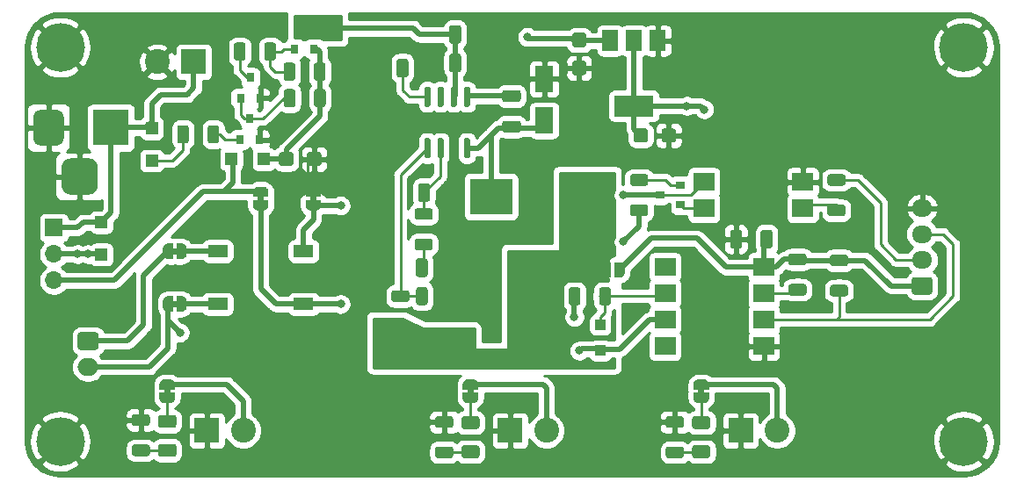
<source format=gbr>
G04 #@! TF.GenerationSoftware,KiCad,Pcbnew,5.1.10-88a1d61d58~90~ubuntu21.04.1*
G04 #@! TF.CreationDate,2021-08-23T11:27:44+02:00*
G04 #@! TF.ProjectId,DccDecoder,44636344-6563-46f6-9465-722e6b696361,rev?*
G04 #@! TF.SameCoordinates,Original*
G04 #@! TF.FileFunction,Copper,L1,Top*
G04 #@! TF.FilePolarity,Positive*
%FSLAX46Y46*%
G04 Gerber Fmt 4.6, Leading zero omitted, Abs format (unit mm)*
G04 Created by KiCad (PCBNEW 5.1.10-88a1d61d58~90~ubuntu21.04.1) date 2021-08-23 11:27:44*
%MOMM*%
%LPD*%
G01*
G04 APERTURE LIST*
G04 #@! TA.AperFunction,EtchedComponent*
%ADD10C,0.100000*%
G04 #@! TD*
G04 #@! TA.AperFunction,SMDPad,CuDef*
%ADD11R,1.220000X1.150000*%
G04 #@! TD*
G04 #@! TA.AperFunction,ComponentPad*
%ADD12C,2.400000*%
G04 #@! TD*
G04 #@! TA.AperFunction,ComponentPad*
%ADD13R,2.400000X2.400000*%
G04 #@! TD*
G04 #@! TA.AperFunction,ComponentPad*
%ADD14C,4.700000*%
G04 #@! TD*
G04 #@! TA.AperFunction,SMDPad,CuDef*
%ADD15C,0.100000*%
G04 #@! TD*
G04 #@! TA.AperFunction,ComponentPad*
%ADD16O,1.950000X1.700000*%
G04 #@! TD*
G04 #@! TA.AperFunction,SMDPad,CuDef*
%ADD17R,1.800000X2.500000*%
G04 #@! TD*
G04 #@! TA.AperFunction,SMDPad,CuDef*
%ADD18R,1.000000X1.000000*%
G04 #@! TD*
G04 #@! TA.AperFunction,SMDPad,CuDef*
%ADD19R,0.800000X0.900000*%
G04 #@! TD*
G04 #@! TA.AperFunction,SMDPad,CuDef*
%ADD20R,4.100000X3.500000*%
G04 #@! TD*
G04 #@! TA.AperFunction,SMDPad,CuDef*
%ADD21R,1.150000X1.220000*%
G04 #@! TD*
G04 #@! TA.AperFunction,ComponentPad*
%ADD22R,3.500000X3.500000*%
G04 #@! TD*
G04 #@! TA.AperFunction,SMDPad,CuDef*
%ADD23R,1.900000X1.200000*%
G04 #@! TD*
G04 #@! TA.AperFunction,SMDPad,CuDef*
%ADD24R,1.500000X2.000000*%
G04 #@! TD*
G04 #@! TA.AperFunction,SMDPad,CuDef*
%ADD25R,3.800000X2.000000*%
G04 #@! TD*
G04 #@! TA.AperFunction,ComponentPad*
%ADD26O,1.700000X1.700000*%
G04 #@! TD*
G04 #@! TA.AperFunction,ComponentPad*
%ADD27R,1.700000X1.700000*%
G04 #@! TD*
G04 #@! TA.AperFunction,SMDPad,CuDef*
%ADD28R,2.000000X1.780000*%
G04 #@! TD*
G04 #@! TA.AperFunction,SMDPad,CuDef*
%ADD29R,0.900000X0.800000*%
G04 #@! TD*
G04 #@! TA.AperFunction,ComponentPad*
%ADD30O,2.000000X1.700000*%
G04 #@! TD*
G04 #@! TA.AperFunction,ViaPad*
%ADD31C,0.800000*%
G04 #@! TD*
G04 #@! TA.AperFunction,Conductor*
%ADD32C,0.500000*%
G04 #@! TD*
G04 #@! TA.AperFunction,Conductor*
%ADD33C,0.250000*%
G04 #@! TD*
G04 #@! TA.AperFunction,Conductor*
%ADD34C,0.254000*%
G04 #@! TD*
G04 #@! TA.AperFunction,Conductor*
%ADD35C,0.100000*%
G04 #@! TD*
G04 APERTURE END LIST*
D10*
G36*
X63200000Y-56915000D02*
G01*
X63200000Y-57415000D01*
X63800000Y-57415000D01*
X63800000Y-56915000D01*
X63200000Y-56915000D01*
G37*
G36*
X33990000Y-56915000D02*
G01*
X33990000Y-57415000D01*
X34590000Y-57415000D01*
X34590000Y-56915000D01*
X33990000Y-56915000D01*
G37*
G36*
X85425000Y-56915000D02*
G01*
X85425000Y-57415000D01*
X86025000Y-57415000D01*
X86025000Y-56915000D01*
X85425000Y-56915000D01*
G37*
G36*
X42990000Y-38330000D02*
G01*
X42990000Y-38830000D01*
X43590000Y-38830000D01*
X43590000Y-38330000D01*
X42990000Y-38330000D01*
G37*
G36*
X48070000Y-38330000D02*
G01*
X48070000Y-38830000D01*
X48670000Y-38830000D01*
X48670000Y-38330000D01*
X48070000Y-38330000D01*
G37*
G36*
X34770000Y-43960000D02*
G01*
X35270000Y-43960000D01*
X35270000Y-43360000D01*
X34770000Y-43360000D01*
X34770000Y-43960000D01*
G37*
G36*
X34770000Y-49040000D02*
G01*
X35270000Y-49040000D01*
X35270000Y-48440000D01*
X34770000Y-48440000D01*
X34770000Y-49040000D01*
G37*
G04 #@! TA.AperFunction,SMDPad,CuDef*
G36*
G01*
X36372500Y-31759998D02*
X36372500Y-33010002D01*
G75*
G02*
X36122502Y-33260000I-249998J0D01*
G01*
X35497498Y-33260000D01*
G75*
G02*
X35247500Y-33010002I0J249998D01*
G01*
X35247500Y-31759998D01*
G75*
G02*
X35497498Y-31510000I249998J0D01*
G01*
X36122502Y-31510000D01*
G75*
G02*
X36372500Y-31759998I0J-249998D01*
G01*
G37*
G04 #@! TD.AperFunction*
G04 #@! TA.AperFunction,SMDPad,CuDef*
G36*
G01*
X39297500Y-31759998D02*
X39297500Y-33010002D01*
G75*
G02*
X39047502Y-33260000I-249998J0D01*
G01*
X38422498Y-33260000D01*
G75*
G02*
X38172500Y-33010002I0J249998D01*
G01*
X38172500Y-31759998D01*
G75*
G02*
X38422498Y-31510000I249998J0D01*
G01*
X39047502Y-31510000D01*
G75*
G02*
X39297500Y-31759998I0J-249998D01*
G01*
G37*
G04 #@! TD.AperFunction*
D11*
X32800000Y-31825000D03*
X32800000Y-34925000D03*
D12*
X33330000Y-25400000D03*
D13*
X36830000Y-25400000D03*
G04 #@! TA.AperFunction,SMDPad,CuDef*
G36*
G01*
X34915000Y-60690000D02*
X33665000Y-60690000D01*
G75*
G02*
X33415000Y-60440000I0J250000D01*
G01*
X33415000Y-59690000D01*
G75*
G02*
X33665000Y-59440000I250000J0D01*
G01*
X34915000Y-59440000D01*
G75*
G02*
X35165000Y-59690000I0J-250000D01*
G01*
X35165000Y-60440000D01*
G75*
G02*
X34915000Y-60690000I-250000J0D01*
G01*
G37*
G04 #@! TD.AperFunction*
G04 #@! TA.AperFunction,SMDPad,CuDef*
G36*
G01*
X34915000Y-63490000D02*
X33665000Y-63490000D01*
G75*
G02*
X33415000Y-63240000I0J250000D01*
G01*
X33415000Y-62490000D01*
G75*
G02*
X33665000Y-62240000I250000J0D01*
G01*
X34915000Y-62240000D01*
G75*
G02*
X35165000Y-62490000I0J-250000D01*
G01*
X35165000Y-63240000D01*
G75*
G02*
X34915000Y-63490000I-250000J0D01*
G01*
G37*
G04 #@! TD.AperFunction*
D12*
X41600000Y-60960000D03*
D13*
X38100000Y-60960000D03*
D12*
X93035000Y-60960000D03*
D13*
X89535000Y-60960000D03*
D12*
X70810000Y-60960000D03*
D13*
X67310000Y-60960000D03*
D11*
X27940000Y-40868000D03*
X27940000Y-43968000D03*
D14*
X24000000Y-24000000D03*
G04 #@! TA.AperFunction,SMDPad,CuDef*
D15*
G36*
X77866000Y-44716602D02*
G01*
X77890534Y-44716602D01*
X77939365Y-44721412D01*
X77987490Y-44730984D01*
X78034445Y-44745228D01*
X78079778Y-44764005D01*
X78123051Y-44787136D01*
X78163850Y-44814396D01*
X78201779Y-44845524D01*
X78236476Y-44880221D01*
X78267604Y-44918150D01*
X78294864Y-44958949D01*
X78317995Y-45002222D01*
X78336772Y-45047555D01*
X78351016Y-45094510D01*
X78360588Y-45142635D01*
X78365398Y-45191466D01*
X78365398Y-45216000D01*
X78366000Y-45216000D01*
X78366000Y-45716000D01*
X78365398Y-45716000D01*
X78365398Y-45740534D01*
X78360588Y-45789365D01*
X78351016Y-45837490D01*
X78336772Y-45884445D01*
X78317995Y-45929778D01*
X78294864Y-45973051D01*
X78267604Y-46013850D01*
X78236476Y-46051779D01*
X78201779Y-46086476D01*
X78163850Y-46117604D01*
X78123051Y-46144864D01*
X78079778Y-46167995D01*
X78034445Y-46186772D01*
X77987490Y-46201016D01*
X77939365Y-46210588D01*
X77890534Y-46215398D01*
X77866000Y-46215398D01*
X77866000Y-46216000D01*
X77366000Y-46216000D01*
X77366000Y-44716000D01*
X77866000Y-44716000D01*
X77866000Y-44716602D01*
G37*
G04 #@! TD.AperFunction*
G04 #@! TA.AperFunction,SMDPad,CuDef*
G36*
X77066000Y-46216000D02*
G01*
X76566000Y-46216000D01*
X76566000Y-46215398D01*
X76541466Y-46215398D01*
X76492635Y-46210588D01*
X76444510Y-46201016D01*
X76397555Y-46186772D01*
X76352222Y-46167995D01*
X76308949Y-46144864D01*
X76268150Y-46117604D01*
X76230221Y-46086476D01*
X76195524Y-46051779D01*
X76164396Y-46013850D01*
X76137136Y-45973051D01*
X76114005Y-45929778D01*
X76095228Y-45884445D01*
X76080984Y-45837490D01*
X76071412Y-45789365D01*
X76066602Y-45740534D01*
X76066602Y-45716000D01*
X76066000Y-45716000D01*
X76066000Y-45216000D01*
X76066602Y-45216000D01*
X76066602Y-45191466D01*
X76071412Y-45142635D01*
X76080984Y-45094510D01*
X76095228Y-45047555D01*
X76114005Y-45002222D01*
X76137136Y-44958949D01*
X76164396Y-44918150D01*
X76195524Y-44880221D01*
X76230221Y-44845524D01*
X76268150Y-44814396D01*
X76308949Y-44787136D01*
X76352222Y-44764005D01*
X76397555Y-44745228D01*
X76444510Y-44730984D01*
X76492635Y-44721412D01*
X76541466Y-44716602D01*
X76566000Y-44716602D01*
X76566000Y-44716000D01*
X77066000Y-44716000D01*
X77066000Y-46216000D01*
G37*
G04 #@! TD.AperFunction*
D16*
X107000000Y-39500000D03*
X107000000Y-42000000D03*
X107000000Y-44500000D03*
G04 #@! TA.AperFunction,ComponentPad*
G36*
G01*
X107725000Y-47850000D02*
X106275000Y-47850000D01*
G75*
G02*
X106025000Y-47600000I0J250000D01*
G01*
X106025000Y-46400000D01*
G75*
G02*
X106275000Y-46150000I250000J0D01*
G01*
X107725000Y-46150000D01*
G75*
G02*
X107975000Y-46400000I0J-250000D01*
G01*
X107975000Y-47600000D01*
G75*
G02*
X107725000Y-47850000I-250000J0D01*
G01*
G37*
G04 #@! TD.AperFunction*
D17*
X70612000Y-27051500D03*
X70612000Y-31051500D03*
D18*
X76000000Y-53250000D03*
X76000000Y-50750000D03*
G04 #@! TA.AperFunction,SMDPad,CuDef*
G36*
G01*
X43637500Y-25025001D02*
X43637500Y-23774999D01*
G75*
G02*
X43887499Y-23525000I249999J0D01*
G01*
X44512501Y-23525000D01*
G75*
G02*
X44762500Y-23774999I0J-249999D01*
G01*
X44762500Y-25025001D01*
G75*
G02*
X44512501Y-25275000I-249999J0D01*
G01*
X43887499Y-25275000D01*
G75*
G02*
X43637500Y-25025001I0J249999D01*
G01*
G37*
G04 #@! TD.AperFunction*
G04 #@! TA.AperFunction,SMDPad,CuDef*
G36*
G01*
X40712500Y-25025001D02*
X40712500Y-23774999D01*
G75*
G02*
X40962499Y-23525000I249999J0D01*
G01*
X41587501Y-23525000D01*
G75*
G02*
X41837500Y-23774999I0J-249999D01*
G01*
X41837500Y-25025001D01*
G75*
G02*
X41587501Y-25275000I-249999J0D01*
G01*
X40962499Y-25275000D01*
G75*
G02*
X40712500Y-25025001I0J249999D01*
G01*
G37*
G04 #@! TD.AperFunction*
G04 #@! TA.AperFunction,SMDPad,CuDef*
G36*
G01*
X46637500Y-28274999D02*
X46637500Y-29525001D01*
G75*
G02*
X46387501Y-29775000I-249999J0D01*
G01*
X45762499Y-29775000D01*
G75*
G02*
X45512500Y-29525001I0J249999D01*
G01*
X45512500Y-28274999D01*
G75*
G02*
X45762499Y-28025000I249999J0D01*
G01*
X46387501Y-28025000D01*
G75*
G02*
X46637500Y-28274999I0J-249999D01*
G01*
G37*
G04 #@! TD.AperFunction*
G04 #@! TA.AperFunction,SMDPad,CuDef*
G36*
G01*
X49562500Y-28274999D02*
X49562500Y-29525001D01*
G75*
G02*
X49312501Y-29775000I-249999J0D01*
G01*
X48687499Y-29775000D01*
G75*
G02*
X48437500Y-29525001I0J249999D01*
G01*
X48437500Y-28274999D01*
G75*
G02*
X48687499Y-28025000I249999J0D01*
G01*
X49312501Y-28025000D01*
G75*
G02*
X49562500Y-28274999I0J-249999D01*
G01*
G37*
G04 #@! TD.AperFunction*
D19*
X42300000Y-26900000D03*
X43250000Y-28900000D03*
X41350000Y-28900000D03*
D14*
X111000000Y-24000000D03*
X111000000Y-62000000D03*
X24000000Y-62000000D03*
D20*
X75000000Y-38400000D03*
X65500000Y-38400000D03*
G04 #@! TA.AperFunction,SMDPad,CuDef*
G36*
G01*
X58374999Y-42437500D02*
X59625001Y-42437500D01*
G75*
G02*
X59875000Y-42687499I0J-249999D01*
G01*
X59875000Y-43312501D01*
G75*
G02*
X59625001Y-43562500I-249999J0D01*
G01*
X58374999Y-43562500D01*
G75*
G02*
X58125000Y-43312501I0J249999D01*
G01*
X58125000Y-42687499D01*
G75*
G02*
X58374999Y-42437500I249999J0D01*
G01*
G37*
G04 #@! TD.AperFunction*
G04 #@! TA.AperFunction,SMDPad,CuDef*
G36*
G01*
X58374999Y-39512500D02*
X59625001Y-39512500D01*
G75*
G02*
X59875000Y-39762499I0J-249999D01*
G01*
X59875000Y-40387501D01*
G75*
G02*
X59625001Y-40637500I-249999J0D01*
G01*
X58374999Y-40637500D01*
G75*
G02*
X58125000Y-40387501I0J249999D01*
G01*
X58125000Y-39762499D01*
G75*
G02*
X58374999Y-39512500I249999J0D01*
G01*
G37*
G04 #@! TD.AperFunction*
G04 #@! TA.AperFunction,SMDPad,CuDef*
G36*
G01*
X61187500Y-48625001D02*
X61187500Y-47374999D01*
G75*
G02*
X61437499Y-47125000I249999J0D01*
G01*
X62062501Y-47125000D01*
G75*
G02*
X62312500Y-47374999I0J-249999D01*
G01*
X62312500Y-48625001D01*
G75*
G02*
X62062501Y-48875000I-249999J0D01*
G01*
X61437499Y-48875000D01*
G75*
G02*
X61187500Y-48625001I0J249999D01*
G01*
G37*
G04 #@! TD.AperFunction*
G04 #@! TA.AperFunction,SMDPad,CuDef*
G36*
G01*
X58262500Y-48625001D02*
X58262500Y-47374999D01*
G75*
G02*
X58512499Y-47125000I249999J0D01*
G01*
X59137501Y-47125000D01*
G75*
G02*
X59387500Y-47374999I0J-249999D01*
G01*
X59387500Y-48625001D01*
G75*
G02*
X59137501Y-48875000I-249999J0D01*
G01*
X58512499Y-48875000D01*
G75*
G02*
X58262500Y-48625001I0J249999D01*
G01*
G37*
G04 #@! TD.AperFunction*
G04 #@! TA.AperFunction,SMDPad,CuDef*
G36*
G01*
X57375001Y-48562500D02*
X56124999Y-48562500D01*
G75*
G02*
X55875000Y-48312501I0J249999D01*
G01*
X55875000Y-47687499D01*
G75*
G02*
X56124999Y-47437500I249999J0D01*
G01*
X57375001Y-47437500D01*
G75*
G02*
X57625000Y-47687499I0J-249999D01*
G01*
X57625000Y-48312501D01*
G75*
G02*
X57375001Y-48562500I-249999J0D01*
G01*
G37*
G04 #@! TD.AperFunction*
G04 #@! TA.AperFunction,SMDPad,CuDef*
G36*
G01*
X57375001Y-51487500D02*
X56124999Y-51487500D01*
G75*
G02*
X55875000Y-51237501I0J249999D01*
G01*
X55875000Y-50612499D01*
G75*
G02*
X56124999Y-50362500I249999J0D01*
G01*
X57375001Y-50362500D01*
G75*
G02*
X57625000Y-50612499I0J-249999D01*
G01*
X57625000Y-51237501D01*
G75*
G02*
X57375001Y-51487500I-249999J0D01*
G01*
G37*
G04 #@! TD.AperFunction*
G04 #@! TA.AperFunction,SMDPad,CuDef*
G36*
G01*
X66325000Y-47349999D02*
X66325000Y-48650001D01*
G75*
G02*
X66075001Y-48900000I-249999J0D01*
G01*
X65424999Y-48900000D01*
G75*
G02*
X65175000Y-48650001I0J249999D01*
G01*
X65175000Y-47349999D01*
G75*
G02*
X65424999Y-47100000I249999J0D01*
G01*
X66075001Y-47100000D01*
G75*
G02*
X66325000Y-47349999I0J-249999D01*
G01*
G37*
G04 #@! TD.AperFunction*
G04 #@! TA.AperFunction,SMDPad,CuDef*
G36*
G01*
X69275000Y-47349999D02*
X69275000Y-48650001D01*
G75*
G02*
X69025001Y-48900000I-249999J0D01*
G01*
X68374999Y-48900000D01*
G75*
G02*
X68125000Y-48650001I0J249999D01*
G01*
X68125000Y-47349999D01*
G75*
G02*
X68374999Y-47100000I249999J0D01*
G01*
X69025001Y-47100000D01*
G75*
G02*
X69275000Y-47349999I0J-249999D01*
G01*
G37*
G04 #@! TD.AperFunction*
G04 #@! TA.AperFunction,SMDPad,CuDef*
G36*
G01*
X63005000Y-32750000D02*
X63305000Y-32750000D01*
G75*
G02*
X63455000Y-32900000I0J-150000D01*
G01*
X63455000Y-34550000D01*
G75*
G02*
X63305000Y-34700000I-150000J0D01*
G01*
X63005000Y-34700000D01*
G75*
G02*
X62855000Y-34550000I0J150000D01*
G01*
X62855000Y-32900000D01*
G75*
G02*
X63005000Y-32750000I150000J0D01*
G01*
G37*
G04 #@! TD.AperFunction*
G04 #@! TA.AperFunction,SMDPad,CuDef*
G36*
G01*
X61735000Y-32750000D02*
X62035000Y-32750000D01*
G75*
G02*
X62185000Y-32900000I0J-150000D01*
G01*
X62185000Y-34550000D01*
G75*
G02*
X62035000Y-34700000I-150000J0D01*
G01*
X61735000Y-34700000D01*
G75*
G02*
X61585000Y-34550000I0J150000D01*
G01*
X61585000Y-32900000D01*
G75*
G02*
X61735000Y-32750000I150000J0D01*
G01*
G37*
G04 #@! TD.AperFunction*
G04 #@! TA.AperFunction,SMDPad,CuDef*
G36*
G01*
X60465000Y-32750000D02*
X60765000Y-32750000D01*
G75*
G02*
X60915000Y-32900000I0J-150000D01*
G01*
X60915000Y-34550000D01*
G75*
G02*
X60765000Y-34700000I-150000J0D01*
G01*
X60465000Y-34700000D01*
G75*
G02*
X60315000Y-34550000I0J150000D01*
G01*
X60315000Y-32900000D01*
G75*
G02*
X60465000Y-32750000I150000J0D01*
G01*
G37*
G04 #@! TD.AperFunction*
G04 #@! TA.AperFunction,SMDPad,CuDef*
G36*
G01*
X59195000Y-32750000D02*
X59495000Y-32750000D01*
G75*
G02*
X59645000Y-32900000I0J-150000D01*
G01*
X59645000Y-34550000D01*
G75*
G02*
X59495000Y-34700000I-150000J0D01*
G01*
X59195000Y-34700000D01*
G75*
G02*
X59045000Y-34550000I0J150000D01*
G01*
X59045000Y-32900000D01*
G75*
G02*
X59195000Y-32750000I150000J0D01*
G01*
G37*
G04 #@! TD.AperFunction*
G04 #@! TA.AperFunction,SMDPad,CuDef*
G36*
G01*
X59195000Y-27800000D02*
X59495000Y-27800000D01*
G75*
G02*
X59645000Y-27950000I0J-150000D01*
G01*
X59645000Y-29600000D01*
G75*
G02*
X59495000Y-29750000I-150000J0D01*
G01*
X59195000Y-29750000D01*
G75*
G02*
X59045000Y-29600000I0J150000D01*
G01*
X59045000Y-27950000D01*
G75*
G02*
X59195000Y-27800000I150000J0D01*
G01*
G37*
G04 #@! TD.AperFunction*
G04 #@! TA.AperFunction,SMDPad,CuDef*
G36*
G01*
X60465000Y-27800000D02*
X60765000Y-27800000D01*
G75*
G02*
X60915000Y-27950000I0J-150000D01*
G01*
X60915000Y-29600000D01*
G75*
G02*
X60765000Y-29750000I-150000J0D01*
G01*
X60465000Y-29750000D01*
G75*
G02*
X60315000Y-29600000I0J150000D01*
G01*
X60315000Y-27950000D01*
G75*
G02*
X60465000Y-27800000I150000J0D01*
G01*
G37*
G04 #@! TD.AperFunction*
G04 #@! TA.AperFunction,SMDPad,CuDef*
G36*
G01*
X61735000Y-27800000D02*
X62035000Y-27800000D01*
G75*
G02*
X62185000Y-27950000I0J-150000D01*
G01*
X62185000Y-29600000D01*
G75*
G02*
X62035000Y-29750000I-150000J0D01*
G01*
X61735000Y-29750000D01*
G75*
G02*
X61585000Y-29600000I0J150000D01*
G01*
X61585000Y-27950000D01*
G75*
G02*
X61735000Y-27800000I150000J0D01*
G01*
G37*
G04 #@! TD.AperFunction*
G04 #@! TA.AperFunction,SMDPad,CuDef*
G36*
G01*
X63005000Y-27800000D02*
X63305000Y-27800000D01*
G75*
G02*
X63455000Y-27950000I0J-150000D01*
G01*
X63455000Y-29600000D01*
G75*
G02*
X63305000Y-29750000I-150000J0D01*
G01*
X63005000Y-29750000D01*
G75*
G02*
X62855000Y-29600000I0J150000D01*
G01*
X62855000Y-27950000D01*
G75*
G02*
X63005000Y-27800000I150000J0D01*
G01*
G37*
G04 #@! TD.AperFunction*
D21*
X40470000Y-34770000D03*
X43570000Y-34770000D03*
G04 #@! TA.AperFunction,SMDPad,CuDef*
G36*
G01*
X66350000Y-44599999D02*
X66350000Y-45900001D01*
G75*
G02*
X66100001Y-46150000I-249999J0D01*
G01*
X65449999Y-46150000D01*
G75*
G02*
X65200000Y-45900001I0J249999D01*
G01*
X65200000Y-44599999D01*
G75*
G02*
X65449999Y-44350000I249999J0D01*
G01*
X66100001Y-44350000D01*
G75*
G02*
X66350000Y-44599999I0J-249999D01*
G01*
G37*
G04 #@! TD.AperFunction*
G04 #@! TA.AperFunction,SMDPad,CuDef*
G36*
G01*
X69300000Y-44599999D02*
X69300000Y-45900001D01*
G75*
G02*
X69050001Y-46150000I-249999J0D01*
G01*
X68399999Y-46150000D01*
G75*
G02*
X68150000Y-45900001I0J249999D01*
G01*
X68150000Y-44599999D01*
G75*
G02*
X68399999Y-44350000I249999J0D01*
G01*
X69050001Y-44350000D01*
G75*
G02*
X69300000Y-44599999I0J-249999D01*
G01*
G37*
G04 #@! TD.AperFunction*
G04 #@! TA.AperFunction,SMDPad,CuDef*
G36*
G01*
X54575000Y-25349999D02*
X54575000Y-26650001D01*
G75*
G02*
X54325001Y-26900000I-249999J0D01*
G01*
X53674999Y-26900000D01*
G75*
G02*
X53425000Y-26650001I0J249999D01*
G01*
X53425000Y-25349999D01*
G75*
G02*
X53674999Y-25100000I249999J0D01*
G01*
X54325001Y-25100000D01*
G75*
G02*
X54575000Y-25349999I0J-249999D01*
G01*
G37*
G04 #@! TD.AperFunction*
G04 #@! TA.AperFunction,SMDPad,CuDef*
G36*
G01*
X57525000Y-25349999D02*
X57525000Y-26650001D01*
G75*
G02*
X57275001Y-26900000I-249999J0D01*
G01*
X56624999Y-26900000D01*
G75*
G02*
X56375000Y-26650001I0J249999D01*
G01*
X56375000Y-25349999D01*
G75*
G02*
X56624999Y-25100000I249999J0D01*
G01*
X57275001Y-25100000D01*
G75*
G02*
X57525000Y-25349999I0J-249999D01*
G01*
G37*
G04 #@! TD.AperFunction*
G04 #@! TA.AperFunction,SMDPad,CuDef*
G36*
G01*
X61175000Y-45900001D02*
X61175000Y-44599999D01*
G75*
G02*
X61424999Y-44350000I249999J0D01*
G01*
X62075001Y-44350000D01*
G75*
G02*
X62325000Y-44599999I0J-249999D01*
G01*
X62325000Y-45900001D01*
G75*
G02*
X62075001Y-46150000I-249999J0D01*
G01*
X61424999Y-46150000D01*
G75*
G02*
X61175000Y-45900001I0J249999D01*
G01*
G37*
G04 #@! TD.AperFunction*
G04 #@! TA.AperFunction,SMDPad,CuDef*
G36*
G01*
X58225000Y-45900001D02*
X58225000Y-44599999D01*
G75*
G02*
X58474999Y-44350000I249999J0D01*
G01*
X59125001Y-44350000D01*
G75*
G02*
X59375000Y-44599999I0J-249999D01*
G01*
X59375000Y-45900001D01*
G75*
G02*
X59125001Y-46150000I-249999J0D01*
G01*
X58474999Y-46150000D01*
G75*
G02*
X58225000Y-45900001I0J249999D01*
G01*
G37*
G04 #@! TD.AperFunction*
G04 #@! TA.AperFunction,SMDPad,CuDef*
G36*
G01*
X64400000Y-23400001D02*
X64400000Y-22099999D01*
G75*
G02*
X64649999Y-21850000I249999J0D01*
G01*
X65300001Y-21850000D01*
G75*
G02*
X65550000Y-22099999I0J-249999D01*
G01*
X65550000Y-23400001D01*
G75*
G02*
X65300001Y-23650000I-249999J0D01*
G01*
X64649999Y-23650000D01*
G75*
G02*
X64400000Y-23400001I0J249999D01*
G01*
G37*
G04 #@! TD.AperFunction*
G04 #@! TA.AperFunction,SMDPad,CuDef*
G36*
G01*
X61450000Y-23400001D02*
X61450000Y-22099999D01*
G75*
G02*
X61699999Y-21850000I249999J0D01*
G01*
X62350001Y-21850000D01*
G75*
G02*
X62600000Y-22099999I0J-249999D01*
G01*
X62600000Y-23400001D01*
G75*
G02*
X62350001Y-23650000I-249999J0D01*
G01*
X61699999Y-23650000D01*
G75*
G02*
X61450000Y-23400001I0J249999D01*
G01*
G37*
G04 #@! TD.AperFunction*
G04 #@! TA.AperFunction,SMDPad,CuDef*
G36*
G01*
X61400000Y-38650001D02*
X61400000Y-37349999D01*
G75*
G02*
X61649999Y-37100000I249999J0D01*
G01*
X62300001Y-37100000D01*
G75*
G02*
X62550000Y-37349999I0J-249999D01*
G01*
X62550000Y-38650001D01*
G75*
G02*
X62300001Y-38900000I-249999J0D01*
G01*
X61649999Y-38900000D01*
G75*
G02*
X61400000Y-38650001I0J249999D01*
G01*
G37*
G04 #@! TD.AperFunction*
G04 #@! TA.AperFunction,SMDPad,CuDef*
G36*
G01*
X58450000Y-38650001D02*
X58450000Y-37349999D01*
G75*
G02*
X58699999Y-37100000I249999J0D01*
G01*
X59350001Y-37100000D01*
G75*
G02*
X59600000Y-37349999I0J-249999D01*
G01*
X59600000Y-38650001D01*
G75*
G02*
X59350001Y-38900000I-249999J0D01*
G01*
X58699999Y-38900000D01*
G75*
G02*
X58450000Y-38650001I0J249999D01*
G01*
G37*
G04 #@! TD.AperFunction*
G04 #@! TA.AperFunction,SMDPad,CuDef*
G36*
G01*
X99625001Y-45100000D02*
X98374999Y-45100000D01*
G75*
G02*
X98125000Y-44850001I0J249999D01*
G01*
X98125000Y-44224999D01*
G75*
G02*
X98374999Y-43975000I249999J0D01*
G01*
X99625001Y-43975000D01*
G75*
G02*
X99875000Y-44224999I0J-249999D01*
G01*
X99875000Y-44850001D01*
G75*
G02*
X99625001Y-45100000I-249999J0D01*
G01*
G37*
G04 #@! TD.AperFunction*
G04 #@! TA.AperFunction,SMDPad,CuDef*
G36*
G01*
X99625001Y-48025000D02*
X98374999Y-48025000D01*
G75*
G02*
X98125000Y-47775001I0J249999D01*
G01*
X98125000Y-47149999D01*
G75*
G02*
X98374999Y-46900000I249999J0D01*
G01*
X99625001Y-46900000D01*
G75*
G02*
X99875000Y-47149999I0J-249999D01*
G01*
X99875000Y-47775001D01*
G75*
G02*
X99625001Y-48025000I-249999J0D01*
G01*
G37*
G04 #@! TD.AperFunction*
G04 #@! TA.AperFunction,SMDPad,CuDef*
G36*
G01*
X95625001Y-45012500D02*
X94374999Y-45012500D01*
G75*
G02*
X94125000Y-44762501I0J249999D01*
G01*
X94125000Y-44137499D01*
G75*
G02*
X94374999Y-43887500I249999J0D01*
G01*
X95625001Y-43887500D01*
G75*
G02*
X95875000Y-44137499I0J-249999D01*
G01*
X95875000Y-44762501D01*
G75*
G02*
X95625001Y-45012500I-249999J0D01*
G01*
G37*
G04 #@! TD.AperFunction*
G04 #@! TA.AperFunction,SMDPad,CuDef*
G36*
G01*
X95625001Y-47937500D02*
X94374999Y-47937500D01*
G75*
G02*
X94125000Y-47687501I0J249999D01*
G01*
X94125000Y-47062499D01*
G75*
G02*
X94374999Y-46812500I249999J0D01*
G01*
X95625001Y-46812500D01*
G75*
G02*
X95875000Y-47062499I0J-249999D01*
G01*
X95875000Y-47687501D01*
G75*
G02*
X95625001Y-47937500I-249999J0D01*
G01*
G37*
G04 #@! TD.AperFunction*
G04 #@! TA.AperFunction,SMDPad,CuDef*
G36*
G01*
X98124999Y-39150000D02*
X99375001Y-39150000D01*
G75*
G02*
X99625000Y-39399999I0J-249999D01*
G01*
X99625000Y-40025001D01*
G75*
G02*
X99375001Y-40275000I-249999J0D01*
G01*
X98124999Y-40275000D01*
G75*
G02*
X97875000Y-40025001I0J249999D01*
G01*
X97875000Y-39399999D01*
G75*
G02*
X98124999Y-39150000I249999J0D01*
G01*
G37*
G04 #@! TD.AperFunction*
G04 #@! TA.AperFunction,SMDPad,CuDef*
G36*
G01*
X98124999Y-36225000D02*
X99375001Y-36225000D01*
G75*
G02*
X99625000Y-36474999I0J-249999D01*
G01*
X99625000Y-37100001D01*
G75*
G02*
X99375001Y-37350000I-249999J0D01*
G01*
X98124999Y-37350000D01*
G75*
G02*
X97875000Y-37100001I0J249999D01*
G01*
X97875000Y-36474999D01*
G75*
G02*
X98124999Y-36225000I249999J0D01*
G01*
G37*
G04 #@! TD.AperFunction*
G04 #@! TA.AperFunction,SMDPad,CuDef*
G36*
G01*
X74100000Y-47374999D02*
X74100000Y-48625001D01*
G75*
G02*
X73850001Y-48875000I-249999J0D01*
G01*
X73224999Y-48875000D01*
G75*
G02*
X72975000Y-48625001I0J249999D01*
G01*
X72975000Y-47374999D01*
G75*
G02*
X73224999Y-47125000I249999J0D01*
G01*
X73850001Y-47125000D01*
G75*
G02*
X74100000Y-47374999I0J-249999D01*
G01*
G37*
G04 #@! TD.AperFunction*
G04 #@! TA.AperFunction,SMDPad,CuDef*
G36*
G01*
X77025000Y-47374999D02*
X77025000Y-48625001D01*
G75*
G02*
X76775001Y-48875000I-249999J0D01*
G01*
X76149999Y-48875000D01*
G75*
G02*
X75900000Y-48625001I0J249999D01*
G01*
X75900000Y-47374999D01*
G75*
G02*
X76149999Y-47125000I249999J0D01*
G01*
X76775001Y-47125000D01*
G75*
G02*
X77025000Y-47374999I0J-249999D01*
G01*
G37*
G04 #@! TD.AperFunction*
G04 #@! TA.AperFunction,SMDPad,CuDef*
G36*
G01*
X47750000Y-35195001D02*
X47750000Y-34344999D01*
G75*
G02*
X47999999Y-34095000I249999J0D01*
G01*
X48900001Y-34095000D01*
G75*
G02*
X49150000Y-34344999I0J-249999D01*
G01*
X49150000Y-35195001D01*
G75*
G02*
X48900001Y-35445000I-249999J0D01*
G01*
X47999999Y-35445000D01*
G75*
G02*
X47750000Y-35195001I0J249999D01*
G01*
G37*
G04 #@! TD.AperFunction*
G04 #@! TA.AperFunction,SMDPad,CuDef*
G36*
G01*
X45050000Y-35195001D02*
X45050000Y-34344999D01*
G75*
G02*
X45299999Y-34095000I249999J0D01*
G01*
X46200001Y-34095000D01*
G75*
G02*
X46450000Y-34344999I0J-249999D01*
G01*
X46450000Y-35195001D01*
G75*
G02*
X46200001Y-35445000I-249999J0D01*
G01*
X45299999Y-35445000D01*
G75*
G02*
X45050000Y-35195001I0J249999D01*
G01*
G37*
G04 #@! TD.AperFunction*
G04 #@! TA.AperFunction,SMDPad,CuDef*
G36*
G01*
X89650000Y-41849999D02*
X89650000Y-43150001D01*
G75*
G02*
X89400001Y-43400000I-249999J0D01*
G01*
X88749999Y-43400000D01*
G75*
G02*
X88500000Y-43150001I0J249999D01*
G01*
X88500000Y-41849999D01*
G75*
G02*
X88749999Y-41600000I249999J0D01*
G01*
X89400001Y-41600000D01*
G75*
G02*
X89650000Y-41849999I0J-249999D01*
G01*
G37*
G04 #@! TD.AperFunction*
G04 #@! TA.AperFunction,SMDPad,CuDef*
G36*
G01*
X92600000Y-41849999D02*
X92600000Y-43150001D01*
G75*
G02*
X92350001Y-43400000I-249999J0D01*
G01*
X91699999Y-43400000D01*
G75*
G02*
X91450000Y-43150001I0J249999D01*
G01*
X91450000Y-41849999D01*
G75*
G02*
X91699999Y-41600000I249999J0D01*
G01*
X92350001Y-41600000D01*
G75*
G02*
X92600000Y-41849999I0J-249999D01*
G01*
G37*
G04 #@! TD.AperFunction*
G04 #@! TA.AperFunction,SMDPad,CuDef*
G36*
G01*
X83810002Y-60695000D02*
X82559998Y-60695000D01*
G75*
G02*
X82310000Y-60445002I0J249998D01*
G01*
X82310000Y-59819998D01*
G75*
G02*
X82559998Y-59570000I249998J0D01*
G01*
X83810002Y-59570000D01*
G75*
G02*
X84060000Y-59819998I0J-249998D01*
G01*
X84060000Y-60445002D01*
G75*
G02*
X83810002Y-60695000I-249998J0D01*
G01*
G37*
G04 #@! TD.AperFunction*
G04 #@! TA.AperFunction,SMDPad,CuDef*
G36*
G01*
X83810002Y-63620000D02*
X82559998Y-63620000D01*
G75*
G02*
X82310000Y-63370002I0J249998D01*
G01*
X82310000Y-62744998D01*
G75*
G02*
X82559998Y-62495000I249998J0D01*
G01*
X83810002Y-62495000D01*
G75*
G02*
X84060000Y-62744998I0J-249998D01*
G01*
X84060000Y-63370002D01*
G75*
G02*
X83810002Y-63620000I-249998J0D01*
G01*
G37*
G04 #@! TD.AperFunction*
G04 #@! TA.AperFunction,SMDPad,CuDef*
G36*
G01*
X66350000Y-50599999D02*
X66350000Y-51900001D01*
G75*
G02*
X66100001Y-52150000I-249999J0D01*
G01*
X65449999Y-52150000D01*
G75*
G02*
X65200000Y-51900001I0J249999D01*
G01*
X65200000Y-50599999D01*
G75*
G02*
X65449999Y-50350000I249999J0D01*
G01*
X66100001Y-50350000D01*
G75*
G02*
X66350000Y-50599999I0J-249999D01*
G01*
G37*
G04 #@! TD.AperFunction*
G04 #@! TA.AperFunction,SMDPad,CuDef*
G36*
G01*
X69300000Y-50599999D02*
X69300000Y-51900001D01*
G75*
G02*
X69050001Y-52150000I-249999J0D01*
G01*
X68399999Y-52150000D01*
G75*
G02*
X68150000Y-51900001I0J249999D01*
G01*
X68150000Y-50599999D01*
G75*
G02*
X68399999Y-50350000I249999J0D01*
G01*
X69050001Y-50350000D01*
G75*
G02*
X69300000Y-50599999I0J-249999D01*
G01*
G37*
G04 #@! TD.AperFunction*
G04 #@! TA.AperFunction,SMDPad,CuDef*
G36*
G01*
X66799999Y-31075000D02*
X68100001Y-31075000D01*
G75*
G02*
X68350000Y-31324999I0J-249999D01*
G01*
X68350000Y-31975001D01*
G75*
G02*
X68100001Y-32225000I-249999J0D01*
G01*
X66799999Y-32225000D01*
G75*
G02*
X66550000Y-31975001I0J249999D01*
G01*
X66550000Y-31324999D01*
G75*
G02*
X66799999Y-31075000I249999J0D01*
G01*
G37*
G04 #@! TD.AperFunction*
G04 #@! TA.AperFunction,SMDPad,CuDef*
G36*
G01*
X66799999Y-28125000D02*
X68100001Y-28125000D01*
G75*
G02*
X68350000Y-28374999I0J-249999D01*
G01*
X68350000Y-29025001D01*
G75*
G02*
X68100001Y-29275000I-249999J0D01*
G01*
X66799999Y-29275000D01*
G75*
G02*
X66550000Y-29025001I0J249999D01*
G01*
X66550000Y-28374999D01*
G75*
G02*
X66799999Y-28125000I249999J0D01*
G01*
G37*
G04 #@! TD.AperFunction*
G04 #@! TA.AperFunction,SMDPad,CuDef*
G36*
G01*
X64400000Y-26150001D02*
X64400000Y-24849999D01*
G75*
G02*
X64649999Y-24600000I249999J0D01*
G01*
X65300001Y-24600000D01*
G75*
G02*
X65550000Y-24849999I0J-249999D01*
G01*
X65550000Y-26150001D01*
G75*
G02*
X65300001Y-26400000I-249999J0D01*
G01*
X64649999Y-26400000D01*
G75*
G02*
X64400000Y-26150001I0J249999D01*
G01*
G37*
G04 #@! TD.AperFunction*
G04 #@! TA.AperFunction,SMDPad,CuDef*
G36*
G01*
X61450000Y-26150001D02*
X61450000Y-24849999D01*
G75*
G02*
X61699999Y-24600000I249999J0D01*
G01*
X62350001Y-24600000D01*
G75*
G02*
X62600000Y-24849999I0J-249999D01*
G01*
X62600000Y-26150001D01*
G75*
G02*
X62350001Y-26400000I-249999J0D01*
G01*
X61699999Y-26400000D01*
G75*
G02*
X61450000Y-26150001I0J249999D01*
G01*
G37*
G04 #@! TD.AperFunction*
G04 #@! TA.AperFunction,ComponentPad*
G36*
G01*
X24110000Y-37325000D02*
X24110000Y-35575000D01*
G75*
G02*
X24985000Y-34700000I875000J0D01*
G01*
X26735000Y-34700000D01*
G75*
G02*
X27610000Y-35575000I0J-875000D01*
G01*
X27610000Y-37325000D01*
G75*
G02*
X26735000Y-38200000I-875000J0D01*
G01*
X24985000Y-38200000D01*
G75*
G02*
X24110000Y-37325000I0J875000D01*
G01*
G37*
G04 #@! TD.AperFunction*
G04 #@! TA.AperFunction,ComponentPad*
G36*
G01*
X21360000Y-32750000D02*
X21360000Y-30750000D01*
G75*
G02*
X22110000Y-30000000I750000J0D01*
G01*
X23610000Y-30000000D01*
G75*
G02*
X24360000Y-30750000I0J-750000D01*
G01*
X24360000Y-32750000D01*
G75*
G02*
X23610000Y-33500000I-750000J0D01*
G01*
X22110000Y-33500000D01*
G75*
G02*
X21360000Y-32750000I0J750000D01*
G01*
G37*
G04 #@! TD.AperFunction*
D22*
X28860000Y-31750000D03*
G04 #@! TA.AperFunction,SMDPad,CuDef*
G36*
G01*
X61585002Y-60695000D02*
X60334998Y-60695000D01*
G75*
G02*
X60085000Y-60445002I0J249998D01*
G01*
X60085000Y-59819998D01*
G75*
G02*
X60334998Y-59570000I249998J0D01*
G01*
X61585002Y-59570000D01*
G75*
G02*
X61835000Y-59819998I0J-249998D01*
G01*
X61835000Y-60445002D01*
G75*
G02*
X61585002Y-60695000I-249998J0D01*
G01*
G37*
G04 #@! TD.AperFunction*
G04 #@! TA.AperFunction,SMDPad,CuDef*
G36*
G01*
X61585002Y-63620000D02*
X60334998Y-63620000D01*
G75*
G02*
X60085000Y-63370002I0J249998D01*
G01*
X60085000Y-62744998D01*
G75*
G02*
X60334998Y-62495000I249998J0D01*
G01*
X61585002Y-62495000D01*
G75*
G02*
X61835000Y-62744998I0J-249998D01*
G01*
X61835000Y-63370002D01*
G75*
G02*
X61585002Y-63620000I-249998J0D01*
G01*
G37*
G04 #@! TD.AperFunction*
G04 #@! TA.AperFunction,SMDPad,CuDef*
G36*
G01*
X32375002Y-60502500D02*
X31124998Y-60502500D01*
G75*
G02*
X30875000Y-60252502I0J249998D01*
G01*
X30875000Y-59627498D01*
G75*
G02*
X31124998Y-59377500I249998J0D01*
G01*
X32375002Y-59377500D01*
G75*
G02*
X32625000Y-59627498I0J-249998D01*
G01*
X32625000Y-60252502D01*
G75*
G02*
X32375002Y-60502500I-249998J0D01*
G01*
G37*
G04 #@! TD.AperFunction*
G04 #@! TA.AperFunction,SMDPad,CuDef*
G36*
G01*
X32375002Y-63427500D02*
X31124998Y-63427500D01*
G75*
G02*
X30875000Y-63177502I0J249998D01*
G01*
X30875000Y-62552498D01*
G75*
G02*
X31124998Y-62302500I249998J0D01*
G01*
X32375002Y-62302500D01*
G75*
G02*
X32625000Y-62552498I0J-249998D01*
G01*
X32625000Y-63177502D01*
G75*
G02*
X32375002Y-63427500I-249998J0D01*
G01*
G37*
G04 #@! TD.AperFunction*
G04 #@! TA.AperFunction,SMDPad,CuDef*
D15*
G36*
X64250000Y-57315000D02*
G01*
X64250000Y-57815000D01*
X64249398Y-57815000D01*
X64249398Y-57839534D01*
X64244588Y-57888365D01*
X64235016Y-57936490D01*
X64220772Y-57983445D01*
X64201995Y-58028778D01*
X64178864Y-58072051D01*
X64151604Y-58112850D01*
X64120476Y-58150779D01*
X64085779Y-58185476D01*
X64047850Y-58216604D01*
X64007051Y-58243864D01*
X63963778Y-58266995D01*
X63918445Y-58285772D01*
X63871490Y-58300016D01*
X63823365Y-58309588D01*
X63774534Y-58314398D01*
X63750000Y-58314398D01*
X63750000Y-58315000D01*
X63250000Y-58315000D01*
X63250000Y-58314398D01*
X63225466Y-58314398D01*
X63176635Y-58309588D01*
X63128510Y-58300016D01*
X63081555Y-58285772D01*
X63036222Y-58266995D01*
X62992949Y-58243864D01*
X62952150Y-58216604D01*
X62914221Y-58185476D01*
X62879524Y-58150779D01*
X62848396Y-58112850D01*
X62821136Y-58072051D01*
X62798005Y-58028778D01*
X62779228Y-57983445D01*
X62764984Y-57936490D01*
X62755412Y-57888365D01*
X62750602Y-57839534D01*
X62750602Y-57815000D01*
X62750000Y-57815000D01*
X62750000Y-57315000D01*
X64250000Y-57315000D01*
G37*
G04 #@! TD.AperFunction*
G04 #@! TA.AperFunction,SMDPad,CuDef*
G36*
X62750602Y-56515000D02*
G01*
X62750602Y-56490466D01*
X62755412Y-56441635D01*
X62764984Y-56393510D01*
X62779228Y-56346555D01*
X62798005Y-56301222D01*
X62821136Y-56257949D01*
X62848396Y-56217150D01*
X62879524Y-56179221D01*
X62914221Y-56144524D01*
X62952150Y-56113396D01*
X62992949Y-56086136D01*
X63036222Y-56063005D01*
X63081555Y-56044228D01*
X63128510Y-56029984D01*
X63176635Y-56020412D01*
X63225466Y-56015602D01*
X63250000Y-56015602D01*
X63250000Y-56015000D01*
X63750000Y-56015000D01*
X63750000Y-56015602D01*
X63774534Y-56015602D01*
X63823365Y-56020412D01*
X63871490Y-56029984D01*
X63918445Y-56044228D01*
X63963778Y-56063005D01*
X64007051Y-56086136D01*
X64047850Y-56113396D01*
X64085779Y-56144524D01*
X64120476Y-56179221D01*
X64151604Y-56217150D01*
X64178864Y-56257949D01*
X64201995Y-56301222D01*
X64220772Y-56346555D01*
X64235016Y-56393510D01*
X64244588Y-56441635D01*
X64249398Y-56490466D01*
X64249398Y-56515000D01*
X64250000Y-56515000D01*
X64250000Y-57015000D01*
X62750000Y-57015000D01*
X62750000Y-56515000D01*
X62750602Y-56515000D01*
G37*
G04 #@! TD.AperFunction*
G04 #@! TA.AperFunction,SMDPad,CuDef*
G36*
X35040000Y-57315000D02*
G01*
X35040000Y-57815000D01*
X35039398Y-57815000D01*
X35039398Y-57839534D01*
X35034588Y-57888365D01*
X35025016Y-57936490D01*
X35010772Y-57983445D01*
X34991995Y-58028778D01*
X34968864Y-58072051D01*
X34941604Y-58112850D01*
X34910476Y-58150779D01*
X34875779Y-58185476D01*
X34837850Y-58216604D01*
X34797051Y-58243864D01*
X34753778Y-58266995D01*
X34708445Y-58285772D01*
X34661490Y-58300016D01*
X34613365Y-58309588D01*
X34564534Y-58314398D01*
X34540000Y-58314398D01*
X34540000Y-58315000D01*
X34040000Y-58315000D01*
X34040000Y-58314398D01*
X34015466Y-58314398D01*
X33966635Y-58309588D01*
X33918510Y-58300016D01*
X33871555Y-58285772D01*
X33826222Y-58266995D01*
X33782949Y-58243864D01*
X33742150Y-58216604D01*
X33704221Y-58185476D01*
X33669524Y-58150779D01*
X33638396Y-58112850D01*
X33611136Y-58072051D01*
X33588005Y-58028778D01*
X33569228Y-57983445D01*
X33554984Y-57936490D01*
X33545412Y-57888365D01*
X33540602Y-57839534D01*
X33540602Y-57815000D01*
X33540000Y-57815000D01*
X33540000Y-57315000D01*
X35040000Y-57315000D01*
G37*
G04 #@! TD.AperFunction*
G04 #@! TA.AperFunction,SMDPad,CuDef*
G36*
X33540602Y-56515000D02*
G01*
X33540602Y-56490466D01*
X33545412Y-56441635D01*
X33554984Y-56393510D01*
X33569228Y-56346555D01*
X33588005Y-56301222D01*
X33611136Y-56257949D01*
X33638396Y-56217150D01*
X33669524Y-56179221D01*
X33704221Y-56144524D01*
X33742150Y-56113396D01*
X33782949Y-56086136D01*
X33826222Y-56063005D01*
X33871555Y-56044228D01*
X33918510Y-56029984D01*
X33966635Y-56020412D01*
X34015466Y-56015602D01*
X34040000Y-56015602D01*
X34040000Y-56015000D01*
X34540000Y-56015000D01*
X34540000Y-56015602D01*
X34564534Y-56015602D01*
X34613365Y-56020412D01*
X34661490Y-56029984D01*
X34708445Y-56044228D01*
X34753778Y-56063005D01*
X34797051Y-56086136D01*
X34837850Y-56113396D01*
X34875779Y-56144524D01*
X34910476Y-56179221D01*
X34941604Y-56217150D01*
X34968864Y-56257949D01*
X34991995Y-56301222D01*
X35010772Y-56346555D01*
X35025016Y-56393510D01*
X35034588Y-56441635D01*
X35039398Y-56490466D01*
X35039398Y-56515000D01*
X35040000Y-56515000D01*
X35040000Y-57015000D01*
X33540000Y-57015000D01*
X33540000Y-56515000D01*
X33540602Y-56515000D01*
G37*
G04 #@! TD.AperFunction*
G04 #@! TA.AperFunction,SMDPad,CuDef*
G36*
X86475000Y-57315000D02*
G01*
X86475000Y-57815000D01*
X86474398Y-57815000D01*
X86474398Y-57839534D01*
X86469588Y-57888365D01*
X86460016Y-57936490D01*
X86445772Y-57983445D01*
X86426995Y-58028778D01*
X86403864Y-58072051D01*
X86376604Y-58112850D01*
X86345476Y-58150779D01*
X86310779Y-58185476D01*
X86272850Y-58216604D01*
X86232051Y-58243864D01*
X86188778Y-58266995D01*
X86143445Y-58285772D01*
X86096490Y-58300016D01*
X86048365Y-58309588D01*
X85999534Y-58314398D01*
X85975000Y-58314398D01*
X85975000Y-58315000D01*
X85475000Y-58315000D01*
X85475000Y-58314398D01*
X85450466Y-58314398D01*
X85401635Y-58309588D01*
X85353510Y-58300016D01*
X85306555Y-58285772D01*
X85261222Y-58266995D01*
X85217949Y-58243864D01*
X85177150Y-58216604D01*
X85139221Y-58185476D01*
X85104524Y-58150779D01*
X85073396Y-58112850D01*
X85046136Y-58072051D01*
X85023005Y-58028778D01*
X85004228Y-57983445D01*
X84989984Y-57936490D01*
X84980412Y-57888365D01*
X84975602Y-57839534D01*
X84975602Y-57815000D01*
X84975000Y-57815000D01*
X84975000Y-57315000D01*
X86475000Y-57315000D01*
G37*
G04 #@! TD.AperFunction*
G04 #@! TA.AperFunction,SMDPad,CuDef*
G36*
X84975602Y-56515000D02*
G01*
X84975602Y-56490466D01*
X84980412Y-56441635D01*
X84989984Y-56393510D01*
X85004228Y-56346555D01*
X85023005Y-56301222D01*
X85046136Y-56257949D01*
X85073396Y-56217150D01*
X85104524Y-56179221D01*
X85139221Y-56144524D01*
X85177150Y-56113396D01*
X85217949Y-56086136D01*
X85261222Y-56063005D01*
X85306555Y-56044228D01*
X85353510Y-56029984D01*
X85401635Y-56020412D01*
X85450466Y-56015602D01*
X85475000Y-56015602D01*
X85475000Y-56015000D01*
X85975000Y-56015000D01*
X85975000Y-56015602D01*
X85999534Y-56015602D01*
X86048365Y-56020412D01*
X86096490Y-56029984D01*
X86143445Y-56044228D01*
X86188778Y-56063005D01*
X86232051Y-56086136D01*
X86272850Y-56113396D01*
X86310779Y-56144524D01*
X86345476Y-56179221D01*
X86376604Y-56217150D01*
X86403864Y-56257949D01*
X86426995Y-56301222D01*
X86445772Y-56346555D01*
X86460016Y-56393510D01*
X86469588Y-56441635D01*
X86474398Y-56490466D01*
X86474398Y-56515000D01*
X86475000Y-56515000D01*
X86475000Y-57015000D01*
X84975000Y-57015000D01*
X84975000Y-56515000D01*
X84975602Y-56515000D01*
G37*
G04 #@! TD.AperFunction*
G04 #@! TA.AperFunction,SMDPad,CuDef*
G36*
G01*
X86350000Y-60820000D02*
X85100000Y-60820000D01*
G75*
G02*
X84850000Y-60570000I0J250000D01*
G01*
X84850000Y-59820000D01*
G75*
G02*
X85100000Y-59570000I250000J0D01*
G01*
X86350000Y-59570000D01*
G75*
G02*
X86600000Y-59820000I0J-250000D01*
G01*
X86600000Y-60570000D01*
G75*
G02*
X86350000Y-60820000I-250000J0D01*
G01*
G37*
G04 #@! TD.AperFunction*
G04 #@! TA.AperFunction,SMDPad,CuDef*
G36*
G01*
X86350000Y-63620000D02*
X85100000Y-63620000D01*
G75*
G02*
X84850000Y-63370000I0J250000D01*
G01*
X84850000Y-62620000D01*
G75*
G02*
X85100000Y-62370000I250000J0D01*
G01*
X86350000Y-62370000D01*
G75*
G02*
X86600000Y-62620000I0J-250000D01*
G01*
X86600000Y-63370000D01*
G75*
G02*
X86350000Y-63620000I-250000J0D01*
G01*
G37*
G04 #@! TD.AperFunction*
G04 #@! TA.AperFunction,SMDPad,CuDef*
G36*
G01*
X64125000Y-60820000D02*
X62875000Y-60820000D01*
G75*
G02*
X62625000Y-60570000I0J250000D01*
G01*
X62625000Y-59820000D01*
G75*
G02*
X62875000Y-59570000I250000J0D01*
G01*
X64125000Y-59570000D01*
G75*
G02*
X64375000Y-59820000I0J-250000D01*
G01*
X64375000Y-60570000D01*
G75*
G02*
X64125000Y-60820000I-250000J0D01*
G01*
G37*
G04 #@! TD.AperFunction*
G04 #@! TA.AperFunction,SMDPad,CuDef*
G36*
G01*
X64125000Y-63620000D02*
X62875000Y-63620000D01*
G75*
G02*
X62625000Y-63370000I0J250000D01*
G01*
X62625000Y-62620000D01*
G75*
G02*
X62875000Y-62370000I250000J0D01*
G01*
X64125000Y-62370000D01*
G75*
G02*
X64375000Y-62620000I0J-250000D01*
G01*
X64375000Y-63370000D01*
G75*
G02*
X64125000Y-63620000I-250000J0D01*
G01*
G37*
G04 #@! TD.AperFunction*
D23*
X39165580Y-48749590D03*
X39165580Y-43649590D03*
X47415580Y-48749590D03*
X47415580Y-43649590D03*
D24*
X81550000Y-23350000D03*
X76950000Y-23350000D03*
X79250000Y-23350000D03*
D25*
X79250000Y-29650000D03*
G04 #@! TA.AperFunction,SMDPad,CuDef*
G36*
G01*
X46622500Y-25724998D02*
X46622500Y-26975002D01*
G75*
G02*
X46372502Y-27225000I-249998J0D01*
G01*
X45747498Y-27225000D01*
G75*
G02*
X45497500Y-26975002I0J249998D01*
G01*
X45497500Y-25724998D01*
G75*
G02*
X45747498Y-25475000I249998J0D01*
G01*
X46372502Y-25475000D01*
G75*
G02*
X46622500Y-25724998I0J-249998D01*
G01*
G37*
G04 #@! TD.AperFunction*
G04 #@! TA.AperFunction,SMDPad,CuDef*
G36*
G01*
X49547500Y-25724998D02*
X49547500Y-26975002D01*
G75*
G02*
X49297502Y-27225000I-249998J0D01*
G01*
X48672498Y-27225000D01*
G75*
G02*
X48422500Y-26975002I0J249998D01*
G01*
X48422500Y-25724998D01*
G75*
G02*
X48672498Y-25475000I249998J0D01*
G01*
X49297502Y-25475000D01*
G75*
G02*
X49547500Y-25724998I0J-249998D01*
G01*
G37*
G04 #@! TD.AperFunction*
D19*
X47500000Y-22150000D03*
X48450000Y-24150000D03*
X46550000Y-24150000D03*
X42250000Y-30900000D03*
X43200000Y-32900000D03*
X41300000Y-32900000D03*
D26*
X23368000Y-46482000D03*
X23368000Y-43942000D03*
D27*
X23368000Y-41402000D03*
G04 #@! TA.AperFunction,SMDPad,CuDef*
G36*
G01*
X81900000Y-32925001D02*
X81900000Y-32074999D01*
G75*
G02*
X82149999Y-31825000I249999J0D01*
G01*
X83050001Y-31825000D01*
G75*
G02*
X83300000Y-32074999I0J-249999D01*
G01*
X83300000Y-32925001D01*
G75*
G02*
X83050001Y-33175000I-249999J0D01*
G01*
X82149999Y-33175000D01*
G75*
G02*
X81900000Y-32925001I0J249999D01*
G01*
G37*
G04 #@! TD.AperFunction*
G04 #@! TA.AperFunction,SMDPad,CuDef*
G36*
G01*
X79200000Y-32925001D02*
X79200000Y-32074999D01*
G75*
G02*
X79449999Y-31825000I249999J0D01*
G01*
X80350001Y-31825000D01*
G75*
G02*
X80600000Y-32074999I0J-249999D01*
G01*
X80600000Y-32925001D01*
G75*
G02*
X80350001Y-33175000I-249999J0D01*
G01*
X79449999Y-33175000D01*
G75*
G02*
X79200000Y-32925001I0J249999D01*
G01*
G37*
G04 #@! TD.AperFunction*
G04 #@! TA.AperFunction,SMDPad,CuDef*
G36*
G01*
X73552499Y-25288000D02*
X74402501Y-25288000D01*
G75*
G02*
X74652500Y-25537999I0J-249999D01*
G01*
X74652500Y-26438001D01*
G75*
G02*
X74402501Y-26688000I-249999J0D01*
G01*
X73552499Y-26688000D01*
G75*
G02*
X73302500Y-26438001I0J249999D01*
G01*
X73302500Y-25537999D01*
G75*
G02*
X73552499Y-25288000I249999J0D01*
G01*
G37*
G04 #@! TD.AperFunction*
G04 #@! TA.AperFunction,SMDPad,CuDef*
G36*
G01*
X73552499Y-22588000D02*
X74402501Y-22588000D01*
G75*
G02*
X74652500Y-22837999I0J-249999D01*
G01*
X74652500Y-23738001D01*
G75*
G02*
X74402501Y-23988000I-249999J0D01*
G01*
X73552499Y-23988000D01*
G75*
G02*
X73302500Y-23738001I0J249999D01*
G01*
X73302500Y-22837999D01*
G75*
G02*
X73552499Y-22588000I249999J0D01*
G01*
G37*
G04 #@! TD.AperFunction*
D28*
X85985000Y-39520000D03*
X95515000Y-36980000D03*
X85985000Y-36980000D03*
X95515000Y-39520000D03*
X91765000Y-45190000D03*
X82235000Y-52810000D03*
X91765000Y-47730000D03*
X82235000Y-50270000D03*
X91765000Y-50270000D03*
X82235000Y-47730000D03*
X91765000Y-52810000D03*
X82235000Y-45190000D03*
G04 #@! TA.AperFunction,SMDPad,CuDef*
G36*
G01*
X79124998Y-39150000D02*
X80375002Y-39150000D01*
G75*
G02*
X80625000Y-39399998I0J-249998D01*
G01*
X80625000Y-40025002D01*
G75*
G02*
X80375002Y-40275000I-249998J0D01*
G01*
X79124998Y-40275000D01*
G75*
G02*
X78875000Y-40025002I0J249998D01*
G01*
X78875000Y-39399998D01*
G75*
G02*
X79124998Y-39150000I249998J0D01*
G01*
G37*
G04 #@! TD.AperFunction*
G04 #@! TA.AperFunction,SMDPad,CuDef*
G36*
G01*
X79124998Y-36225000D02*
X80375002Y-36225000D01*
G75*
G02*
X80625000Y-36474998I0J-249998D01*
G01*
X80625000Y-37100002D01*
G75*
G02*
X80375002Y-37350000I-249998J0D01*
G01*
X79124998Y-37350000D01*
G75*
G02*
X78875000Y-37100002I0J249998D01*
G01*
X78875000Y-36474998D01*
G75*
G02*
X79124998Y-36225000I249998J0D01*
G01*
G37*
G04 #@! TD.AperFunction*
D29*
X81750000Y-38250000D03*
X83750000Y-37300000D03*
X83750000Y-39200000D03*
G04 #@! TA.AperFunction,SMDPad,CuDef*
D15*
G36*
X44040000Y-38730000D02*
G01*
X44040000Y-39230000D01*
X44039398Y-39230000D01*
X44039398Y-39254534D01*
X44034588Y-39303365D01*
X44025016Y-39351490D01*
X44010772Y-39398445D01*
X43991995Y-39443778D01*
X43968864Y-39487051D01*
X43941604Y-39527850D01*
X43910476Y-39565779D01*
X43875779Y-39600476D01*
X43837850Y-39631604D01*
X43797051Y-39658864D01*
X43753778Y-39681995D01*
X43708445Y-39700772D01*
X43661490Y-39715016D01*
X43613365Y-39724588D01*
X43564534Y-39729398D01*
X43540000Y-39729398D01*
X43540000Y-39730000D01*
X43040000Y-39730000D01*
X43040000Y-39729398D01*
X43015466Y-39729398D01*
X42966635Y-39724588D01*
X42918510Y-39715016D01*
X42871555Y-39700772D01*
X42826222Y-39681995D01*
X42782949Y-39658864D01*
X42742150Y-39631604D01*
X42704221Y-39600476D01*
X42669524Y-39565779D01*
X42638396Y-39527850D01*
X42611136Y-39487051D01*
X42588005Y-39443778D01*
X42569228Y-39398445D01*
X42554984Y-39351490D01*
X42545412Y-39303365D01*
X42540602Y-39254534D01*
X42540602Y-39230000D01*
X42540000Y-39230000D01*
X42540000Y-38730000D01*
X44040000Y-38730000D01*
G37*
G04 #@! TD.AperFunction*
G04 #@! TA.AperFunction,SMDPad,CuDef*
G36*
X42540602Y-37930000D02*
G01*
X42540602Y-37905466D01*
X42545412Y-37856635D01*
X42554984Y-37808510D01*
X42569228Y-37761555D01*
X42588005Y-37716222D01*
X42611136Y-37672949D01*
X42638396Y-37632150D01*
X42669524Y-37594221D01*
X42704221Y-37559524D01*
X42742150Y-37528396D01*
X42782949Y-37501136D01*
X42826222Y-37478005D01*
X42871555Y-37459228D01*
X42918510Y-37444984D01*
X42966635Y-37435412D01*
X43015466Y-37430602D01*
X43040000Y-37430602D01*
X43040000Y-37430000D01*
X43540000Y-37430000D01*
X43540000Y-37430602D01*
X43564534Y-37430602D01*
X43613365Y-37435412D01*
X43661490Y-37444984D01*
X43708445Y-37459228D01*
X43753778Y-37478005D01*
X43797051Y-37501136D01*
X43837850Y-37528396D01*
X43875779Y-37559524D01*
X43910476Y-37594221D01*
X43941604Y-37632150D01*
X43968864Y-37672949D01*
X43991995Y-37716222D01*
X44010772Y-37761555D01*
X44025016Y-37808510D01*
X44034588Y-37856635D01*
X44039398Y-37905466D01*
X44039398Y-37930000D01*
X44040000Y-37930000D01*
X44040000Y-38430000D01*
X42540000Y-38430000D01*
X42540000Y-37930000D01*
X42540602Y-37930000D01*
G37*
G04 #@! TD.AperFunction*
G04 #@! TA.AperFunction,SMDPad,CuDef*
G36*
X49120000Y-38730000D02*
G01*
X49120000Y-39230000D01*
X49119398Y-39230000D01*
X49119398Y-39254534D01*
X49114588Y-39303365D01*
X49105016Y-39351490D01*
X49090772Y-39398445D01*
X49071995Y-39443778D01*
X49048864Y-39487051D01*
X49021604Y-39527850D01*
X48990476Y-39565779D01*
X48955779Y-39600476D01*
X48917850Y-39631604D01*
X48877051Y-39658864D01*
X48833778Y-39681995D01*
X48788445Y-39700772D01*
X48741490Y-39715016D01*
X48693365Y-39724588D01*
X48644534Y-39729398D01*
X48620000Y-39729398D01*
X48620000Y-39730000D01*
X48120000Y-39730000D01*
X48120000Y-39729398D01*
X48095466Y-39729398D01*
X48046635Y-39724588D01*
X47998510Y-39715016D01*
X47951555Y-39700772D01*
X47906222Y-39681995D01*
X47862949Y-39658864D01*
X47822150Y-39631604D01*
X47784221Y-39600476D01*
X47749524Y-39565779D01*
X47718396Y-39527850D01*
X47691136Y-39487051D01*
X47668005Y-39443778D01*
X47649228Y-39398445D01*
X47634984Y-39351490D01*
X47625412Y-39303365D01*
X47620602Y-39254534D01*
X47620602Y-39230000D01*
X47620000Y-39230000D01*
X47620000Y-38730000D01*
X49120000Y-38730000D01*
G37*
G04 #@! TD.AperFunction*
G04 #@! TA.AperFunction,SMDPad,CuDef*
G36*
X47620602Y-37930000D02*
G01*
X47620602Y-37905466D01*
X47625412Y-37856635D01*
X47634984Y-37808510D01*
X47649228Y-37761555D01*
X47668005Y-37716222D01*
X47691136Y-37672949D01*
X47718396Y-37632150D01*
X47749524Y-37594221D01*
X47784221Y-37559524D01*
X47822150Y-37528396D01*
X47862949Y-37501136D01*
X47906222Y-37478005D01*
X47951555Y-37459228D01*
X47998510Y-37444984D01*
X48046635Y-37435412D01*
X48095466Y-37430602D01*
X48120000Y-37430602D01*
X48120000Y-37430000D01*
X48620000Y-37430000D01*
X48620000Y-37430602D01*
X48644534Y-37430602D01*
X48693365Y-37435412D01*
X48741490Y-37444984D01*
X48788445Y-37459228D01*
X48833778Y-37478005D01*
X48877051Y-37501136D01*
X48917850Y-37528396D01*
X48955779Y-37559524D01*
X48990476Y-37594221D01*
X49021604Y-37632150D01*
X49048864Y-37672949D01*
X49071995Y-37716222D01*
X49090772Y-37761555D01*
X49105016Y-37808510D01*
X49114588Y-37856635D01*
X49119398Y-37905466D01*
X49119398Y-37930000D01*
X49120000Y-37930000D01*
X49120000Y-38430000D01*
X47620000Y-38430000D01*
X47620000Y-37930000D01*
X47620602Y-37930000D01*
G37*
G04 #@! TD.AperFunction*
G04 #@! TA.AperFunction,SMDPad,CuDef*
G36*
X35170000Y-42910000D02*
G01*
X35670000Y-42910000D01*
X35670000Y-42910602D01*
X35694534Y-42910602D01*
X35743365Y-42915412D01*
X35791490Y-42924984D01*
X35838445Y-42939228D01*
X35883778Y-42958005D01*
X35927051Y-42981136D01*
X35967850Y-43008396D01*
X36005779Y-43039524D01*
X36040476Y-43074221D01*
X36071604Y-43112150D01*
X36098864Y-43152949D01*
X36121995Y-43196222D01*
X36140772Y-43241555D01*
X36155016Y-43288510D01*
X36164588Y-43336635D01*
X36169398Y-43385466D01*
X36169398Y-43410000D01*
X36170000Y-43410000D01*
X36170000Y-43910000D01*
X36169398Y-43910000D01*
X36169398Y-43934534D01*
X36164588Y-43983365D01*
X36155016Y-44031490D01*
X36140772Y-44078445D01*
X36121995Y-44123778D01*
X36098864Y-44167051D01*
X36071604Y-44207850D01*
X36040476Y-44245779D01*
X36005779Y-44280476D01*
X35967850Y-44311604D01*
X35927051Y-44338864D01*
X35883778Y-44361995D01*
X35838445Y-44380772D01*
X35791490Y-44395016D01*
X35743365Y-44404588D01*
X35694534Y-44409398D01*
X35670000Y-44409398D01*
X35670000Y-44410000D01*
X35170000Y-44410000D01*
X35170000Y-42910000D01*
G37*
G04 #@! TD.AperFunction*
G04 #@! TA.AperFunction,SMDPad,CuDef*
G36*
X34370000Y-44409398D02*
G01*
X34345466Y-44409398D01*
X34296635Y-44404588D01*
X34248510Y-44395016D01*
X34201555Y-44380772D01*
X34156222Y-44361995D01*
X34112949Y-44338864D01*
X34072150Y-44311604D01*
X34034221Y-44280476D01*
X33999524Y-44245779D01*
X33968396Y-44207850D01*
X33941136Y-44167051D01*
X33918005Y-44123778D01*
X33899228Y-44078445D01*
X33884984Y-44031490D01*
X33875412Y-43983365D01*
X33870602Y-43934534D01*
X33870602Y-43910000D01*
X33870000Y-43910000D01*
X33870000Y-43410000D01*
X33870602Y-43410000D01*
X33870602Y-43385466D01*
X33875412Y-43336635D01*
X33884984Y-43288510D01*
X33899228Y-43241555D01*
X33918005Y-43196222D01*
X33941136Y-43152949D01*
X33968396Y-43112150D01*
X33999524Y-43074221D01*
X34034221Y-43039524D01*
X34072150Y-43008396D01*
X34112949Y-42981136D01*
X34156222Y-42958005D01*
X34201555Y-42939228D01*
X34248510Y-42924984D01*
X34296635Y-42915412D01*
X34345466Y-42910602D01*
X34370000Y-42910602D01*
X34370000Y-42910000D01*
X34870000Y-42910000D01*
X34870000Y-44410000D01*
X34370000Y-44410000D01*
X34370000Y-44409398D01*
G37*
G04 #@! TD.AperFunction*
G04 #@! TA.AperFunction,SMDPad,CuDef*
G36*
X35170000Y-47990000D02*
G01*
X35670000Y-47990000D01*
X35670000Y-47990602D01*
X35694534Y-47990602D01*
X35743365Y-47995412D01*
X35791490Y-48004984D01*
X35838445Y-48019228D01*
X35883778Y-48038005D01*
X35927051Y-48061136D01*
X35967850Y-48088396D01*
X36005779Y-48119524D01*
X36040476Y-48154221D01*
X36071604Y-48192150D01*
X36098864Y-48232949D01*
X36121995Y-48276222D01*
X36140772Y-48321555D01*
X36155016Y-48368510D01*
X36164588Y-48416635D01*
X36169398Y-48465466D01*
X36169398Y-48490000D01*
X36170000Y-48490000D01*
X36170000Y-48990000D01*
X36169398Y-48990000D01*
X36169398Y-49014534D01*
X36164588Y-49063365D01*
X36155016Y-49111490D01*
X36140772Y-49158445D01*
X36121995Y-49203778D01*
X36098864Y-49247051D01*
X36071604Y-49287850D01*
X36040476Y-49325779D01*
X36005779Y-49360476D01*
X35967850Y-49391604D01*
X35927051Y-49418864D01*
X35883778Y-49441995D01*
X35838445Y-49460772D01*
X35791490Y-49475016D01*
X35743365Y-49484588D01*
X35694534Y-49489398D01*
X35670000Y-49489398D01*
X35670000Y-49490000D01*
X35170000Y-49490000D01*
X35170000Y-47990000D01*
G37*
G04 #@! TD.AperFunction*
G04 #@! TA.AperFunction,SMDPad,CuDef*
G36*
X34370000Y-49489398D02*
G01*
X34345466Y-49489398D01*
X34296635Y-49484588D01*
X34248510Y-49475016D01*
X34201555Y-49460772D01*
X34156222Y-49441995D01*
X34112949Y-49418864D01*
X34072150Y-49391604D01*
X34034221Y-49360476D01*
X33999524Y-49325779D01*
X33968396Y-49287850D01*
X33941136Y-49247051D01*
X33918005Y-49203778D01*
X33899228Y-49158445D01*
X33884984Y-49111490D01*
X33875412Y-49063365D01*
X33870602Y-49014534D01*
X33870602Y-48990000D01*
X33870000Y-48990000D01*
X33870000Y-48490000D01*
X33870602Y-48490000D01*
X33870602Y-48465466D01*
X33875412Y-48416635D01*
X33884984Y-48368510D01*
X33899228Y-48321555D01*
X33918005Y-48276222D01*
X33941136Y-48232949D01*
X33968396Y-48192150D01*
X33999524Y-48154221D01*
X34034221Y-48119524D01*
X34072150Y-48088396D01*
X34112949Y-48061136D01*
X34156222Y-48038005D01*
X34201555Y-48019228D01*
X34248510Y-48004984D01*
X34296635Y-47995412D01*
X34345466Y-47990602D01*
X34370000Y-47990602D01*
X34370000Y-47990000D01*
X34870000Y-47990000D01*
X34870000Y-49490000D01*
X34370000Y-49490000D01*
X34370000Y-49489398D01*
G37*
G04 #@! TD.AperFunction*
D30*
X26670000Y-54824000D03*
G04 #@! TA.AperFunction,ComponentPad*
G36*
G01*
X25920000Y-51474000D02*
X27420000Y-51474000D01*
G75*
G02*
X27670000Y-51724000I0J-250000D01*
G01*
X27670000Y-52924000D01*
G75*
G02*
X27420000Y-53174000I-250000J0D01*
G01*
X25920000Y-53174000D01*
G75*
G02*
X25670000Y-52924000I0J250000D01*
G01*
X25670000Y-51724000D01*
G75*
G02*
X25920000Y-51474000I250000J0D01*
G01*
G37*
G04 #@! TD.AperFunction*
D31*
X102000000Y-48500000D03*
X61250000Y-31250000D03*
X60250000Y-31250000D03*
X59250000Y-31250000D03*
X62250000Y-31250000D03*
X79500000Y-46500000D03*
X79500000Y-49500000D03*
X59000000Y-36000000D03*
X45800000Y-31400000D03*
X50600000Y-21400000D03*
X49600000Y-21400000D03*
X48600000Y-21400000D03*
X26670000Y-43942000D03*
X25653994Y-43942000D03*
X59000000Y-53000000D03*
X60000000Y-53000000D03*
X61000000Y-53000000D03*
X61000000Y-52000000D03*
X60000000Y-52000000D03*
X59000000Y-52000000D03*
X69000000Y-53000000D03*
X68000000Y-53000000D03*
X69000000Y-23000000D03*
X74000000Y-53250000D03*
X35500000Y-51500000D03*
X73500000Y-50000000D03*
X86025000Y-29975000D03*
X84350000Y-29650000D03*
X51000000Y-48750000D03*
X78250410Y-42749590D03*
X51000000Y-39250000D03*
X78250000Y-38250000D03*
D32*
X39155990Y-48740000D02*
X39165580Y-48749590D01*
X35670000Y-48740000D02*
X39155990Y-48740000D01*
X39155170Y-43660000D02*
X39165580Y-43649590D01*
X35670000Y-43660000D02*
X39155170Y-43660000D01*
D33*
X48370000Y-37930000D02*
X48370000Y-37370000D01*
X47812500Y-36812500D02*
X47812500Y-34770000D01*
X48370000Y-37370000D02*
X47812500Y-36812500D01*
X61925000Y-38050000D02*
X61975000Y-38000000D01*
X61975000Y-33815000D02*
X61885000Y-33725000D01*
X61975000Y-38000000D02*
X61975000Y-33815000D01*
X61750000Y-45250000D02*
X61750000Y-40500000D01*
X61750000Y-40500000D02*
X61925000Y-40325000D01*
X61925000Y-40325000D02*
X61925000Y-38050000D01*
X61925000Y-40500000D02*
X61925000Y-40325000D01*
X61750000Y-45250000D02*
X61750000Y-48000000D01*
D32*
X62025000Y-22750000D02*
X62025000Y-25500000D01*
X62025000Y-28635000D02*
X61885000Y-28775000D01*
X62025000Y-25500000D02*
X62025000Y-28635000D01*
X47500000Y-22150000D02*
X57950000Y-22150000D01*
X58550000Y-22750000D02*
X62025000Y-22750000D01*
X57950000Y-22150000D02*
X58550000Y-22750000D01*
X27914000Y-43942000D02*
X27940000Y-43968000D01*
X26670000Y-43942000D02*
X27914000Y-43942000D01*
X26670000Y-43942000D02*
X25653994Y-43942000D01*
X23368000Y-43942000D02*
X25653994Y-43942000D01*
X34290000Y-56515000D02*
X40005000Y-56515000D01*
X41600000Y-58110000D02*
X41600000Y-60960000D01*
X40005000Y-56515000D02*
X41600000Y-58110000D01*
X73450000Y-23350000D02*
X73250000Y-23150000D01*
X76950000Y-23350000D02*
X73450000Y-23350000D01*
X73250000Y-23150000D02*
X69150000Y-23150000D01*
X69150000Y-23150000D02*
X69000000Y-23000000D01*
X68763000Y-45212000D02*
X68725000Y-45250000D01*
X68725000Y-45250000D02*
X73444000Y-45250000D01*
X73660000Y-45466000D02*
X76566000Y-45466000D01*
X73444000Y-45250000D02*
X73660000Y-45466000D01*
X63500000Y-56515000D02*
X70485000Y-56515000D01*
X70810000Y-56840000D02*
X70810000Y-60960000D01*
X70485000Y-56515000D02*
X70810000Y-56840000D01*
X80730000Y-50270000D02*
X82235000Y-50270000D01*
X77900000Y-53100000D02*
X80730000Y-50270000D01*
X76000000Y-53100000D02*
X77900000Y-53100000D01*
X74200000Y-53050000D02*
X74000000Y-53250000D01*
X76000000Y-53050000D02*
X74200000Y-53050000D01*
X26670000Y-52324000D02*
X30480000Y-52324000D01*
X30480000Y-52324000D02*
X32004000Y-50800000D01*
X32004000Y-46026000D02*
X34370000Y-43660000D01*
X32004000Y-50800000D02*
X32004000Y-46026000D01*
D33*
X81965000Y-48000000D02*
X82235000Y-47730000D01*
X75912500Y-48000000D02*
X81965000Y-48000000D01*
X76462500Y-48000000D02*
X76462500Y-49537500D01*
X76000000Y-50000000D02*
X76000000Y-50950000D01*
X76462500Y-49537500D02*
X76000000Y-50000000D01*
D32*
X34370000Y-50370000D02*
X35500000Y-51500000D01*
X34370000Y-48740000D02*
X34370000Y-50370000D01*
X73500000Y-48037500D02*
X73537500Y-48000000D01*
X73500000Y-50000000D02*
X73500000Y-48037500D01*
X34370000Y-48740000D02*
X34370000Y-53006000D01*
X32552000Y-54824000D02*
X26670000Y-54824000D01*
X34370000Y-53006000D02*
X32552000Y-54824000D01*
X23368000Y-41402000D02*
X25654000Y-41402000D01*
X25654000Y-41402000D02*
X26188000Y-40868000D01*
X28860000Y-39466000D02*
X28860000Y-31750000D01*
X26188000Y-40868000D02*
X27940000Y-40868000D01*
X28860000Y-39948000D02*
X28860000Y-39466000D01*
X27940000Y-40868000D02*
X28860000Y-39948000D01*
X32258000Y-31750000D02*
X28860000Y-31750000D01*
X32800000Y-31208000D02*
X32258000Y-31750000D01*
X32800000Y-29430000D02*
X32800000Y-31208000D01*
X33655000Y-28575000D02*
X32800000Y-29430000D01*
X36830000Y-27940000D02*
X36195000Y-28575000D01*
X36195000Y-28575000D02*
X33655000Y-28575000D01*
X36830000Y-25400000D02*
X36830000Y-27940000D01*
X40620000Y-34770000D02*
X40620000Y-36596000D01*
X40620000Y-37064000D02*
X40620000Y-36596000D01*
X39838000Y-37846000D02*
X40620000Y-37064000D01*
X39922000Y-37930000D02*
X39838000Y-37846000D01*
X43290000Y-37930000D02*
X39922000Y-37930000D01*
X39754000Y-37930000D02*
X39838000Y-37846000D01*
X29210000Y-46482000D02*
X37762000Y-37930000D01*
X37762000Y-37930000D02*
X39754000Y-37930000D01*
X23368000Y-46482000D02*
X29210000Y-46482000D01*
D33*
X79750000Y-36787500D02*
X82287500Y-36787500D01*
X82800000Y-37300000D02*
X83750000Y-37300000D01*
X82287500Y-36787500D02*
X82800000Y-37300000D01*
X84070000Y-39520000D02*
X83750000Y-39200000D01*
X85985000Y-39520000D02*
X84070000Y-39520000D01*
X95872500Y-39162500D02*
X95515000Y-39520000D01*
X98750000Y-39162500D02*
X95872500Y-39162500D01*
X94095000Y-47730000D02*
X95000000Y-46825000D01*
X91765000Y-47730000D02*
X94095000Y-47730000D01*
D32*
X79250000Y-23350000D02*
X79250000Y-29650000D01*
X79250000Y-31850000D02*
X79900000Y-32500000D01*
X79250000Y-29650000D02*
X79250000Y-31850000D01*
X85700000Y-29650000D02*
X86025000Y-29975000D01*
X79250000Y-29650000D02*
X84350000Y-29650000D01*
X84350000Y-29650000D02*
X85700000Y-29650000D01*
X93035000Y-60960000D02*
X93035000Y-56840000D01*
X92710000Y-56515000D02*
X85725000Y-56515000D01*
X93035000Y-56840000D02*
X92710000Y-56515000D01*
D33*
X41350000Y-28900000D02*
X41350000Y-30500000D01*
X41750000Y-30900000D02*
X42250000Y-30900000D01*
X41350000Y-30500000D02*
X41750000Y-30900000D01*
X46075000Y-28900000D02*
X45500000Y-28900000D01*
X43500000Y-30900000D02*
X42250000Y-30900000D01*
X45500000Y-28900000D02*
X43500000Y-30900000D01*
X38735000Y-32385000D02*
X39370000Y-32385000D01*
X39885000Y-32900000D02*
X41300000Y-32900000D01*
X39370000Y-32385000D02*
X39885000Y-32900000D01*
X34290000Y-57815000D02*
X34290000Y-60065000D01*
X34290000Y-62865000D02*
X31750000Y-62865000D01*
X63500000Y-57815000D02*
X63500000Y-60195000D01*
X61022500Y-62995000D02*
X60960000Y-63057500D01*
X63500000Y-62995000D02*
X61022500Y-62995000D01*
X85725000Y-57815000D02*
X85725000Y-60195000D01*
X83247500Y-62995000D02*
X83185000Y-63057500D01*
X85725000Y-62995000D02*
X83247500Y-62995000D01*
X91765000Y-50270000D02*
X98730000Y-50270000D01*
X99000000Y-50000000D02*
X99000000Y-46912500D01*
X98730000Y-50270000D02*
X99000000Y-50000000D01*
X110000000Y-48000000D02*
X107730000Y-50270000D01*
X110000000Y-43000000D02*
X110000000Y-48000000D01*
X109000000Y-42000000D02*
X110000000Y-43000000D01*
X107730000Y-50270000D02*
X98730000Y-50270000D01*
X107000000Y-42000000D02*
X109000000Y-42000000D01*
X98750000Y-36787500D02*
X100787500Y-36787500D01*
X100787500Y-36787500D02*
X103000000Y-39000000D01*
X103000000Y-39000000D02*
X103000000Y-43000000D01*
X104500000Y-44500000D02*
X107000000Y-44500000D01*
X103000000Y-43000000D02*
X104500000Y-44500000D01*
D32*
X43290000Y-39230000D02*
X43290000Y-47290000D01*
X44749590Y-48749590D02*
X47415580Y-48749590D01*
X43290000Y-47290000D02*
X44749590Y-48749590D01*
X47415990Y-48750000D02*
X47415580Y-48749590D01*
X51000000Y-48750000D02*
X47415990Y-48750000D01*
X79750000Y-41250000D02*
X79750000Y-39712500D01*
X78250410Y-42749590D02*
X79750000Y-41250000D01*
X47415580Y-43649590D02*
X47415580Y-41584420D01*
X48370000Y-40630000D02*
X48370000Y-39230000D01*
X47415580Y-41584420D02*
X48370000Y-40630000D01*
D33*
X84715000Y-38250000D02*
X85985000Y-36980000D01*
X81750000Y-38250000D02*
X84715000Y-38250000D01*
D32*
X48390000Y-39250000D02*
X48370000Y-39230000D01*
X51000000Y-39250000D02*
X48390000Y-39250000D01*
X81750000Y-38250000D02*
X78250000Y-38250000D01*
X43570000Y-34770000D02*
X45750000Y-34770000D01*
X48450000Y-24150000D02*
X48750000Y-24150000D01*
X48985000Y-24385000D02*
X48985000Y-26350000D01*
X48750000Y-24150000D02*
X48985000Y-24385000D01*
X48985000Y-28885000D02*
X49000000Y-28900000D01*
X48985000Y-26350000D02*
X48985000Y-28885000D01*
X49000000Y-30600000D02*
X49000000Y-28900000D01*
X45750000Y-33850000D02*
X49000000Y-30600000D01*
X45750000Y-34770000D02*
X45750000Y-33850000D01*
D33*
X60615000Y-36410000D02*
X59025000Y-38000000D01*
X60615000Y-33725000D02*
X60615000Y-36410000D01*
X59000000Y-38025000D02*
X59025000Y-38000000D01*
X59000000Y-40075000D02*
X59000000Y-38025000D01*
X59000000Y-45050000D02*
X58800000Y-45250000D01*
X59000000Y-43000000D02*
X59000000Y-45050000D01*
X56950000Y-26000000D02*
X56950000Y-28121000D01*
X57604000Y-28775000D02*
X59345000Y-28775000D01*
X56950000Y-28121000D02*
X57604000Y-28775000D01*
X41275000Y-26175000D02*
X42110000Y-27010000D01*
X41275000Y-24655000D02*
X41275000Y-26175000D01*
X42110000Y-27010000D02*
X42410000Y-27010000D01*
X41460000Y-24470000D02*
X41275000Y-24655000D01*
X58825000Y-48000000D02*
X56750000Y-48000000D01*
X56750000Y-36320000D02*
X59345000Y-33725000D01*
X56750000Y-48000000D02*
X56750000Y-36320000D01*
D32*
X65500000Y-38400000D02*
X65500000Y-32500000D01*
X66200000Y-31800000D02*
X70200000Y-31800000D01*
X65500000Y-32500000D02*
X66200000Y-31800000D01*
X64275000Y-33725000D02*
X65500000Y-32500000D01*
X63155000Y-33725000D02*
X64275000Y-33725000D01*
X63230000Y-28700000D02*
X63155000Y-28775000D01*
X67450000Y-28700000D02*
X63230000Y-28700000D01*
D33*
X44200000Y-25850000D02*
X44700000Y-26350000D01*
X44200000Y-24400000D02*
X44200000Y-25850000D01*
X45250000Y-24400000D02*
X44200000Y-24400000D01*
X45500000Y-24150000D02*
X45250000Y-24400000D01*
X44700000Y-26350000D02*
X46060000Y-26350000D01*
X46550000Y-24150000D02*
X45500000Y-24150000D01*
X35810000Y-33905000D02*
X35810000Y-32385000D01*
X34790000Y-34925000D02*
X35810000Y-33905000D01*
X32800000Y-34925000D02*
X34790000Y-34925000D01*
D32*
X91765000Y-42185000D02*
X91950000Y-42000000D01*
X91765000Y-45190000D02*
X91765000Y-42185000D01*
X99000000Y-44537500D02*
X101537500Y-44537500D01*
X104000000Y-47000000D02*
X107000000Y-47000000D01*
X101537500Y-44537500D02*
X104000000Y-47000000D01*
X85344000Y-42418000D02*
X88138000Y-45212000D01*
X88160000Y-45190000D02*
X91765000Y-45190000D01*
X88138000Y-45212000D02*
X88160000Y-45190000D01*
X95087500Y-44537500D02*
X95000000Y-44450000D01*
X99000000Y-44537500D02*
X95087500Y-44537500D01*
X91765000Y-45190000D02*
X92986000Y-45190000D01*
X93726000Y-44450000D02*
X95000000Y-44450000D01*
X92986000Y-45190000D02*
X93726000Y-44450000D01*
X80914000Y-42418000D02*
X82550000Y-42418000D01*
X77866000Y-45466000D02*
X80914000Y-42418000D01*
X82550000Y-42418000D02*
X85344000Y-42418000D01*
D34*
X45777201Y-20676118D02*
X45765000Y-20800000D01*
X45765000Y-23194499D01*
X45698815Y-23248815D01*
X45619463Y-23345506D01*
X45595680Y-23390000D01*
X45537322Y-23390000D01*
X45499999Y-23386324D01*
X45462676Y-23390000D01*
X45462667Y-23390000D01*
X45351014Y-23400997D01*
X45319781Y-23410471D01*
X45250905Y-23281613D01*
X45140462Y-23147038D01*
X45005887Y-23036595D01*
X44852351Y-22954528D01*
X44685755Y-22903992D01*
X44512501Y-22886928D01*
X43887499Y-22886928D01*
X43714245Y-22903992D01*
X43547649Y-22954528D01*
X43394113Y-23036595D01*
X43259538Y-23147038D01*
X43149095Y-23281613D01*
X43067028Y-23435149D01*
X43016492Y-23601745D01*
X42999428Y-23774999D01*
X42999428Y-25025001D01*
X43016492Y-25198255D01*
X43067028Y-25364851D01*
X43149095Y-25518387D01*
X43259538Y-25652962D01*
X43394113Y-25763405D01*
X43440001Y-25787933D01*
X43440001Y-25812668D01*
X43436324Y-25850000D01*
X43440001Y-25887333D01*
X43450998Y-25998986D01*
X43459197Y-26026015D01*
X43494454Y-26142246D01*
X43565026Y-26274276D01*
X43607080Y-26325518D01*
X43660000Y-26390001D01*
X43688998Y-26413799D01*
X44136196Y-26860997D01*
X44159999Y-26890001D01*
X44275724Y-26984974D01*
X44407753Y-27055546D01*
X44551014Y-27099003D01*
X44662667Y-27110000D01*
X44662675Y-27110000D01*
X44700000Y-27113676D01*
X44737325Y-27110000D01*
X44872724Y-27110000D01*
X44876492Y-27148256D01*
X44927028Y-27314852D01*
X45009095Y-27468387D01*
X45119538Y-27602962D01*
X45153891Y-27631155D01*
X45134538Y-27647038D01*
X45024095Y-27781613D01*
X44942028Y-27935149D01*
X44891492Y-28101745D01*
X44874428Y-28274999D01*
X44874428Y-28450770D01*
X44212224Y-29112974D01*
X44126250Y-29027000D01*
X43377000Y-29027000D01*
X43377000Y-29826250D01*
X43437974Y-29887224D01*
X43197659Y-30127539D01*
X43180537Y-30095506D01*
X43101185Y-29998815D01*
X43018386Y-29930864D01*
X43123000Y-29826250D01*
X43123000Y-29027000D01*
X43103000Y-29027000D01*
X43103000Y-28773000D01*
X43123000Y-28773000D01*
X43123000Y-27973750D01*
X43377000Y-27973750D01*
X43377000Y-28773000D01*
X44126250Y-28773000D01*
X44285000Y-28614250D01*
X44288072Y-28450000D01*
X44275812Y-28325518D01*
X44239502Y-28205820D01*
X44180537Y-28095506D01*
X44101185Y-27998815D01*
X44004494Y-27919463D01*
X43894180Y-27860498D01*
X43774482Y-27824188D01*
X43650000Y-27811928D01*
X43535750Y-27815000D01*
X43377000Y-27973750D01*
X43123000Y-27973750D01*
X43038393Y-27889143D01*
X43054494Y-27880537D01*
X43151185Y-27801185D01*
X43230537Y-27704494D01*
X43289502Y-27594180D01*
X43325812Y-27474482D01*
X43338072Y-27350000D01*
X43338072Y-26450000D01*
X43325812Y-26325518D01*
X43289502Y-26205820D01*
X43230537Y-26095506D01*
X43151185Y-25998815D01*
X43054494Y-25919463D01*
X42944180Y-25860498D01*
X42824482Y-25824188D01*
X42700000Y-25811928D01*
X42035000Y-25811928D01*
X42035000Y-25787932D01*
X42080887Y-25763405D01*
X42215462Y-25652962D01*
X42325905Y-25518387D01*
X42407972Y-25364851D01*
X42458508Y-25198255D01*
X42475572Y-25025001D01*
X42475572Y-23774999D01*
X42458508Y-23601745D01*
X42407972Y-23435149D01*
X42325905Y-23281613D01*
X42215462Y-23147038D01*
X42080887Y-23036595D01*
X41927351Y-22954528D01*
X41760755Y-22903992D01*
X41587501Y-22886928D01*
X40962499Y-22886928D01*
X40789245Y-22903992D01*
X40622649Y-22954528D01*
X40469113Y-23036595D01*
X40334538Y-23147038D01*
X40224095Y-23281613D01*
X40142028Y-23435149D01*
X40091492Y-23601745D01*
X40074428Y-23774999D01*
X40074428Y-25025001D01*
X40091492Y-25198255D01*
X40142028Y-25364851D01*
X40224095Y-25518387D01*
X40334538Y-25652962D01*
X40469113Y-25763405D01*
X40515001Y-25787933D01*
X40515001Y-26137668D01*
X40511324Y-26175000D01*
X40515001Y-26212333D01*
X40525998Y-26323986D01*
X40539180Y-26367442D01*
X40569454Y-26467246D01*
X40640026Y-26599276D01*
X40711201Y-26686002D01*
X40735000Y-26715001D01*
X40763998Y-26738799D01*
X41261928Y-27236730D01*
X41261928Y-27350000D01*
X41274188Y-27474482D01*
X41310498Y-27594180D01*
X41369463Y-27704494D01*
X41448815Y-27801185D01*
X41461905Y-27811928D01*
X40950000Y-27811928D01*
X40825518Y-27824188D01*
X40705820Y-27860498D01*
X40595506Y-27919463D01*
X40498815Y-27998815D01*
X40419463Y-28095506D01*
X40360498Y-28205820D01*
X40324188Y-28325518D01*
X40311928Y-28450000D01*
X40311928Y-29350000D01*
X40324188Y-29474482D01*
X40360498Y-29594180D01*
X40419463Y-29704494D01*
X40498815Y-29801185D01*
X40590001Y-29876019D01*
X40590001Y-30462668D01*
X40586324Y-30500000D01*
X40600998Y-30648985D01*
X40644454Y-30792246D01*
X40715026Y-30924276D01*
X40752737Y-30970226D01*
X40810000Y-31040001D01*
X40838998Y-31063799D01*
X41186200Y-31411002D01*
X41209999Y-31440001D01*
X41221741Y-31449637D01*
X41224188Y-31474482D01*
X41260498Y-31594180D01*
X41319463Y-31704494D01*
X41398815Y-31801185D01*
X41411905Y-31811928D01*
X40900000Y-31811928D01*
X40775518Y-31824188D01*
X40655820Y-31860498D01*
X40545506Y-31919463D01*
X40448815Y-31998815D01*
X40369463Y-32095506D01*
X40345680Y-32140000D01*
X40199802Y-32140000D01*
X39935572Y-31875771D01*
X39935572Y-31759998D01*
X39918508Y-31586744D01*
X39867972Y-31420148D01*
X39785905Y-31266613D01*
X39675462Y-31132038D01*
X39540887Y-31021595D01*
X39387352Y-30939528D01*
X39220756Y-30888992D01*
X39047502Y-30871928D01*
X38422498Y-30871928D01*
X38249244Y-30888992D01*
X38082648Y-30939528D01*
X37929113Y-31021595D01*
X37794538Y-31132038D01*
X37684095Y-31266613D01*
X37602028Y-31420148D01*
X37551492Y-31586744D01*
X37534428Y-31759998D01*
X37534428Y-33010002D01*
X37551492Y-33183256D01*
X37602028Y-33349852D01*
X37684095Y-33503387D01*
X37794538Y-33637962D01*
X37929113Y-33748405D01*
X38082648Y-33830472D01*
X38249244Y-33881008D01*
X38422498Y-33898072D01*
X39047502Y-33898072D01*
X39220756Y-33881008D01*
X39344106Y-33843590D01*
X39305498Y-33915820D01*
X39269188Y-34035518D01*
X39256928Y-34160000D01*
X39256928Y-35380000D01*
X39269188Y-35504482D01*
X39305498Y-35624180D01*
X39364463Y-35734494D01*
X39443815Y-35831185D01*
X39540506Y-35910537D01*
X39650820Y-35969502D01*
X39735001Y-35995038D01*
X39735001Y-36552513D01*
X39735000Y-36552523D01*
X39735000Y-36697421D01*
X39387422Y-37045000D01*
X37805465Y-37045000D01*
X37761999Y-37040719D01*
X37718533Y-37045000D01*
X37718523Y-37045000D01*
X37588510Y-37057805D01*
X37421687Y-37108411D01*
X37267941Y-37190589D01*
X37267939Y-37190590D01*
X37267940Y-37190590D01*
X37166953Y-37273468D01*
X37166951Y-37273470D01*
X37133183Y-37301183D01*
X37105470Y-37334951D01*
X28843422Y-45597000D01*
X24562656Y-45597000D01*
X24521475Y-45535368D01*
X24314632Y-45328525D01*
X24140240Y-45212000D01*
X24314632Y-45095475D01*
X24521475Y-44888632D01*
X24562656Y-44827000D01*
X25115540Y-44827000D01*
X25163738Y-44859205D01*
X25352096Y-44937226D01*
X25552055Y-44977000D01*
X25755933Y-44977000D01*
X25955892Y-44937226D01*
X26144250Y-44859205D01*
X26161997Y-44847347D01*
X26179744Y-44859205D01*
X26368102Y-44937226D01*
X26568061Y-44977000D01*
X26771939Y-44977000D01*
X26851693Y-44961136D01*
X26878815Y-44994185D01*
X26975506Y-45073537D01*
X27085820Y-45132502D01*
X27205518Y-45168812D01*
X27330000Y-45181072D01*
X28550000Y-45181072D01*
X28674482Y-45168812D01*
X28794180Y-45132502D01*
X28904494Y-45073537D01*
X29001185Y-44994185D01*
X29080537Y-44897494D01*
X29139502Y-44787180D01*
X29175812Y-44667482D01*
X29188072Y-44543000D01*
X29188072Y-43393000D01*
X29175812Y-43268518D01*
X29139502Y-43148820D01*
X29080537Y-43038506D01*
X29001185Y-42941815D01*
X28904494Y-42862463D01*
X28794180Y-42803498D01*
X28674482Y-42767188D01*
X28550000Y-42754928D01*
X27330000Y-42754928D01*
X27205518Y-42767188D01*
X27085820Y-42803498D01*
X26975506Y-42862463D01*
X26892111Y-42930903D01*
X26771939Y-42907000D01*
X26568061Y-42907000D01*
X26368102Y-42946774D01*
X26179744Y-43024795D01*
X26161997Y-43036653D01*
X26144250Y-43024795D01*
X25955892Y-42946774D01*
X25755933Y-42907000D01*
X25552055Y-42907000D01*
X25352096Y-42946774D01*
X25163738Y-43024795D01*
X25115540Y-43057000D01*
X24562656Y-43057000D01*
X24521475Y-42995368D01*
X24389620Y-42863513D01*
X24462180Y-42841502D01*
X24572494Y-42782537D01*
X24669185Y-42703185D01*
X24748537Y-42606494D01*
X24807502Y-42496180D01*
X24843812Y-42376482D01*
X24852625Y-42287000D01*
X25610531Y-42287000D01*
X25654000Y-42291281D01*
X25697469Y-42287000D01*
X25697477Y-42287000D01*
X25827490Y-42274195D01*
X25994313Y-42223589D01*
X26148059Y-42141411D01*
X26282817Y-42030817D01*
X26310534Y-41997044D01*
X26554578Y-41753000D01*
X26775680Y-41753000D01*
X26799463Y-41797494D01*
X26878815Y-41894185D01*
X26975506Y-41973537D01*
X27085820Y-42032502D01*
X27205518Y-42068812D01*
X27330000Y-42081072D01*
X28550000Y-42081072D01*
X28674482Y-42068812D01*
X28794180Y-42032502D01*
X28904494Y-41973537D01*
X29001185Y-41894185D01*
X29080537Y-41797494D01*
X29139502Y-41687180D01*
X29175812Y-41567482D01*
X29188072Y-41443000D01*
X29188072Y-40871507D01*
X29455050Y-40604529D01*
X29488817Y-40576817D01*
X29521916Y-40536487D01*
X29599410Y-40442060D01*
X29599411Y-40442059D01*
X29681589Y-40288313D01*
X29732195Y-40121490D01*
X29745000Y-39991477D01*
X29745000Y-39991467D01*
X29749281Y-39948001D01*
X29745000Y-39904535D01*
X29745000Y-34350000D01*
X31551928Y-34350000D01*
X31551928Y-35500000D01*
X31564188Y-35624482D01*
X31600498Y-35744180D01*
X31659463Y-35854494D01*
X31738815Y-35951185D01*
X31835506Y-36030537D01*
X31945820Y-36089502D01*
X32065518Y-36125812D01*
X32190000Y-36138072D01*
X33410000Y-36138072D01*
X33534482Y-36125812D01*
X33654180Y-36089502D01*
X33764494Y-36030537D01*
X33861185Y-35951185D01*
X33940537Y-35854494D01*
X33999502Y-35744180D01*
X34017454Y-35685000D01*
X34752678Y-35685000D01*
X34790000Y-35688676D01*
X34827322Y-35685000D01*
X34827333Y-35685000D01*
X34938986Y-35674003D01*
X35082247Y-35630546D01*
X35214276Y-35559974D01*
X35330001Y-35465001D01*
X35353804Y-35435998D01*
X36321004Y-34468798D01*
X36350001Y-34445001D01*
X36444974Y-34329276D01*
X36515546Y-34197247D01*
X36559003Y-34053986D01*
X36570000Y-33942333D01*
X36570000Y-33942323D01*
X36573676Y-33905000D01*
X36570000Y-33867677D01*
X36570000Y-33772932D01*
X36615887Y-33748405D01*
X36750462Y-33637962D01*
X36860905Y-33503387D01*
X36942972Y-33349852D01*
X36993508Y-33183256D01*
X37010572Y-33010002D01*
X37010572Y-31759998D01*
X36993508Y-31586744D01*
X36942972Y-31420148D01*
X36860905Y-31266613D01*
X36750462Y-31132038D01*
X36615887Y-31021595D01*
X36462352Y-30939528D01*
X36295756Y-30888992D01*
X36122502Y-30871928D01*
X35497498Y-30871928D01*
X35324244Y-30888992D01*
X35157648Y-30939528D01*
X35004113Y-31021595D01*
X34869538Y-31132038D01*
X34759095Y-31266613D01*
X34677028Y-31420148D01*
X34626492Y-31586744D01*
X34609428Y-31759998D01*
X34609428Y-33010002D01*
X34626492Y-33183256D01*
X34677028Y-33349852D01*
X34759095Y-33503387D01*
X34869538Y-33637962D01*
X34942422Y-33697776D01*
X34475199Y-34165000D01*
X34017454Y-34165000D01*
X33999502Y-34105820D01*
X33940537Y-33995506D01*
X33861185Y-33898815D01*
X33764494Y-33819463D01*
X33654180Y-33760498D01*
X33534482Y-33724188D01*
X33410000Y-33711928D01*
X32190000Y-33711928D01*
X32065518Y-33724188D01*
X31945820Y-33760498D01*
X31835506Y-33819463D01*
X31738815Y-33898815D01*
X31659463Y-33995506D01*
X31600498Y-34105820D01*
X31564188Y-34225518D01*
X31551928Y-34350000D01*
X29745000Y-34350000D01*
X29745000Y-34138072D01*
X30610000Y-34138072D01*
X30734482Y-34125812D01*
X30854180Y-34089502D01*
X30964494Y-34030537D01*
X31061185Y-33951185D01*
X31140537Y-33854494D01*
X31199502Y-33744180D01*
X31235812Y-33624482D01*
X31248072Y-33500000D01*
X31248072Y-32635000D01*
X31597713Y-32635000D01*
X31600498Y-32644180D01*
X31659463Y-32754494D01*
X31738815Y-32851185D01*
X31835506Y-32930537D01*
X31945820Y-32989502D01*
X32065518Y-33025812D01*
X32190000Y-33038072D01*
X33410000Y-33038072D01*
X33534482Y-33025812D01*
X33654180Y-32989502D01*
X33764494Y-32930537D01*
X33861185Y-32851185D01*
X33940537Y-32754494D01*
X33999502Y-32644180D01*
X34035812Y-32524482D01*
X34048072Y-32400000D01*
X34048072Y-31250000D01*
X34035812Y-31125518D01*
X33999502Y-31005820D01*
X33940537Y-30895506D01*
X33861185Y-30798815D01*
X33764494Y-30719463D01*
X33685000Y-30676972D01*
X33685000Y-29796578D01*
X34021579Y-29460000D01*
X36151531Y-29460000D01*
X36195000Y-29464281D01*
X36238469Y-29460000D01*
X36238477Y-29460000D01*
X36368490Y-29447195D01*
X36535313Y-29396589D01*
X36689059Y-29314411D01*
X36823817Y-29203817D01*
X36851534Y-29170044D01*
X37425049Y-28596530D01*
X37458817Y-28568817D01*
X37556329Y-28450000D01*
X37569411Y-28434059D01*
X37651589Y-28280314D01*
X37702195Y-28113490D01*
X37709091Y-28043468D01*
X37715000Y-27983477D01*
X37715000Y-27983469D01*
X37719281Y-27940000D01*
X37715000Y-27896531D01*
X37715000Y-27238072D01*
X38030000Y-27238072D01*
X38154482Y-27225812D01*
X38274180Y-27189502D01*
X38384494Y-27130537D01*
X38481185Y-27051185D01*
X38560537Y-26954494D01*
X38619502Y-26844180D01*
X38655812Y-26724482D01*
X38668072Y-26600000D01*
X38668072Y-24200000D01*
X38655812Y-24075518D01*
X38619502Y-23955820D01*
X38560537Y-23845506D01*
X38481185Y-23748815D01*
X38384494Y-23669463D01*
X38274180Y-23610498D01*
X38154482Y-23574188D01*
X38030000Y-23561928D01*
X35630000Y-23561928D01*
X35505518Y-23574188D01*
X35385820Y-23610498D01*
X35275506Y-23669463D01*
X35178815Y-23748815D01*
X35099463Y-23845506D01*
X35040498Y-23955820D01*
X35004188Y-24075518D01*
X34991928Y-24200000D01*
X34991928Y-24606903D01*
X34892836Y-24421514D01*
X34607980Y-24301626D01*
X33509605Y-25400000D01*
X34607980Y-26498374D01*
X34892836Y-26378486D01*
X34991928Y-26179088D01*
X34991928Y-26600000D01*
X35004188Y-26724482D01*
X35040498Y-26844180D01*
X35099463Y-26954494D01*
X35178815Y-27051185D01*
X35275506Y-27130537D01*
X35385820Y-27189502D01*
X35505518Y-27225812D01*
X35630000Y-27238072D01*
X35945001Y-27238072D01*
X35945001Y-27573421D01*
X35828422Y-27690000D01*
X33698469Y-27690000D01*
X33655000Y-27685719D01*
X33611531Y-27690000D01*
X33611523Y-27690000D01*
X33481510Y-27702805D01*
X33314686Y-27753411D01*
X33160941Y-27835589D01*
X33059953Y-27918468D01*
X33059951Y-27918470D01*
X33026183Y-27946183D01*
X32998470Y-27979951D01*
X32204956Y-28773466D01*
X32171183Y-28801183D01*
X32060589Y-28935942D01*
X31978411Y-29089688D01*
X31947300Y-29192247D01*
X31932719Y-29240313D01*
X31927805Y-29256511D01*
X31915000Y-29386524D01*
X31915000Y-29386531D01*
X31910719Y-29430000D01*
X31915000Y-29473469D01*
X31915001Y-30676972D01*
X31835506Y-30719463D01*
X31738815Y-30798815D01*
X31684499Y-30865000D01*
X31248072Y-30865000D01*
X31248072Y-30000000D01*
X31235812Y-29875518D01*
X31199502Y-29755820D01*
X31140537Y-29645506D01*
X31061185Y-29548815D01*
X30964494Y-29469463D01*
X30854180Y-29410498D01*
X30734482Y-29374188D01*
X30610000Y-29361928D01*
X27110000Y-29361928D01*
X26985518Y-29374188D01*
X26865820Y-29410498D01*
X26755506Y-29469463D01*
X26658815Y-29548815D01*
X26579463Y-29645506D01*
X26520498Y-29755820D01*
X26484188Y-29875518D01*
X26471928Y-30000000D01*
X26471928Y-33500000D01*
X26484188Y-33624482D01*
X26520498Y-33744180D01*
X26579463Y-33854494D01*
X26658815Y-33951185D01*
X26755506Y-34030537D01*
X26817345Y-34063591D01*
X26145750Y-34065000D01*
X25987000Y-34223750D01*
X25987000Y-36323000D01*
X26007000Y-36323000D01*
X26007000Y-36577000D01*
X25987000Y-36577000D01*
X25987000Y-38676250D01*
X26145750Y-38835000D01*
X27610000Y-38838072D01*
X27734482Y-38825812D01*
X27854180Y-38789502D01*
X27964494Y-38730537D01*
X27975000Y-38721915D01*
X27975000Y-39581421D01*
X27901493Y-39654928D01*
X27330000Y-39654928D01*
X27205518Y-39667188D01*
X27085820Y-39703498D01*
X26975506Y-39762463D01*
X26878815Y-39841815D01*
X26799463Y-39938506D01*
X26775680Y-39983000D01*
X26231466Y-39983000D01*
X26187999Y-39978719D01*
X26144533Y-39983000D01*
X26144523Y-39983000D01*
X26014510Y-39995805D01*
X25847687Y-40046411D01*
X25693941Y-40128589D01*
X25559183Y-40239183D01*
X25531468Y-40272954D01*
X25287422Y-40517000D01*
X24852625Y-40517000D01*
X24843812Y-40427518D01*
X24807502Y-40307820D01*
X24748537Y-40197506D01*
X24669185Y-40100815D01*
X24572494Y-40021463D01*
X24462180Y-39962498D01*
X24342482Y-39926188D01*
X24218000Y-39913928D01*
X22518000Y-39913928D01*
X22393518Y-39926188D01*
X22273820Y-39962498D01*
X22163506Y-40021463D01*
X22066815Y-40100815D01*
X21987463Y-40197506D01*
X21928498Y-40307820D01*
X21892188Y-40427518D01*
X21879928Y-40552000D01*
X21879928Y-42252000D01*
X21892188Y-42376482D01*
X21928498Y-42496180D01*
X21987463Y-42606494D01*
X22066815Y-42703185D01*
X22163506Y-42782537D01*
X22273820Y-42841502D01*
X22346380Y-42863513D01*
X22214525Y-42995368D01*
X22052010Y-43238589D01*
X21940068Y-43508842D01*
X21883000Y-43795740D01*
X21883000Y-44088260D01*
X21940068Y-44375158D01*
X22052010Y-44645411D01*
X22214525Y-44888632D01*
X22421368Y-45095475D01*
X22595760Y-45212000D01*
X22421368Y-45328525D01*
X22214525Y-45535368D01*
X22052010Y-45778589D01*
X21940068Y-46048842D01*
X21883000Y-46335740D01*
X21883000Y-46628260D01*
X21940068Y-46915158D01*
X22052010Y-47185411D01*
X22214525Y-47428632D01*
X22421368Y-47635475D01*
X22664589Y-47797990D01*
X22934842Y-47909932D01*
X23221740Y-47967000D01*
X23514260Y-47967000D01*
X23801158Y-47909932D01*
X24071411Y-47797990D01*
X24314632Y-47635475D01*
X24521475Y-47428632D01*
X24562656Y-47367000D01*
X29166531Y-47367000D01*
X29210000Y-47371281D01*
X29253469Y-47367000D01*
X29253477Y-47367000D01*
X29383490Y-47354195D01*
X29550313Y-47303589D01*
X29704059Y-47221411D01*
X29838817Y-47110817D01*
X29866534Y-47077044D01*
X31149544Y-45794034D01*
X31131805Y-45852510D01*
X31114719Y-46026000D01*
X31119001Y-46069479D01*
X31119000Y-50433421D01*
X30113422Y-51439000D01*
X28257110Y-51439000D01*
X28240472Y-51384150D01*
X28158405Y-51230614D01*
X28047962Y-51096038D01*
X27913386Y-50985595D01*
X27759850Y-50903528D01*
X27593254Y-50852992D01*
X27420000Y-50835928D01*
X25920000Y-50835928D01*
X25746746Y-50852992D01*
X25580150Y-50903528D01*
X25426614Y-50985595D01*
X25292038Y-51096038D01*
X25181595Y-51230614D01*
X25099528Y-51384150D01*
X25048992Y-51550746D01*
X25031928Y-51724000D01*
X25031928Y-52924000D01*
X25048992Y-53097254D01*
X25099528Y-53263850D01*
X25181595Y-53417386D01*
X25292038Y-53551962D01*
X25426614Y-53662405D01*
X25528337Y-53716777D01*
X25464866Y-53768866D01*
X25279294Y-53994986D01*
X25141401Y-54252966D01*
X25056487Y-54532889D01*
X25027815Y-54824000D01*
X25056487Y-55115111D01*
X25141401Y-55395034D01*
X25279294Y-55653014D01*
X25464866Y-55879134D01*
X25690986Y-56064706D01*
X25948966Y-56202599D01*
X26228889Y-56287513D01*
X26447050Y-56309000D01*
X26892950Y-56309000D01*
X27111111Y-56287513D01*
X27391034Y-56202599D01*
X27649014Y-56064706D01*
X27875134Y-55879134D01*
X28014759Y-55709000D01*
X32508531Y-55709000D01*
X32552000Y-55713281D01*
X32595469Y-55709000D01*
X32595477Y-55709000D01*
X32725490Y-55696195D01*
X32892313Y-55645589D01*
X33046059Y-55563411D01*
X33180817Y-55452817D01*
X33208534Y-55419044D01*
X34965049Y-53662530D01*
X34998817Y-53634817D01*
X35041102Y-53583294D01*
X35109410Y-53500060D01*
X35109411Y-53500059D01*
X35191589Y-53346313D01*
X35242195Y-53179490D01*
X35255000Y-53049477D01*
X35255000Y-53049467D01*
X35259281Y-53006001D01*
X35255000Y-52962535D01*
X35255000Y-52506544D01*
X35398061Y-52535000D01*
X35601939Y-52535000D01*
X35801898Y-52495226D01*
X35990256Y-52417205D01*
X36159774Y-52303937D01*
X36303937Y-52159774D01*
X36417205Y-51990256D01*
X36495226Y-51801898D01*
X36535000Y-51601939D01*
X36535000Y-51398061D01*
X36495226Y-51198102D01*
X36417205Y-51009744D01*
X36303937Y-50840226D01*
X36159774Y-50696063D01*
X35990256Y-50582795D01*
X35801898Y-50504774D01*
X35745044Y-50493465D01*
X35379650Y-50128072D01*
X35670000Y-50128072D01*
X35694450Y-50125664D01*
X35719009Y-50125664D01*
X35843490Y-50113404D01*
X35939623Y-50094282D01*
X36059319Y-50057973D01*
X36149875Y-50020464D01*
X36188160Y-50000000D01*
X53365000Y-50000000D01*
X53365000Y-55000000D01*
X53377201Y-55123882D01*
X53413336Y-55243004D01*
X53472017Y-55352787D01*
X53550987Y-55449013D01*
X53647213Y-55527983D01*
X53756996Y-55586664D01*
X53876118Y-55622799D01*
X54000000Y-55635000D01*
X62533173Y-55635000D01*
X62481618Y-55677310D01*
X62412310Y-55746618D01*
X62332958Y-55843309D01*
X62278502Y-55924808D01*
X62219536Y-56035125D01*
X62182027Y-56125681D01*
X62145718Y-56245377D01*
X62126596Y-56341510D01*
X62114336Y-56465991D01*
X62114336Y-56490550D01*
X62111928Y-56515000D01*
X62111928Y-57015000D01*
X62124188Y-57139482D01*
X62131929Y-57165000D01*
X62124188Y-57190518D01*
X62111928Y-57315000D01*
X62111928Y-57815000D01*
X62114336Y-57839450D01*
X62114336Y-57864009D01*
X62126596Y-57988490D01*
X62145718Y-58084623D01*
X62182027Y-58204319D01*
X62219536Y-58294875D01*
X62278502Y-58405192D01*
X62332958Y-58486691D01*
X62412310Y-58583382D01*
X62481618Y-58652690D01*
X62578309Y-58732042D01*
X62659808Y-58786498D01*
X62740000Y-58829362D01*
X62740000Y-58945224D01*
X62701746Y-58948992D01*
X62535150Y-58999528D01*
X62381614Y-59081595D01*
X62306338Y-59143372D01*
X62286185Y-59118815D01*
X62189494Y-59039463D01*
X62079180Y-58980498D01*
X61959482Y-58944188D01*
X61835000Y-58931928D01*
X61245750Y-58935000D01*
X61087000Y-59093750D01*
X61087000Y-60005500D01*
X61107000Y-60005500D01*
X61107000Y-60259500D01*
X61087000Y-60259500D01*
X61087000Y-61171250D01*
X61245750Y-61330000D01*
X61835000Y-61333072D01*
X61959482Y-61320812D01*
X62079180Y-61284502D01*
X62189494Y-61225537D01*
X62237402Y-61186220D01*
X62247038Y-61197962D01*
X62381614Y-61308405D01*
X62535150Y-61390472D01*
X62701746Y-61441008D01*
X62875000Y-61458072D01*
X64125000Y-61458072D01*
X64298254Y-61441008D01*
X64464850Y-61390472D01*
X64618386Y-61308405D01*
X64752962Y-61197962D01*
X64863405Y-61063386D01*
X64945472Y-60909850D01*
X64996008Y-60743254D01*
X65013072Y-60570000D01*
X65013072Y-59820000D01*
X65007163Y-59760000D01*
X65471928Y-59760000D01*
X65475000Y-60674250D01*
X65633750Y-60833000D01*
X67183000Y-60833000D01*
X67183000Y-59283750D01*
X67024250Y-59125000D01*
X66110000Y-59121928D01*
X65985518Y-59134188D01*
X65865820Y-59170498D01*
X65755506Y-59229463D01*
X65658815Y-59308815D01*
X65579463Y-59405506D01*
X65520498Y-59515820D01*
X65484188Y-59635518D01*
X65471928Y-59760000D01*
X65007163Y-59760000D01*
X64996008Y-59646746D01*
X64945472Y-59480150D01*
X64863405Y-59326614D01*
X64752962Y-59192038D01*
X64618386Y-59081595D01*
X64464850Y-58999528D01*
X64298254Y-58948992D01*
X64260000Y-58945224D01*
X64260000Y-58829362D01*
X64340192Y-58786498D01*
X64421691Y-58732042D01*
X64518382Y-58652690D01*
X64587690Y-58583382D01*
X64667042Y-58486691D01*
X64721498Y-58405192D01*
X64780464Y-58294875D01*
X64817973Y-58204319D01*
X64854282Y-58084623D01*
X64873404Y-57988490D01*
X64885664Y-57864009D01*
X64885664Y-57839450D01*
X64888072Y-57815000D01*
X64888072Y-57400000D01*
X69925000Y-57400000D01*
X69925001Y-59344401D01*
X69640256Y-59534662D01*
X69384662Y-59790256D01*
X69183844Y-60090801D01*
X69146659Y-60180574D01*
X69148072Y-59760000D01*
X69135812Y-59635518D01*
X69099502Y-59515820D01*
X69040537Y-59405506D01*
X68961185Y-59308815D01*
X68864494Y-59229463D01*
X68754180Y-59170498D01*
X68634482Y-59134188D01*
X68510000Y-59121928D01*
X67595750Y-59125000D01*
X67437000Y-59283750D01*
X67437000Y-60833000D01*
X67457000Y-60833000D01*
X67457000Y-61087000D01*
X67437000Y-61087000D01*
X67437000Y-62636250D01*
X67595750Y-62795000D01*
X68510000Y-62798072D01*
X68634482Y-62785812D01*
X68754180Y-62749502D01*
X68864494Y-62690537D01*
X68961185Y-62611185D01*
X69040537Y-62514494D01*
X69099502Y-62404180D01*
X69135812Y-62284482D01*
X69148072Y-62160000D01*
X69146659Y-61739426D01*
X69183844Y-61829199D01*
X69384662Y-62129744D01*
X69640256Y-62385338D01*
X69940801Y-62586156D01*
X70274750Y-62724482D01*
X70629268Y-62795000D01*
X70990732Y-62795000D01*
X71242109Y-62744998D01*
X81671928Y-62744998D01*
X81671928Y-63370002D01*
X81688992Y-63543256D01*
X81739528Y-63709852D01*
X81821595Y-63863387D01*
X81932038Y-63997962D01*
X82066613Y-64108405D01*
X82220148Y-64190472D01*
X82386744Y-64241008D01*
X82559998Y-64258072D01*
X83810002Y-64258072D01*
X83983256Y-64241008D01*
X84149852Y-64190472D01*
X84303387Y-64108405D01*
X84437962Y-63997962D01*
X84455000Y-63977201D01*
X84472038Y-63997962D01*
X84606614Y-64108405D01*
X84760150Y-64190472D01*
X84926746Y-64241008D01*
X85100000Y-64258072D01*
X86350000Y-64258072D01*
X86523254Y-64241008D01*
X86689850Y-64190472D01*
X86843386Y-64108405D01*
X86857931Y-64096468D01*
X109083137Y-64096468D01*
X109341298Y-64499073D01*
X109860715Y-64774651D01*
X110423913Y-64943601D01*
X111009250Y-64999430D01*
X111594233Y-64939992D01*
X112156379Y-64767571D01*
X112658702Y-64499073D01*
X112916863Y-64096468D01*
X111000000Y-62179605D01*
X109083137Y-64096468D01*
X86857931Y-64096468D01*
X86977962Y-63997962D01*
X87088405Y-63863386D01*
X87170472Y-63709850D01*
X87221008Y-63543254D01*
X87238072Y-63370000D01*
X87238072Y-62620000D01*
X87221008Y-62446746D01*
X87170472Y-62280150D01*
X87106251Y-62160000D01*
X87696928Y-62160000D01*
X87709188Y-62284482D01*
X87745498Y-62404180D01*
X87804463Y-62514494D01*
X87883815Y-62611185D01*
X87980506Y-62690537D01*
X88090820Y-62749502D01*
X88210518Y-62785812D01*
X88335000Y-62798072D01*
X89249250Y-62795000D01*
X89408000Y-62636250D01*
X89408000Y-61087000D01*
X87858750Y-61087000D01*
X87700000Y-61245750D01*
X87696928Y-62160000D01*
X87106251Y-62160000D01*
X87088405Y-62126614D01*
X86977962Y-61992038D01*
X86843386Y-61881595D01*
X86689850Y-61799528D01*
X86523254Y-61748992D01*
X86350000Y-61731928D01*
X85100000Y-61731928D01*
X84926746Y-61748992D01*
X84760150Y-61799528D01*
X84606614Y-61881595D01*
X84472038Y-61992038D01*
X84397025Y-62083442D01*
X84303387Y-62006595D01*
X84149852Y-61924528D01*
X83983256Y-61873992D01*
X83810002Y-61856928D01*
X82559998Y-61856928D01*
X82386744Y-61873992D01*
X82220148Y-61924528D01*
X82066613Y-62006595D01*
X81932038Y-62117038D01*
X81821595Y-62251613D01*
X81739528Y-62405148D01*
X81688992Y-62571744D01*
X81671928Y-62744998D01*
X71242109Y-62744998D01*
X71345250Y-62724482D01*
X71679199Y-62586156D01*
X71979744Y-62385338D01*
X72235338Y-62129744D01*
X72436156Y-61829199D01*
X72574482Y-61495250D01*
X72645000Y-61140732D01*
X72645000Y-60779268D01*
X72628239Y-60695000D01*
X81671928Y-60695000D01*
X81684188Y-60819482D01*
X81720498Y-60939180D01*
X81779463Y-61049494D01*
X81858815Y-61146185D01*
X81955506Y-61225537D01*
X82065820Y-61284502D01*
X82185518Y-61320812D01*
X82310000Y-61333072D01*
X82899250Y-61330000D01*
X83058000Y-61171250D01*
X83058000Y-60259500D01*
X81833750Y-60259500D01*
X81675000Y-60418250D01*
X81671928Y-60695000D01*
X72628239Y-60695000D01*
X72574482Y-60424750D01*
X72436156Y-60090801D01*
X72235338Y-59790256D01*
X72015082Y-59570000D01*
X81671928Y-59570000D01*
X81675000Y-59846750D01*
X81833750Y-60005500D01*
X83058000Y-60005500D01*
X83058000Y-59093750D01*
X83312000Y-59093750D01*
X83312000Y-60005500D01*
X83332000Y-60005500D01*
X83332000Y-60259500D01*
X83312000Y-60259500D01*
X83312000Y-61171250D01*
X83470750Y-61330000D01*
X84060000Y-61333072D01*
X84184482Y-61320812D01*
X84304180Y-61284502D01*
X84414494Y-61225537D01*
X84462402Y-61186220D01*
X84472038Y-61197962D01*
X84606614Y-61308405D01*
X84760150Y-61390472D01*
X84926746Y-61441008D01*
X85100000Y-61458072D01*
X86350000Y-61458072D01*
X86523254Y-61441008D01*
X86689850Y-61390472D01*
X86843386Y-61308405D01*
X86977962Y-61197962D01*
X87088405Y-61063386D01*
X87170472Y-60909850D01*
X87221008Y-60743254D01*
X87238072Y-60570000D01*
X87238072Y-59820000D01*
X87232163Y-59760000D01*
X87696928Y-59760000D01*
X87700000Y-60674250D01*
X87858750Y-60833000D01*
X89408000Y-60833000D01*
X89408000Y-59283750D01*
X89249250Y-59125000D01*
X88335000Y-59121928D01*
X88210518Y-59134188D01*
X88090820Y-59170498D01*
X87980506Y-59229463D01*
X87883815Y-59308815D01*
X87804463Y-59405506D01*
X87745498Y-59515820D01*
X87709188Y-59635518D01*
X87696928Y-59760000D01*
X87232163Y-59760000D01*
X87221008Y-59646746D01*
X87170472Y-59480150D01*
X87088405Y-59326614D01*
X86977962Y-59192038D01*
X86843386Y-59081595D01*
X86689850Y-58999528D01*
X86523254Y-58948992D01*
X86485000Y-58945224D01*
X86485000Y-58829362D01*
X86565192Y-58786498D01*
X86646691Y-58732042D01*
X86743382Y-58652690D01*
X86812690Y-58583382D01*
X86892042Y-58486691D01*
X86946498Y-58405192D01*
X87005464Y-58294875D01*
X87042973Y-58204319D01*
X87079282Y-58084623D01*
X87098404Y-57988490D01*
X87110664Y-57864009D01*
X87110664Y-57839450D01*
X87113072Y-57815000D01*
X87113072Y-57400000D01*
X92150001Y-57400000D01*
X92150000Y-59344402D01*
X91865256Y-59534662D01*
X91609662Y-59790256D01*
X91408844Y-60090801D01*
X91371659Y-60180574D01*
X91373072Y-59760000D01*
X91360812Y-59635518D01*
X91324502Y-59515820D01*
X91265537Y-59405506D01*
X91186185Y-59308815D01*
X91089494Y-59229463D01*
X90979180Y-59170498D01*
X90859482Y-59134188D01*
X90735000Y-59121928D01*
X89820750Y-59125000D01*
X89662000Y-59283750D01*
X89662000Y-60833000D01*
X89682000Y-60833000D01*
X89682000Y-61087000D01*
X89662000Y-61087000D01*
X89662000Y-62636250D01*
X89820750Y-62795000D01*
X90735000Y-62798072D01*
X90859482Y-62785812D01*
X90979180Y-62749502D01*
X91089494Y-62690537D01*
X91186185Y-62611185D01*
X91265537Y-62514494D01*
X91324502Y-62404180D01*
X91360812Y-62284482D01*
X91373072Y-62160000D01*
X91371659Y-61739426D01*
X91408844Y-61829199D01*
X91609662Y-62129744D01*
X91865256Y-62385338D01*
X92165801Y-62586156D01*
X92499750Y-62724482D01*
X92854268Y-62795000D01*
X93215732Y-62795000D01*
X93570250Y-62724482D01*
X93904199Y-62586156D01*
X94204744Y-62385338D01*
X94460338Y-62129744D01*
X94540849Y-62009250D01*
X108000570Y-62009250D01*
X108060008Y-62594233D01*
X108232429Y-63156379D01*
X108500927Y-63658702D01*
X108903532Y-63916863D01*
X110820395Y-62000000D01*
X111179605Y-62000000D01*
X113096468Y-63916863D01*
X113499073Y-63658702D01*
X113774651Y-63139285D01*
X113943601Y-62576087D01*
X113999430Y-61990750D01*
X113939992Y-61405767D01*
X113767571Y-60843621D01*
X113499073Y-60341298D01*
X113096468Y-60083137D01*
X111179605Y-62000000D01*
X110820395Y-62000000D01*
X108903532Y-60083137D01*
X108500927Y-60341298D01*
X108225349Y-60860715D01*
X108056399Y-61423913D01*
X108000570Y-62009250D01*
X94540849Y-62009250D01*
X94661156Y-61829199D01*
X94799482Y-61495250D01*
X94870000Y-61140732D01*
X94870000Y-60779268D01*
X94799482Y-60424750D01*
X94661156Y-60090801D01*
X94536027Y-59903532D01*
X109083137Y-59903532D01*
X111000000Y-61820395D01*
X112916863Y-59903532D01*
X112658702Y-59500927D01*
X112139285Y-59225349D01*
X111576087Y-59056399D01*
X110990750Y-59000570D01*
X110405767Y-59060008D01*
X109843621Y-59232429D01*
X109341298Y-59500927D01*
X109083137Y-59903532D01*
X94536027Y-59903532D01*
X94460338Y-59790256D01*
X94204744Y-59534662D01*
X93920000Y-59344402D01*
X93920000Y-56883465D01*
X93924281Y-56839999D01*
X93920000Y-56796533D01*
X93920000Y-56796523D01*
X93907195Y-56666510D01*
X93856589Y-56499687D01*
X93774411Y-56345941D01*
X93663817Y-56211183D01*
X93630044Y-56183466D01*
X93366534Y-55919956D01*
X93338817Y-55886183D01*
X93204059Y-55775589D01*
X93050313Y-55693411D01*
X92883490Y-55642805D01*
X92753477Y-55630000D01*
X92753469Y-55630000D01*
X92710000Y-55625719D01*
X92666531Y-55630000D01*
X86685734Y-55630000D01*
X86646691Y-55597958D01*
X86565192Y-55543502D01*
X86454875Y-55484536D01*
X86364319Y-55447027D01*
X86244623Y-55410718D01*
X86148490Y-55391596D01*
X86024009Y-55379336D01*
X85999450Y-55379336D01*
X85975000Y-55376928D01*
X85475000Y-55376928D01*
X85450550Y-55379336D01*
X85425991Y-55379336D01*
X85301510Y-55391596D01*
X85205377Y-55410718D01*
X85085681Y-55447027D01*
X84995125Y-55484536D01*
X84884808Y-55543502D01*
X84803309Y-55597958D01*
X84706618Y-55677310D01*
X84637310Y-55746618D01*
X84557958Y-55843309D01*
X84503502Y-55924808D01*
X84444536Y-56035125D01*
X84407027Y-56125681D01*
X84370718Y-56245377D01*
X84351596Y-56341510D01*
X84339336Y-56465991D01*
X84339336Y-56490550D01*
X84336928Y-56515000D01*
X84336928Y-57015000D01*
X84349188Y-57139482D01*
X84356929Y-57165000D01*
X84349188Y-57190518D01*
X84336928Y-57315000D01*
X84336928Y-57815000D01*
X84339336Y-57839450D01*
X84339336Y-57864009D01*
X84351596Y-57988490D01*
X84370718Y-58084623D01*
X84407027Y-58204319D01*
X84444536Y-58294875D01*
X84503502Y-58405192D01*
X84557958Y-58486691D01*
X84637310Y-58583382D01*
X84706618Y-58652690D01*
X84803309Y-58732042D01*
X84884808Y-58786498D01*
X84965000Y-58829362D01*
X84965000Y-58945224D01*
X84926746Y-58948992D01*
X84760150Y-58999528D01*
X84606614Y-59081595D01*
X84531338Y-59143372D01*
X84511185Y-59118815D01*
X84414494Y-59039463D01*
X84304180Y-58980498D01*
X84184482Y-58944188D01*
X84060000Y-58931928D01*
X83470750Y-58935000D01*
X83312000Y-59093750D01*
X83058000Y-59093750D01*
X82899250Y-58935000D01*
X82310000Y-58931928D01*
X82185518Y-58944188D01*
X82065820Y-58980498D01*
X81955506Y-59039463D01*
X81858815Y-59118815D01*
X81779463Y-59215506D01*
X81720498Y-59325820D01*
X81684188Y-59445518D01*
X81671928Y-59570000D01*
X72015082Y-59570000D01*
X71979744Y-59534662D01*
X71695000Y-59344402D01*
X71695000Y-56883465D01*
X71699281Y-56839999D01*
X71695000Y-56796533D01*
X71695000Y-56796523D01*
X71682195Y-56666510D01*
X71631589Y-56499687D01*
X71549411Y-56345941D01*
X71438817Y-56211183D01*
X71405045Y-56183467D01*
X71141534Y-55919956D01*
X71113817Y-55886183D01*
X70979059Y-55775589D01*
X70825313Y-55693411D01*
X70658490Y-55642805D01*
X70579243Y-55635000D01*
X77500000Y-55635000D01*
X77623882Y-55622799D01*
X77743004Y-55586664D01*
X77852787Y-55527983D01*
X77949013Y-55449013D01*
X78027983Y-55352787D01*
X78086664Y-55243004D01*
X78122799Y-55123882D01*
X78135000Y-55000000D01*
X78135000Y-53953536D01*
X78240313Y-53921589D01*
X78394059Y-53839411D01*
X78528817Y-53728817D01*
X78556534Y-53695044D01*
X80719167Y-51532411D01*
X80725395Y-51540000D01*
X80704463Y-51565506D01*
X80645498Y-51675820D01*
X80609188Y-51795518D01*
X80596928Y-51920000D01*
X80596928Y-53700000D01*
X80609188Y-53824482D01*
X80645498Y-53944180D01*
X80704463Y-54054494D01*
X80783815Y-54151185D01*
X80880506Y-54230537D01*
X80990820Y-54289502D01*
X81110518Y-54325812D01*
X81235000Y-54338072D01*
X83235000Y-54338072D01*
X83359482Y-54325812D01*
X83479180Y-54289502D01*
X83589494Y-54230537D01*
X83686185Y-54151185D01*
X83765537Y-54054494D01*
X83824502Y-53944180D01*
X83860812Y-53824482D01*
X83873072Y-53700000D01*
X90126928Y-53700000D01*
X90139188Y-53824482D01*
X90175498Y-53944180D01*
X90234463Y-54054494D01*
X90313815Y-54151185D01*
X90410506Y-54230537D01*
X90520820Y-54289502D01*
X90640518Y-54325812D01*
X90765000Y-54338072D01*
X91479250Y-54335000D01*
X91638000Y-54176250D01*
X91638000Y-52937000D01*
X91892000Y-52937000D01*
X91892000Y-54176250D01*
X92050750Y-54335000D01*
X92765000Y-54338072D01*
X92889482Y-54325812D01*
X93009180Y-54289502D01*
X93119494Y-54230537D01*
X93216185Y-54151185D01*
X93295537Y-54054494D01*
X93354502Y-53944180D01*
X93390812Y-53824482D01*
X93403072Y-53700000D01*
X93400000Y-53095750D01*
X93241250Y-52937000D01*
X91892000Y-52937000D01*
X91638000Y-52937000D01*
X90288750Y-52937000D01*
X90130000Y-53095750D01*
X90126928Y-53700000D01*
X83873072Y-53700000D01*
X83873072Y-51920000D01*
X83860812Y-51795518D01*
X83824502Y-51675820D01*
X83765537Y-51565506D01*
X83744605Y-51540000D01*
X83765537Y-51514494D01*
X83824502Y-51404180D01*
X83860812Y-51284482D01*
X83873072Y-51160000D01*
X83873072Y-49380000D01*
X83860812Y-49255518D01*
X83824502Y-49135820D01*
X83765537Y-49025506D01*
X83744605Y-49000000D01*
X83765537Y-48974494D01*
X83824502Y-48864180D01*
X83860812Y-48744482D01*
X83873072Y-48620000D01*
X83873072Y-46840000D01*
X83860812Y-46715518D01*
X83824502Y-46595820D01*
X83765537Y-46485506D01*
X83744605Y-46460000D01*
X83765537Y-46434494D01*
X83824502Y-46324180D01*
X83860812Y-46204482D01*
X83873072Y-46080000D01*
X83873072Y-44300000D01*
X83860812Y-44175518D01*
X83824502Y-44055820D01*
X83765537Y-43945506D01*
X83686185Y-43848815D01*
X83589494Y-43769463D01*
X83479180Y-43710498D01*
X83359482Y-43674188D01*
X83235000Y-43661928D01*
X81235000Y-43661928D01*
X81110518Y-43674188D01*
X80990820Y-43710498D01*
X80880506Y-43769463D01*
X80783815Y-43848815D01*
X80704463Y-43945506D01*
X80645498Y-44055820D01*
X80609188Y-44175518D01*
X80596928Y-44300000D01*
X80596928Y-46080000D01*
X80609188Y-46204482D01*
X80645498Y-46324180D01*
X80704463Y-46434494D01*
X80725395Y-46460000D01*
X80704463Y-46485506D01*
X80645498Y-46595820D01*
X80609188Y-46715518D01*
X80596928Y-46840000D01*
X80596928Y-47240000D01*
X78135000Y-47240000D01*
X78135000Y-46820406D01*
X78135623Y-46820282D01*
X78255319Y-46783973D01*
X78345875Y-46746464D01*
X78456192Y-46687498D01*
X78537691Y-46633042D01*
X78634382Y-46553690D01*
X78703690Y-46484382D01*
X78783042Y-46387691D01*
X78837498Y-46306192D01*
X78896464Y-46195875D01*
X78933973Y-46105319D01*
X78970282Y-45985623D01*
X78989404Y-45889490D01*
X79001664Y-45765009D01*
X79001664Y-45740450D01*
X79004072Y-45716000D01*
X79004072Y-45579506D01*
X81280579Y-43303000D01*
X84977422Y-43303000D01*
X87481472Y-45807051D01*
X87509183Y-45840817D01*
X87542949Y-45868528D01*
X87542953Y-45868532D01*
X87643941Y-45951411D01*
X87797686Y-46033589D01*
X87964510Y-46084195D01*
X88138000Y-46101281D01*
X88311490Y-46084195D01*
X88325319Y-46080000D01*
X88341801Y-46075000D01*
X90126928Y-46075000D01*
X90126928Y-46080000D01*
X90139188Y-46204482D01*
X90175498Y-46324180D01*
X90234463Y-46434494D01*
X90255395Y-46460000D01*
X90234463Y-46485506D01*
X90175498Y-46595820D01*
X90139188Y-46715518D01*
X90126928Y-46840000D01*
X90126928Y-48620000D01*
X90139188Y-48744482D01*
X90175498Y-48864180D01*
X90234463Y-48974494D01*
X90255395Y-49000000D01*
X90234463Y-49025506D01*
X90175498Y-49135820D01*
X90139188Y-49255518D01*
X90126928Y-49380000D01*
X90126928Y-51160000D01*
X90139188Y-51284482D01*
X90175498Y-51404180D01*
X90234463Y-51514494D01*
X90255395Y-51540000D01*
X90234463Y-51565506D01*
X90175498Y-51675820D01*
X90139188Y-51795518D01*
X90126928Y-51920000D01*
X90130000Y-52524250D01*
X90288750Y-52683000D01*
X91638000Y-52683000D01*
X91638000Y-52663000D01*
X91892000Y-52663000D01*
X91892000Y-52683000D01*
X93241250Y-52683000D01*
X93400000Y-52524250D01*
X93403072Y-51920000D01*
X93390812Y-51795518D01*
X93354502Y-51675820D01*
X93295537Y-51565506D01*
X93274605Y-51540000D01*
X93295537Y-51514494D01*
X93354502Y-51404180D01*
X93390812Y-51284482D01*
X93403072Y-51160000D01*
X93403072Y-51030000D01*
X98692678Y-51030000D01*
X98730000Y-51033676D01*
X98767322Y-51030000D01*
X107692678Y-51030000D01*
X107730000Y-51033676D01*
X107767322Y-51030000D01*
X107767333Y-51030000D01*
X107878986Y-51019003D01*
X108022247Y-50975546D01*
X108154276Y-50904974D01*
X108270001Y-50810001D01*
X108293804Y-50780997D01*
X110511003Y-48563799D01*
X110540001Y-48540001D01*
X110634974Y-48424276D01*
X110705546Y-48292247D01*
X110749003Y-48148986D01*
X110760000Y-48037333D01*
X110760000Y-48037325D01*
X110763676Y-48000000D01*
X110760000Y-47962675D01*
X110760000Y-43037333D01*
X110763677Y-43000000D01*
X110749003Y-42851014D01*
X110705546Y-42707753D01*
X110634974Y-42575724D01*
X110588465Y-42519053D01*
X110540001Y-42459999D01*
X110511003Y-42436201D01*
X109563804Y-41489002D01*
X109540001Y-41459999D01*
X109424276Y-41365026D01*
X109292247Y-41294454D01*
X109148986Y-41250997D01*
X109037333Y-41240000D01*
X109037322Y-41240000D01*
X109000000Y-41236324D01*
X108962678Y-41240000D01*
X108402595Y-41240000D01*
X108365706Y-41170986D01*
X108180134Y-40944866D01*
X107954014Y-40759294D01*
X107928278Y-40745538D01*
X108134429Y-40589049D01*
X108327496Y-40371193D01*
X108474352Y-40119858D01*
X108566476Y-39856890D01*
X108445155Y-39627000D01*
X107127000Y-39627000D01*
X107127000Y-39647000D01*
X106873000Y-39647000D01*
X106873000Y-39627000D01*
X105554845Y-39627000D01*
X105433524Y-39856890D01*
X105525648Y-40119858D01*
X105672504Y-40371193D01*
X105865571Y-40589049D01*
X106071722Y-40745538D01*
X106045986Y-40759294D01*
X105819866Y-40944866D01*
X105634294Y-41170986D01*
X105496401Y-41428966D01*
X105411487Y-41708889D01*
X105382815Y-42000000D01*
X105411487Y-42291111D01*
X105496401Y-42571034D01*
X105634294Y-42829014D01*
X105819866Y-43055134D01*
X106045986Y-43240706D01*
X106063374Y-43250000D01*
X106045986Y-43259294D01*
X105819866Y-43444866D01*
X105634294Y-43670986D01*
X105597405Y-43740000D01*
X104814802Y-43740000D01*
X103760000Y-42685199D01*
X103760000Y-39143110D01*
X105433524Y-39143110D01*
X105554845Y-39373000D01*
X106873000Y-39373000D01*
X106873000Y-38173835D01*
X107127000Y-38173835D01*
X107127000Y-39373000D01*
X108445155Y-39373000D01*
X108566476Y-39143110D01*
X108474352Y-38880142D01*
X108327496Y-38628807D01*
X108134429Y-38410951D01*
X107902570Y-38234947D01*
X107640830Y-38107558D01*
X107359267Y-38033680D01*
X107127000Y-38173835D01*
X106873000Y-38173835D01*
X106640733Y-38033680D01*
X106359170Y-38107558D01*
X106097430Y-38234947D01*
X105865571Y-38410951D01*
X105672504Y-38628807D01*
X105525648Y-38880142D01*
X105433524Y-39143110D01*
X103760000Y-39143110D01*
X103760000Y-39037333D01*
X103763677Y-39000000D01*
X103749003Y-38851014D01*
X103705546Y-38707753D01*
X103634974Y-38575724D01*
X103563799Y-38488997D01*
X103540001Y-38459999D01*
X103511004Y-38436202D01*
X101351304Y-36276503D01*
X101327501Y-36247499D01*
X101211776Y-36152526D01*
X101079747Y-36081954D01*
X100936486Y-36038497D01*
X100824833Y-36027500D01*
X100824822Y-36027500D01*
X100787500Y-36023824D01*
X100750178Y-36027500D01*
X100137932Y-36027500D01*
X100113405Y-35981613D01*
X100002962Y-35847038D01*
X99868387Y-35736595D01*
X99714851Y-35654528D01*
X99548255Y-35603992D01*
X99375001Y-35586928D01*
X98124999Y-35586928D01*
X97951745Y-35603992D01*
X97785149Y-35654528D01*
X97631613Y-35736595D01*
X97497038Y-35847038D01*
X97386595Y-35981613D01*
X97304528Y-36135149D01*
X97253992Y-36301745D01*
X97236928Y-36474999D01*
X97236928Y-37100001D01*
X97253992Y-37273255D01*
X97304528Y-37439851D01*
X97386595Y-37593387D01*
X97497038Y-37727962D01*
X97631613Y-37838405D01*
X97785149Y-37920472D01*
X97951745Y-37971008D01*
X98124999Y-37988072D01*
X99375001Y-37988072D01*
X99548255Y-37971008D01*
X99714851Y-37920472D01*
X99868387Y-37838405D01*
X100002962Y-37727962D01*
X100113405Y-37593387D01*
X100137932Y-37547500D01*
X100472699Y-37547500D01*
X102240000Y-39314802D01*
X102240001Y-42962667D01*
X102236324Y-43000000D01*
X102240001Y-43037333D01*
X102250998Y-43148986D01*
X102264180Y-43192442D01*
X102294454Y-43292246D01*
X102365026Y-43424276D01*
X102418843Y-43489851D01*
X102460000Y-43540001D01*
X102488998Y-43563799D01*
X103936201Y-45011003D01*
X103959999Y-45040001D01*
X104075724Y-45134974D01*
X104207753Y-45205546D01*
X104351014Y-45249003D01*
X104462667Y-45260000D01*
X104462676Y-45260000D01*
X104499999Y-45263676D01*
X104537322Y-45260000D01*
X105597405Y-45260000D01*
X105634294Y-45329014D01*
X105819866Y-45555134D01*
X105883337Y-45607223D01*
X105781614Y-45661595D01*
X105647038Y-45772038D01*
X105536595Y-45906614D01*
X105454528Y-46060150D01*
X105437890Y-46115000D01*
X104366579Y-46115000D01*
X102194032Y-43942454D01*
X102166317Y-43908683D01*
X102031559Y-43798089D01*
X101877813Y-43715911D01*
X101710990Y-43665305D01*
X101580977Y-43652500D01*
X101580969Y-43652500D01*
X101537500Y-43648219D01*
X101494031Y-43652500D01*
X100298479Y-43652500D01*
X100252962Y-43597038D01*
X100118387Y-43486595D01*
X99964851Y-43404528D01*
X99798255Y-43353992D01*
X99625001Y-43336928D01*
X98374999Y-43336928D01*
X98201745Y-43353992D01*
X98035149Y-43404528D01*
X97881613Y-43486595D01*
X97747038Y-43597038D01*
X97701521Y-43652500D01*
X96367888Y-43652500D01*
X96363405Y-43644113D01*
X96252962Y-43509538D01*
X96118387Y-43399095D01*
X95964851Y-43317028D01*
X95798255Y-43266492D01*
X95625001Y-43249428D01*
X94374999Y-43249428D01*
X94201745Y-43266492D01*
X94035149Y-43317028D01*
X93881613Y-43399095D01*
X93747038Y-43509538D01*
X93703191Y-43562965D01*
X93682533Y-43565000D01*
X93682523Y-43565000D01*
X93552510Y-43577805D01*
X93385687Y-43628411D01*
X93231941Y-43710589D01*
X93215371Y-43724188D01*
X93139849Y-43786168D01*
X93119494Y-43769463D01*
X93025965Y-43719470D01*
X93088405Y-43643387D01*
X93170472Y-43489851D01*
X93221008Y-43323255D01*
X93238072Y-43150001D01*
X93238072Y-41849999D01*
X93221008Y-41676745D01*
X93170472Y-41510149D01*
X93088405Y-41356613D01*
X92977962Y-41222038D01*
X92843387Y-41111595D01*
X92689851Y-41029528D01*
X92523255Y-40978992D01*
X92350001Y-40961928D01*
X91699999Y-40961928D01*
X91526745Y-40978992D01*
X91360149Y-41029528D01*
X91206613Y-41111595D01*
X91072038Y-41222038D01*
X90961595Y-41356613D01*
X90879528Y-41510149D01*
X90828992Y-41676745D01*
X90811928Y-41849999D01*
X90811928Y-43150001D01*
X90828992Y-43323255D01*
X90879528Y-43489851D01*
X90880001Y-43490735D01*
X90880001Y-43661928D01*
X90765000Y-43661928D01*
X90640518Y-43674188D01*
X90520820Y-43710498D01*
X90410506Y-43769463D01*
X90313815Y-43848815D01*
X90234463Y-43945506D01*
X90175498Y-44055820D01*
X90139188Y-44175518D01*
X90126928Y-44300000D01*
X90126928Y-44305000D01*
X88482579Y-44305000D01*
X87577579Y-43400000D01*
X87861928Y-43400000D01*
X87874188Y-43524482D01*
X87910498Y-43644180D01*
X87969463Y-43754494D01*
X88048815Y-43851185D01*
X88145506Y-43930537D01*
X88255820Y-43989502D01*
X88375518Y-44025812D01*
X88500000Y-44038072D01*
X88789250Y-44035000D01*
X88948000Y-43876250D01*
X88948000Y-42627000D01*
X89202000Y-42627000D01*
X89202000Y-43876250D01*
X89360750Y-44035000D01*
X89650000Y-44038072D01*
X89774482Y-44025812D01*
X89894180Y-43989502D01*
X90004494Y-43930537D01*
X90101185Y-43851185D01*
X90180537Y-43754494D01*
X90239502Y-43644180D01*
X90275812Y-43524482D01*
X90288072Y-43400000D01*
X90285000Y-42785750D01*
X90126250Y-42627000D01*
X89202000Y-42627000D01*
X88948000Y-42627000D01*
X88023750Y-42627000D01*
X87865000Y-42785750D01*
X87861928Y-43400000D01*
X87577579Y-43400000D01*
X86000534Y-41822956D01*
X85972817Y-41789183D01*
X85838059Y-41678589D01*
X85691028Y-41600000D01*
X87861928Y-41600000D01*
X87865000Y-42214250D01*
X88023750Y-42373000D01*
X88948000Y-42373000D01*
X88948000Y-41123750D01*
X89202000Y-41123750D01*
X89202000Y-42373000D01*
X90126250Y-42373000D01*
X90285000Y-42214250D01*
X90288072Y-41600000D01*
X90275812Y-41475518D01*
X90239502Y-41355820D01*
X90180537Y-41245506D01*
X90101185Y-41148815D01*
X90004494Y-41069463D01*
X89894180Y-41010498D01*
X89774482Y-40974188D01*
X89650000Y-40961928D01*
X89360750Y-40965000D01*
X89202000Y-41123750D01*
X88948000Y-41123750D01*
X88789250Y-40965000D01*
X88500000Y-40961928D01*
X88375518Y-40974188D01*
X88255820Y-41010498D01*
X88145506Y-41069463D01*
X88048815Y-41148815D01*
X87969463Y-41245506D01*
X87910498Y-41355820D01*
X87874188Y-41475518D01*
X87861928Y-41600000D01*
X85691028Y-41600000D01*
X85684313Y-41596411D01*
X85517490Y-41545805D01*
X85387477Y-41533000D01*
X85387469Y-41533000D01*
X85344000Y-41528719D01*
X85300531Y-41533000D01*
X80957469Y-41533000D01*
X80914000Y-41528719D01*
X80870531Y-41533000D01*
X80870523Y-41533000D01*
X80755306Y-41544348D01*
X80740509Y-41545805D01*
X80706299Y-41556183D01*
X80573687Y-41596411D01*
X80566188Y-41600420D01*
X80571589Y-41590314D01*
X80622195Y-41423490D01*
X80623432Y-41410930D01*
X80635000Y-41293477D01*
X80635000Y-41293469D01*
X80639281Y-41250000D01*
X80635000Y-41206531D01*
X80635000Y-40869695D01*
X80714852Y-40845472D01*
X80868387Y-40763405D01*
X81002962Y-40652962D01*
X81113405Y-40518387D01*
X81195472Y-40364852D01*
X81246008Y-40198256D01*
X81263072Y-40025002D01*
X81263072Y-39399998D01*
X81251579Y-39283303D01*
X81300000Y-39288072D01*
X82200000Y-39288072D01*
X82324482Y-39275812D01*
X82444180Y-39239502D01*
X82554494Y-39180537D01*
X82651185Y-39101185D01*
X82661928Y-39088095D01*
X82661928Y-39600000D01*
X82674188Y-39724482D01*
X82710498Y-39844180D01*
X82769463Y-39954494D01*
X82848815Y-40051185D01*
X82945506Y-40130537D01*
X83055820Y-40189502D01*
X83175518Y-40225812D01*
X83300000Y-40238072D01*
X83819046Y-40238072D01*
X83921014Y-40269003D01*
X84032667Y-40280000D01*
X84032676Y-40280000D01*
X84069999Y-40283676D01*
X84107322Y-40280000D01*
X84346928Y-40280000D01*
X84346928Y-40410000D01*
X84359188Y-40534482D01*
X84395498Y-40654180D01*
X84454463Y-40764494D01*
X84533815Y-40861185D01*
X84630506Y-40940537D01*
X84740820Y-40999502D01*
X84860518Y-41035812D01*
X84985000Y-41048072D01*
X86985000Y-41048072D01*
X87109482Y-41035812D01*
X87229180Y-40999502D01*
X87339494Y-40940537D01*
X87436185Y-40861185D01*
X87515537Y-40764494D01*
X87574502Y-40654180D01*
X87610812Y-40534482D01*
X87623072Y-40410000D01*
X87623072Y-38630000D01*
X87610812Y-38505518D01*
X87574502Y-38385820D01*
X87515537Y-38275506D01*
X87494605Y-38250000D01*
X87515537Y-38224494D01*
X87574502Y-38114180D01*
X87610812Y-37994482D01*
X87623072Y-37870000D01*
X93876928Y-37870000D01*
X93889188Y-37994482D01*
X93925498Y-38114180D01*
X93984463Y-38224494D01*
X94005395Y-38250000D01*
X93984463Y-38275506D01*
X93925498Y-38385820D01*
X93889188Y-38505518D01*
X93876928Y-38630000D01*
X93876928Y-40410000D01*
X93889188Y-40534482D01*
X93925498Y-40654180D01*
X93984463Y-40764494D01*
X94063815Y-40861185D01*
X94160506Y-40940537D01*
X94270820Y-40999502D01*
X94390518Y-41035812D01*
X94515000Y-41048072D01*
X96515000Y-41048072D01*
X96639482Y-41035812D01*
X96759180Y-40999502D01*
X96869494Y-40940537D01*
X96966185Y-40861185D01*
X97045537Y-40764494D01*
X97104502Y-40654180D01*
X97140812Y-40534482D01*
X97153072Y-40410000D01*
X97153072Y-39922500D01*
X97236928Y-39922500D01*
X97236928Y-40025001D01*
X97253992Y-40198255D01*
X97304528Y-40364851D01*
X97386595Y-40518387D01*
X97497038Y-40652962D01*
X97631613Y-40763405D01*
X97785149Y-40845472D01*
X97951745Y-40896008D01*
X98124999Y-40913072D01*
X99375001Y-40913072D01*
X99548255Y-40896008D01*
X99714851Y-40845472D01*
X99868387Y-40763405D01*
X100002962Y-40652962D01*
X100113405Y-40518387D01*
X100195472Y-40364851D01*
X100246008Y-40198255D01*
X100263072Y-40025001D01*
X100263072Y-39399999D01*
X100246008Y-39226745D01*
X100195472Y-39060149D01*
X100113405Y-38906613D01*
X100002962Y-38772038D01*
X99868387Y-38661595D01*
X99714851Y-38579528D01*
X99548255Y-38528992D01*
X99375001Y-38511928D01*
X99145095Y-38511928D01*
X99042247Y-38456954D01*
X98898986Y-38413497D01*
X98787333Y-38402500D01*
X97109562Y-38402500D01*
X97104502Y-38385820D01*
X97045537Y-38275506D01*
X97024605Y-38250000D01*
X97045537Y-38224494D01*
X97104502Y-38114180D01*
X97140812Y-37994482D01*
X97153072Y-37870000D01*
X97150000Y-37265750D01*
X96991250Y-37107000D01*
X95642000Y-37107000D01*
X95642000Y-37127000D01*
X95388000Y-37127000D01*
X95388000Y-37107000D01*
X94038750Y-37107000D01*
X93880000Y-37265750D01*
X93876928Y-37870000D01*
X87623072Y-37870000D01*
X87623072Y-36090000D01*
X93876928Y-36090000D01*
X93880000Y-36694250D01*
X94038750Y-36853000D01*
X95388000Y-36853000D01*
X95388000Y-35613750D01*
X95642000Y-35613750D01*
X95642000Y-36853000D01*
X96991250Y-36853000D01*
X97150000Y-36694250D01*
X97153072Y-36090000D01*
X97140812Y-35965518D01*
X97104502Y-35845820D01*
X97045537Y-35735506D01*
X96966185Y-35638815D01*
X96869494Y-35559463D01*
X96759180Y-35500498D01*
X96639482Y-35464188D01*
X96515000Y-35451928D01*
X95800750Y-35455000D01*
X95642000Y-35613750D01*
X95388000Y-35613750D01*
X95229250Y-35455000D01*
X94515000Y-35451928D01*
X94390518Y-35464188D01*
X94270820Y-35500498D01*
X94160506Y-35559463D01*
X94063815Y-35638815D01*
X93984463Y-35735506D01*
X93925498Y-35845820D01*
X93889188Y-35965518D01*
X93876928Y-36090000D01*
X87623072Y-36090000D01*
X87610812Y-35965518D01*
X87574502Y-35845820D01*
X87515537Y-35735506D01*
X87436185Y-35638815D01*
X87339494Y-35559463D01*
X87229180Y-35500498D01*
X87109482Y-35464188D01*
X86985000Y-35451928D01*
X84985000Y-35451928D01*
X84860518Y-35464188D01*
X84740820Y-35500498D01*
X84630506Y-35559463D01*
X84533815Y-35638815D01*
X84454463Y-35735506D01*
X84395498Y-35845820D01*
X84359188Y-35965518D01*
X84346928Y-36090000D01*
X84346928Y-36280997D01*
X84324482Y-36274188D01*
X84200000Y-36261928D01*
X83300000Y-36261928D01*
X83175518Y-36274188D01*
X83055820Y-36310498D01*
X82945506Y-36369463D01*
X82944824Y-36370023D01*
X82851303Y-36276502D01*
X82827501Y-36247499D01*
X82711776Y-36152526D01*
X82579747Y-36081954D01*
X82436486Y-36038497D01*
X82324833Y-36027500D01*
X82324822Y-36027500D01*
X82287500Y-36023824D01*
X82250178Y-36027500D01*
X81137932Y-36027500D01*
X81113405Y-35981613D01*
X81002962Y-35847038D01*
X80868387Y-35736595D01*
X80714852Y-35654528D01*
X80548256Y-35603992D01*
X80375002Y-35586928D01*
X79124998Y-35586928D01*
X78951744Y-35603992D01*
X78785148Y-35654528D01*
X78631613Y-35736595D01*
X78497038Y-35847038D01*
X78386595Y-35981613D01*
X78304528Y-36135148D01*
X78253992Y-36301744D01*
X78236928Y-36474998D01*
X78236928Y-37100002D01*
X78248254Y-37215000D01*
X78148061Y-37215000D01*
X78135000Y-37217598D01*
X78135000Y-36000000D01*
X78122799Y-35876118D01*
X78086664Y-35756996D01*
X78027983Y-35647213D01*
X77949013Y-35550987D01*
X77852787Y-35472017D01*
X77743004Y-35413336D01*
X77623882Y-35377201D01*
X77500000Y-35365000D01*
X72000000Y-35365000D01*
X71876118Y-35377201D01*
X71756996Y-35413336D01*
X71647213Y-35472017D01*
X71550987Y-35550987D01*
X71472017Y-35647213D01*
X71413336Y-35756996D01*
X71377201Y-35876118D01*
X71365000Y-36000000D01*
X71365000Y-42865000D01*
X67000000Y-42865000D01*
X66876118Y-42877201D01*
X66756996Y-42913336D01*
X66647213Y-42972017D01*
X66550987Y-43050987D01*
X66472017Y-43147213D01*
X66413336Y-43256996D01*
X66377201Y-43376118D01*
X66365000Y-43500000D01*
X66365000Y-43713405D01*
X66350000Y-43711928D01*
X66060750Y-43715000D01*
X65902000Y-43873750D01*
X65902000Y-45123000D01*
X65922000Y-45123000D01*
X65922000Y-45377000D01*
X65902000Y-45377000D01*
X65902000Y-46598750D01*
X65877000Y-46623750D01*
X65877000Y-47873000D01*
X65897000Y-47873000D01*
X65897000Y-48127000D01*
X65877000Y-48127000D01*
X65877000Y-49376250D01*
X66035750Y-49535000D01*
X66325000Y-49538072D01*
X66365000Y-49534132D01*
X66365000Y-49713405D01*
X66350000Y-49711928D01*
X66060750Y-49715000D01*
X65902000Y-49873750D01*
X65902000Y-51123000D01*
X65922000Y-51123000D01*
X65922000Y-51377000D01*
X65902000Y-51377000D01*
X65902000Y-51397000D01*
X65648000Y-51397000D01*
X65648000Y-51377000D01*
X65628000Y-51377000D01*
X65628000Y-51123000D01*
X65648000Y-51123000D01*
X65648000Y-49873750D01*
X65489250Y-49715000D01*
X65200000Y-49711928D01*
X65075518Y-49724188D01*
X64955820Y-49760498D01*
X64845506Y-49819463D01*
X64748815Y-49898815D01*
X64669463Y-49995506D01*
X64610498Y-50105820D01*
X64574188Y-50225518D01*
X64561928Y-50350000D01*
X64563749Y-50714126D01*
X64527983Y-50647213D01*
X64449013Y-50550987D01*
X64352787Y-50472017D01*
X64243004Y-50413336D01*
X64123882Y-50377201D01*
X64000000Y-50365000D01*
X59149903Y-50365000D01*
X57283981Y-49432039D01*
X57123882Y-49377201D01*
X57000000Y-49365000D01*
X54000000Y-49365000D01*
X53876118Y-49377201D01*
X53756996Y-49413336D01*
X53647213Y-49472017D01*
X53550987Y-49550987D01*
X53472017Y-49647213D01*
X53413336Y-49756996D01*
X53377201Y-49876118D01*
X53365000Y-50000000D01*
X36188160Y-50000000D01*
X36260192Y-49961498D01*
X36341691Y-49907042D01*
X36438382Y-49827690D01*
X36507690Y-49758382D01*
X36587042Y-49661691D01*
X36611558Y-49625000D01*
X37642771Y-49625000D01*
X37685043Y-49704084D01*
X37764395Y-49800775D01*
X37861086Y-49880127D01*
X37971400Y-49939092D01*
X38091098Y-49975402D01*
X38215580Y-49987662D01*
X40115580Y-49987662D01*
X40240062Y-49975402D01*
X40359760Y-49939092D01*
X40470074Y-49880127D01*
X40566765Y-49800775D01*
X40646117Y-49704084D01*
X40705082Y-49593770D01*
X40741392Y-49474072D01*
X40753652Y-49349590D01*
X40753652Y-48149590D01*
X40741392Y-48025108D01*
X40705082Y-47905410D01*
X40646117Y-47795096D01*
X40566765Y-47698405D01*
X40470074Y-47619053D01*
X40359760Y-47560088D01*
X40240062Y-47523778D01*
X40115580Y-47511518D01*
X38215580Y-47511518D01*
X38091098Y-47523778D01*
X37971400Y-47560088D01*
X37861086Y-47619053D01*
X37764395Y-47698405D01*
X37685043Y-47795096D01*
X37653023Y-47855000D01*
X36611558Y-47855000D01*
X36587042Y-47818309D01*
X36507690Y-47721618D01*
X36438382Y-47652310D01*
X36341691Y-47572958D01*
X36260192Y-47518502D01*
X36149875Y-47459536D01*
X36059319Y-47422027D01*
X35939623Y-47385718D01*
X35843490Y-47366596D01*
X35719009Y-47354336D01*
X35694450Y-47354336D01*
X35670000Y-47351928D01*
X35170000Y-47351928D01*
X35045518Y-47364188D01*
X35020000Y-47371929D01*
X34994482Y-47364188D01*
X34870000Y-47351928D01*
X34370000Y-47351928D01*
X34345550Y-47354336D01*
X34320991Y-47354336D01*
X34196510Y-47366596D01*
X34100377Y-47385718D01*
X33980681Y-47422027D01*
X33890125Y-47459536D01*
X33779808Y-47518502D01*
X33698309Y-47572958D01*
X33601618Y-47652310D01*
X33532310Y-47721618D01*
X33452958Y-47818309D01*
X33398502Y-47899808D01*
X33339536Y-48010125D01*
X33302027Y-48100681D01*
X33265718Y-48220377D01*
X33246596Y-48316510D01*
X33234336Y-48440991D01*
X33234336Y-48465550D01*
X33231928Y-48490000D01*
X33231928Y-48990000D01*
X33234336Y-49014450D01*
X33234336Y-49039009D01*
X33246596Y-49163490D01*
X33265718Y-49259623D01*
X33302027Y-49379319D01*
X33339536Y-49469875D01*
X33398502Y-49580192D01*
X33452958Y-49661691D01*
X33485000Y-49700735D01*
X33485000Y-50326527D01*
X33480719Y-50370000D01*
X33485000Y-50413473D01*
X33485001Y-52639420D01*
X32185422Y-53939000D01*
X28014759Y-53939000D01*
X27875134Y-53768866D01*
X27811663Y-53716777D01*
X27913386Y-53662405D01*
X28047962Y-53551962D01*
X28158405Y-53417386D01*
X28240472Y-53263850D01*
X28257110Y-53209000D01*
X30436531Y-53209000D01*
X30480000Y-53213281D01*
X30523469Y-53209000D01*
X30523477Y-53209000D01*
X30653490Y-53196195D01*
X30820313Y-53145589D01*
X30974059Y-53063411D01*
X31108817Y-52952817D01*
X31136534Y-52919044D01*
X32599050Y-51456529D01*
X32632817Y-51428817D01*
X32665115Y-51389463D01*
X32743410Y-51294060D01*
X32743411Y-51294059D01*
X32825589Y-51140313D01*
X32876195Y-50973490D01*
X32889000Y-50843477D01*
X32889000Y-50843467D01*
X32893281Y-50800001D01*
X32889000Y-50756535D01*
X32889000Y-46392578D01*
X34243542Y-45038036D01*
X34320991Y-45045664D01*
X34345550Y-45045664D01*
X34370000Y-45048072D01*
X34870000Y-45048072D01*
X34994482Y-45035812D01*
X35020000Y-45028071D01*
X35045518Y-45035812D01*
X35170000Y-45048072D01*
X35670000Y-45048072D01*
X35694450Y-45045664D01*
X35719009Y-45045664D01*
X35843490Y-45033404D01*
X35939623Y-45014282D01*
X36059319Y-44977973D01*
X36149875Y-44940464D01*
X36260192Y-44881498D01*
X36341691Y-44827042D01*
X36438382Y-44747690D01*
X36507690Y-44678382D01*
X36587042Y-44581691D01*
X36611558Y-44545000D01*
X37653461Y-44545000D01*
X37685043Y-44604084D01*
X37764395Y-44700775D01*
X37861086Y-44780127D01*
X37971400Y-44839092D01*
X38091098Y-44875402D01*
X38215580Y-44887662D01*
X40115580Y-44887662D01*
X40240062Y-44875402D01*
X40359760Y-44839092D01*
X40470074Y-44780127D01*
X40566765Y-44700775D01*
X40646117Y-44604084D01*
X40705082Y-44493770D01*
X40741392Y-44374072D01*
X40753652Y-44249590D01*
X40753652Y-43049590D01*
X40741392Y-42925108D01*
X40705082Y-42805410D01*
X40646117Y-42695096D01*
X40566765Y-42598405D01*
X40470074Y-42519053D01*
X40359760Y-42460088D01*
X40240062Y-42423778D01*
X40115580Y-42411518D01*
X38215580Y-42411518D01*
X38091098Y-42423778D01*
X37971400Y-42460088D01*
X37861086Y-42519053D01*
X37764395Y-42598405D01*
X37685043Y-42695096D01*
X37642333Y-42775000D01*
X36611558Y-42775000D01*
X36587042Y-42738309D01*
X36507690Y-42641618D01*
X36438382Y-42572310D01*
X36341691Y-42492958D01*
X36260192Y-42438502D01*
X36149875Y-42379536D01*
X36059319Y-42342027D01*
X35939623Y-42305718D01*
X35843490Y-42286596D01*
X35719009Y-42274336D01*
X35694450Y-42274336D01*
X35670000Y-42271928D01*
X35170000Y-42271928D01*
X35045518Y-42284188D01*
X35020000Y-42291929D01*
X34994482Y-42284188D01*
X34870000Y-42271928D01*
X34671651Y-42271928D01*
X38128579Y-38815000D01*
X39710531Y-38815000D01*
X39754000Y-38819281D01*
X39797469Y-38815000D01*
X39797477Y-38815000D01*
X39838000Y-38811009D01*
X39878523Y-38815000D01*
X39878531Y-38815000D01*
X39922000Y-38819281D01*
X39965469Y-38815000D01*
X41901928Y-38815000D01*
X41901928Y-39230000D01*
X41904336Y-39254450D01*
X41904336Y-39279009D01*
X41916596Y-39403490D01*
X41935718Y-39499623D01*
X41972027Y-39619319D01*
X42009536Y-39709875D01*
X42068502Y-39820192D01*
X42122958Y-39901691D01*
X42202310Y-39998382D01*
X42271618Y-40067690D01*
X42368309Y-40147042D01*
X42405000Y-40171558D01*
X42405001Y-47246521D01*
X42400719Y-47290000D01*
X42417805Y-47463490D01*
X42468412Y-47630313D01*
X42550590Y-47784059D01*
X42633468Y-47885046D01*
X42633471Y-47885049D01*
X42661184Y-47918817D01*
X42694951Y-47946529D01*
X44093060Y-49344639D01*
X44120773Y-49378407D01*
X44154541Y-49406120D01*
X44154543Y-49406122D01*
X44220192Y-49459999D01*
X44255531Y-49489001D01*
X44409277Y-49571179D01*
X44525493Y-49606433D01*
X44576099Y-49621785D01*
X44590896Y-49623242D01*
X44706113Y-49634590D01*
X44706121Y-49634590D01*
X44749590Y-49638871D01*
X44793059Y-49634590D01*
X45897897Y-49634590D01*
X45935043Y-49704084D01*
X46014395Y-49800775D01*
X46111086Y-49880127D01*
X46221400Y-49939092D01*
X46341098Y-49975402D01*
X46465580Y-49987662D01*
X48365580Y-49987662D01*
X48490062Y-49975402D01*
X48609760Y-49939092D01*
X48720074Y-49880127D01*
X48816765Y-49800775D01*
X48896117Y-49704084D01*
X48933044Y-49635000D01*
X50461546Y-49635000D01*
X50509744Y-49667205D01*
X50698102Y-49745226D01*
X50898061Y-49785000D01*
X51101939Y-49785000D01*
X51301898Y-49745226D01*
X51490256Y-49667205D01*
X51659774Y-49553937D01*
X51803937Y-49409774D01*
X51917205Y-49240256D01*
X51995226Y-49051898D01*
X52035000Y-48851939D01*
X52035000Y-48648061D01*
X51995226Y-48448102D01*
X51917205Y-48259744D01*
X51803937Y-48090226D01*
X51659774Y-47946063D01*
X51490256Y-47832795D01*
X51301898Y-47754774D01*
X51101939Y-47715000D01*
X50898061Y-47715000D01*
X50698102Y-47754774D01*
X50509744Y-47832795D01*
X50461546Y-47865000D01*
X48933482Y-47865000D01*
X48896117Y-47795096D01*
X48816765Y-47698405D01*
X48803476Y-47687499D01*
X55236928Y-47687499D01*
X55236928Y-48312501D01*
X55253992Y-48485755D01*
X55304528Y-48652351D01*
X55386595Y-48805887D01*
X55497038Y-48940462D01*
X55631613Y-49050905D01*
X55785149Y-49132972D01*
X55951745Y-49183508D01*
X56124999Y-49200572D01*
X57375001Y-49200572D01*
X57548255Y-49183508D01*
X57714851Y-49132972D01*
X57766994Y-49105101D01*
X57774095Y-49118387D01*
X57884538Y-49252962D01*
X58019113Y-49363405D01*
X58172649Y-49445472D01*
X58339245Y-49496008D01*
X58512499Y-49513072D01*
X59137501Y-49513072D01*
X59310755Y-49496008D01*
X59477351Y-49445472D01*
X59630887Y-49363405D01*
X59765462Y-49252962D01*
X59875905Y-49118387D01*
X59957972Y-48964851D01*
X59985227Y-48875000D01*
X60549428Y-48875000D01*
X60561688Y-48999482D01*
X60597998Y-49119180D01*
X60656963Y-49229494D01*
X60736315Y-49326185D01*
X60833006Y-49405537D01*
X60943320Y-49464502D01*
X61063018Y-49500812D01*
X61187500Y-49513072D01*
X61464250Y-49510000D01*
X61623000Y-49351250D01*
X61623000Y-48127000D01*
X61877000Y-48127000D01*
X61877000Y-49351250D01*
X62035750Y-49510000D01*
X62312500Y-49513072D01*
X62436982Y-49500812D01*
X62556680Y-49464502D01*
X62666994Y-49405537D01*
X62763685Y-49326185D01*
X62843037Y-49229494D01*
X62902002Y-49119180D01*
X62938312Y-48999482D01*
X62948109Y-48900000D01*
X64536928Y-48900000D01*
X64549188Y-49024482D01*
X64585498Y-49144180D01*
X64644463Y-49254494D01*
X64723815Y-49351185D01*
X64820506Y-49430537D01*
X64930820Y-49489502D01*
X65050518Y-49525812D01*
X65175000Y-49538072D01*
X65464250Y-49535000D01*
X65623000Y-49376250D01*
X65623000Y-48127000D01*
X64698750Y-48127000D01*
X64540000Y-48285750D01*
X64536928Y-48900000D01*
X62948109Y-48900000D01*
X62950572Y-48875000D01*
X62947500Y-48285750D01*
X62788750Y-48127000D01*
X61877000Y-48127000D01*
X61623000Y-48127000D01*
X60711250Y-48127000D01*
X60552500Y-48285750D01*
X60549428Y-48875000D01*
X59985227Y-48875000D01*
X60008508Y-48798255D01*
X60025572Y-48625001D01*
X60025572Y-47374999D01*
X60008508Y-47201745D01*
X59957972Y-47035149D01*
X59875905Y-46881613D01*
X59765462Y-46747038D01*
X59630887Y-46636595D01*
X59624653Y-46633263D01*
X59752962Y-46527962D01*
X59863405Y-46393387D01*
X59945472Y-46239851D01*
X59972727Y-46150000D01*
X60536928Y-46150000D01*
X60549188Y-46274482D01*
X60585498Y-46394180D01*
X60644463Y-46504494D01*
X60723815Y-46601185D01*
X60774315Y-46642629D01*
X60736315Y-46673815D01*
X60656963Y-46770506D01*
X60597998Y-46880820D01*
X60561688Y-47000518D01*
X60549428Y-47125000D01*
X60552500Y-47714250D01*
X60711250Y-47873000D01*
X61623000Y-47873000D01*
X61623000Y-46648750D01*
X61611750Y-46637500D01*
X61623000Y-46626250D01*
X61623000Y-45377000D01*
X61877000Y-45377000D01*
X61877000Y-46626250D01*
X61888250Y-46637500D01*
X61877000Y-46648750D01*
X61877000Y-47873000D01*
X62788750Y-47873000D01*
X62947500Y-47714250D01*
X62950572Y-47125000D01*
X62948110Y-47100000D01*
X64536928Y-47100000D01*
X64540000Y-47714250D01*
X64698750Y-47873000D01*
X65623000Y-47873000D01*
X65623000Y-46651250D01*
X65648000Y-46626250D01*
X65648000Y-45377000D01*
X64723750Y-45377000D01*
X64565000Y-45535750D01*
X64561928Y-46150000D01*
X64574188Y-46274482D01*
X64610498Y-46394180D01*
X64669463Y-46504494D01*
X64748815Y-46601185D01*
X64765334Y-46614742D01*
X64723815Y-46648815D01*
X64644463Y-46745506D01*
X64585498Y-46855820D01*
X64549188Y-46975518D01*
X64536928Y-47100000D01*
X62948110Y-47100000D01*
X62938312Y-47000518D01*
X62902002Y-46880820D01*
X62843037Y-46770506D01*
X62763685Y-46673815D01*
X62725685Y-46642629D01*
X62776185Y-46601185D01*
X62855537Y-46504494D01*
X62914502Y-46394180D01*
X62950812Y-46274482D01*
X62963072Y-46150000D01*
X62960000Y-45535750D01*
X62801250Y-45377000D01*
X61877000Y-45377000D01*
X61623000Y-45377000D01*
X60698750Y-45377000D01*
X60540000Y-45535750D01*
X60536928Y-46150000D01*
X59972727Y-46150000D01*
X59996008Y-46073255D01*
X60013072Y-45900001D01*
X60013072Y-44599999D01*
X59996008Y-44426745D01*
X59972728Y-44350000D01*
X60536928Y-44350000D01*
X60540000Y-44964250D01*
X60698750Y-45123000D01*
X61623000Y-45123000D01*
X61623000Y-43873750D01*
X61877000Y-43873750D01*
X61877000Y-45123000D01*
X62801250Y-45123000D01*
X62960000Y-44964250D01*
X62963072Y-44350000D01*
X64561928Y-44350000D01*
X64565000Y-44964250D01*
X64723750Y-45123000D01*
X65648000Y-45123000D01*
X65648000Y-43873750D01*
X65489250Y-43715000D01*
X65200000Y-43711928D01*
X65075518Y-43724188D01*
X64955820Y-43760498D01*
X64845506Y-43819463D01*
X64748815Y-43898815D01*
X64669463Y-43995506D01*
X64610498Y-44105820D01*
X64574188Y-44225518D01*
X64561928Y-44350000D01*
X62963072Y-44350000D01*
X62950812Y-44225518D01*
X62914502Y-44105820D01*
X62855537Y-43995506D01*
X62776185Y-43898815D01*
X62679494Y-43819463D01*
X62569180Y-43760498D01*
X62449482Y-43724188D01*
X62325000Y-43711928D01*
X62035750Y-43715000D01*
X61877000Y-43873750D01*
X61623000Y-43873750D01*
X61464250Y-43715000D01*
X61175000Y-43711928D01*
X61050518Y-43724188D01*
X60930820Y-43760498D01*
X60820506Y-43819463D01*
X60723815Y-43898815D01*
X60644463Y-43995506D01*
X60585498Y-44105820D01*
X60549188Y-44225518D01*
X60536928Y-44350000D01*
X59972728Y-44350000D01*
X59945472Y-44260149D01*
X59889682Y-44155774D01*
X59964851Y-44132972D01*
X60118387Y-44050905D01*
X60252962Y-43940462D01*
X60363405Y-43805887D01*
X60445472Y-43652351D01*
X60496008Y-43485755D01*
X60513072Y-43312501D01*
X60513072Y-42687499D01*
X60496008Y-42514245D01*
X60445472Y-42347649D01*
X60363405Y-42194113D01*
X60252962Y-42059538D01*
X60118387Y-41949095D01*
X59964851Y-41867028D01*
X59798255Y-41816492D01*
X59625001Y-41799428D01*
X58374999Y-41799428D01*
X58201745Y-41816492D01*
X58035149Y-41867028D01*
X57881613Y-41949095D01*
X57747038Y-42059538D01*
X57636595Y-42194113D01*
X57554528Y-42347649D01*
X57510000Y-42494439D01*
X57510000Y-40580561D01*
X57554528Y-40727351D01*
X57636595Y-40880887D01*
X57747038Y-41015462D01*
X57881613Y-41125905D01*
X58035149Y-41207972D01*
X58201745Y-41258508D01*
X58374999Y-41275572D01*
X59625001Y-41275572D01*
X59798255Y-41258508D01*
X59964851Y-41207972D01*
X60118387Y-41125905D01*
X60252962Y-41015462D01*
X60363405Y-40880887D01*
X60445472Y-40727351D01*
X60496008Y-40560755D01*
X60513072Y-40387501D01*
X60513072Y-39762499D01*
X60496008Y-39589245D01*
X60445472Y-39422649D01*
X60363405Y-39269113D01*
X60252962Y-39134538D01*
X60141868Y-39043365D01*
X60170472Y-38989851D01*
X60197727Y-38900000D01*
X60761928Y-38900000D01*
X60774188Y-39024482D01*
X60810498Y-39144180D01*
X60869463Y-39254494D01*
X60948815Y-39351185D01*
X61045506Y-39430537D01*
X61155820Y-39489502D01*
X61275518Y-39525812D01*
X61400000Y-39538072D01*
X61689250Y-39535000D01*
X61848000Y-39376250D01*
X61848000Y-38127000D01*
X60923750Y-38127000D01*
X60765000Y-38285750D01*
X60761928Y-38900000D01*
X60197727Y-38900000D01*
X60221008Y-38823255D01*
X60238072Y-38650001D01*
X60238072Y-37861729D01*
X60763112Y-37336690D01*
X60765000Y-37714250D01*
X60923750Y-37873000D01*
X61848000Y-37873000D01*
X61848000Y-36623750D01*
X61689250Y-36465000D01*
X61400000Y-36461928D01*
X61373304Y-36464557D01*
X61375000Y-36447333D01*
X61378677Y-36410000D01*
X61375000Y-36372667D01*
X61375000Y-35299870D01*
X61460518Y-35325812D01*
X61585000Y-35338072D01*
X61599250Y-35335000D01*
X61758000Y-35176250D01*
X61758000Y-33852000D01*
X61738000Y-33852000D01*
X61738000Y-33598000D01*
X61758000Y-33598000D01*
X61758000Y-32273750D01*
X62012000Y-32273750D01*
X62012000Y-33598000D01*
X62032000Y-33598000D01*
X62032000Y-33852000D01*
X62012000Y-33852000D01*
X62012000Y-35176250D01*
X62170750Y-35335000D01*
X62185000Y-35338072D01*
X62309482Y-35325812D01*
X62429180Y-35289502D01*
X62539494Y-35230537D01*
X62569064Y-35206270D01*
X62703418Y-35278084D01*
X62851255Y-35322929D01*
X63005000Y-35338072D01*
X63305000Y-35338072D01*
X63458745Y-35322929D01*
X63606582Y-35278084D01*
X63742829Y-35205258D01*
X63862251Y-35107251D01*
X63960258Y-34987829D01*
X64033084Y-34851582D01*
X64077929Y-34703745D01*
X64087162Y-34610000D01*
X64231531Y-34610000D01*
X64275000Y-34614281D01*
X64318469Y-34610000D01*
X64318477Y-34610000D01*
X64448490Y-34597195D01*
X64615001Y-34546684D01*
X64615000Y-36011928D01*
X63450000Y-36011928D01*
X63325518Y-36024188D01*
X63205820Y-36060498D01*
X63095506Y-36119463D01*
X62998815Y-36198815D01*
X62919463Y-36295506D01*
X62860498Y-36405820D01*
X62824188Y-36525518D01*
X62824093Y-36526487D01*
X62794180Y-36510498D01*
X62674482Y-36474188D01*
X62550000Y-36461928D01*
X62260750Y-36465000D01*
X62102000Y-36623750D01*
X62102000Y-37873000D01*
X62122000Y-37873000D01*
X62122000Y-38127000D01*
X62102000Y-38127000D01*
X62102000Y-39376250D01*
X62260750Y-39535000D01*
X62550000Y-39538072D01*
X62674482Y-39525812D01*
X62794180Y-39489502D01*
X62811928Y-39480015D01*
X62811928Y-40150000D01*
X62824188Y-40274482D01*
X62860498Y-40394180D01*
X62919463Y-40504494D01*
X62998815Y-40601185D01*
X63095506Y-40680537D01*
X63205820Y-40739502D01*
X63325518Y-40775812D01*
X63450000Y-40788072D01*
X67550000Y-40788072D01*
X67674482Y-40775812D01*
X67794180Y-40739502D01*
X67904494Y-40680537D01*
X68001185Y-40601185D01*
X68080537Y-40504494D01*
X68139502Y-40394180D01*
X68175812Y-40274482D01*
X68188072Y-40150000D01*
X68188072Y-36650000D01*
X68175812Y-36525518D01*
X68139502Y-36405820D01*
X68080537Y-36295506D01*
X68001185Y-36198815D01*
X67904494Y-36119463D01*
X67794180Y-36060498D01*
X67674482Y-36024188D01*
X67550000Y-36011928D01*
X66385000Y-36011928D01*
X66385000Y-32866578D01*
X66457515Y-32794064D01*
X66460149Y-32795472D01*
X66626745Y-32846008D01*
X66799999Y-32863072D01*
X68100001Y-32863072D01*
X68273255Y-32846008D01*
X68439851Y-32795472D01*
X68593387Y-32713405D01*
X68627999Y-32685000D01*
X69205268Y-32685000D01*
X69260815Y-32752685D01*
X69357506Y-32832037D01*
X69467820Y-32891002D01*
X69587518Y-32927312D01*
X69712000Y-32939572D01*
X71512000Y-32939572D01*
X71636482Y-32927312D01*
X71756180Y-32891002D01*
X71866494Y-32832037D01*
X71963185Y-32752685D01*
X72042537Y-32655994D01*
X72101502Y-32545680D01*
X72137812Y-32425982D01*
X72150072Y-32301500D01*
X72150072Y-29801500D01*
X72137812Y-29677018D01*
X72101502Y-29557320D01*
X72042537Y-29447006D01*
X71963185Y-29350315D01*
X71866494Y-29270963D01*
X71756180Y-29211998D01*
X71636482Y-29175688D01*
X71512000Y-29163428D01*
X69712000Y-29163428D01*
X69587518Y-29175688D01*
X69467820Y-29211998D01*
X69357506Y-29270963D01*
X69260815Y-29350315D01*
X69181463Y-29447006D01*
X69122498Y-29557320D01*
X69086188Y-29677018D01*
X69073928Y-29801500D01*
X69073928Y-30915000D01*
X68882976Y-30915000D01*
X68838405Y-30831613D01*
X68727962Y-30697038D01*
X68593387Y-30586595D01*
X68439851Y-30504528D01*
X68273255Y-30453992D01*
X68100001Y-30436928D01*
X66799999Y-30436928D01*
X66626745Y-30453992D01*
X66460149Y-30504528D01*
X66306613Y-30586595D01*
X66172038Y-30697038D01*
X66061595Y-30831613D01*
X66007019Y-30933718D01*
X65859687Y-30978411D01*
X65705941Y-31060589D01*
X65705939Y-31060590D01*
X65705940Y-31060590D01*
X65604953Y-31143468D01*
X65604951Y-31143470D01*
X65571183Y-31171183D01*
X65543470Y-31204951D01*
X64904958Y-31843464D01*
X64904953Y-31843468D01*
X64904946Y-31843475D01*
X64871184Y-31871183D01*
X64843476Y-31904945D01*
X64060296Y-32688126D01*
X64033084Y-32598418D01*
X63960258Y-32462171D01*
X63862251Y-32342749D01*
X63742829Y-32244742D01*
X63606582Y-32171916D01*
X63458745Y-32127071D01*
X63305000Y-32111928D01*
X63005000Y-32111928D01*
X62851255Y-32127071D01*
X62703418Y-32171916D01*
X62569064Y-32243730D01*
X62539494Y-32219463D01*
X62429180Y-32160498D01*
X62309482Y-32124188D01*
X62185000Y-32111928D01*
X62170750Y-32115000D01*
X62012000Y-32273750D01*
X61758000Y-32273750D01*
X61599250Y-32115000D01*
X61585000Y-32111928D01*
X61460518Y-32124188D01*
X61340820Y-32160498D01*
X61230506Y-32219463D01*
X61200936Y-32243730D01*
X61066582Y-32171916D01*
X60918745Y-32127071D01*
X60765000Y-32111928D01*
X60465000Y-32111928D01*
X60311255Y-32127071D01*
X60163418Y-32171916D01*
X60027171Y-32244742D01*
X59980000Y-32283454D01*
X59932829Y-32244742D01*
X59796582Y-32171916D01*
X59648745Y-32127071D01*
X59495000Y-32111928D01*
X59195000Y-32111928D01*
X59041255Y-32127071D01*
X58893418Y-32171916D01*
X58757171Y-32244742D01*
X58637749Y-32342749D01*
X58539742Y-32462171D01*
X58466916Y-32598418D01*
X58422071Y-32746255D01*
X58406928Y-32900000D01*
X58406928Y-33588270D01*
X56238998Y-35756201D01*
X56210000Y-35779999D01*
X56186202Y-35808997D01*
X56186201Y-35808998D01*
X56115026Y-35895724D01*
X56044454Y-36027754D01*
X56000998Y-36171015D01*
X55986324Y-36320000D01*
X55990001Y-36357332D01*
X55990000Y-46812724D01*
X55951745Y-46816492D01*
X55785149Y-46867028D01*
X55631613Y-46949095D01*
X55497038Y-47059538D01*
X55386595Y-47194113D01*
X55304528Y-47347649D01*
X55253992Y-47514245D01*
X55236928Y-47687499D01*
X48803476Y-47687499D01*
X48720074Y-47619053D01*
X48609760Y-47560088D01*
X48490062Y-47523778D01*
X48365580Y-47511518D01*
X46465580Y-47511518D01*
X46341098Y-47523778D01*
X46221400Y-47560088D01*
X46111086Y-47619053D01*
X46014395Y-47698405D01*
X45935043Y-47795096D01*
X45897897Y-47864590D01*
X45116169Y-47864590D01*
X44175000Y-46923422D01*
X44175000Y-43049590D01*
X45827508Y-43049590D01*
X45827508Y-44249590D01*
X45839768Y-44374072D01*
X45876078Y-44493770D01*
X45935043Y-44604084D01*
X46014395Y-44700775D01*
X46111086Y-44780127D01*
X46221400Y-44839092D01*
X46341098Y-44875402D01*
X46465580Y-44887662D01*
X48365580Y-44887662D01*
X48490062Y-44875402D01*
X48609760Y-44839092D01*
X48720074Y-44780127D01*
X48816765Y-44700775D01*
X48896117Y-44604084D01*
X48955082Y-44493770D01*
X48991392Y-44374072D01*
X49003652Y-44249590D01*
X49003652Y-43049590D01*
X48991392Y-42925108D01*
X48955082Y-42805410D01*
X48896117Y-42695096D01*
X48816765Y-42598405D01*
X48720074Y-42519053D01*
X48609760Y-42460088D01*
X48490062Y-42423778D01*
X48365580Y-42411518D01*
X48300580Y-42411518D01*
X48300580Y-41950998D01*
X48965050Y-41286529D01*
X48998817Y-41258817D01*
X49109411Y-41124059D01*
X49191589Y-40970313D01*
X49242195Y-40803490D01*
X49255000Y-40673477D01*
X49255000Y-40673469D01*
X49259281Y-40630000D01*
X49255000Y-40586531D01*
X49255000Y-40171558D01*
X49291691Y-40147042D01*
X49306364Y-40135000D01*
X50461546Y-40135000D01*
X50509744Y-40167205D01*
X50698102Y-40245226D01*
X50898061Y-40285000D01*
X51101939Y-40285000D01*
X51301898Y-40245226D01*
X51490256Y-40167205D01*
X51659774Y-40053937D01*
X51803937Y-39909774D01*
X51917205Y-39740256D01*
X51995226Y-39551898D01*
X52035000Y-39351939D01*
X52035000Y-39148061D01*
X51995226Y-38948102D01*
X51917205Y-38759744D01*
X51803937Y-38590226D01*
X51659774Y-38446063D01*
X51490256Y-38332795D01*
X51301898Y-38254774D01*
X51101939Y-38215000D01*
X50898061Y-38215000D01*
X50698102Y-38254774D01*
X50509744Y-38332795D01*
X50461546Y-38365000D01*
X49641915Y-38365000D01*
X49571185Y-38278815D01*
X49474494Y-38199463D01*
X49364180Y-38140498D01*
X49264060Y-38110127D01*
X49258762Y-38092125D01*
X49257731Y-38090153D01*
X49257087Y-38088020D01*
X49229012Y-38035219D01*
X49201345Y-37982297D01*
X49199951Y-37980563D01*
X49198905Y-37978596D01*
X49161117Y-37932263D01*
X49123690Y-37885714D01*
X49121985Y-37884283D01*
X49120577Y-37882557D01*
X49074527Y-37844461D01*
X49028754Y-37806053D01*
X49026802Y-37804980D01*
X49025087Y-37803561D01*
X48972539Y-37775149D01*
X48920153Y-37746349D01*
X48918029Y-37745675D01*
X48916072Y-37744617D01*
X48859050Y-37726966D01*
X48802024Y-37708876D01*
X48799808Y-37708627D01*
X48797684Y-37707970D01*
X48738257Y-37701724D01*
X48678866Y-37695062D01*
X48674596Y-37695032D01*
X48674433Y-37695015D01*
X48674270Y-37695030D01*
X48670000Y-37695000D01*
X48070000Y-37695000D01*
X48010495Y-37700834D01*
X47951013Y-37706248D01*
X47948882Y-37706875D01*
X47946661Y-37707093D01*
X47889379Y-37724388D01*
X47832125Y-37741238D01*
X47830153Y-37742269D01*
X47828020Y-37742913D01*
X47775219Y-37770988D01*
X47722297Y-37798655D01*
X47720563Y-37800049D01*
X47718596Y-37801095D01*
X47672263Y-37838883D01*
X47625714Y-37876310D01*
X47624283Y-37878015D01*
X47622557Y-37879423D01*
X47584461Y-37925473D01*
X47546053Y-37971246D01*
X47544980Y-37973198D01*
X47543561Y-37974913D01*
X47515149Y-38027461D01*
X47486349Y-38079847D01*
X47485675Y-38081971D01*
X47484617Y-38083928D01*
X47476566Y-38109937D01*
X47375820Y-38140498D01*
X47265506Y-38199463D01*
X47168815Y-38278815D01*
X47089463Y-38375506D01*
X47030498Y-38485820D01*
X46994188Y-38605518D01*
X46981928Y-38730000D01*
X46981928Y-39230000D01*
X46984336Y-39254450D01*
X46984336Y-39279009D01*
X46996596Y-39403490D01*
X47015718Y-39499623D01*
X47052027Y-39619319D01*
X47089536Y-39709875D01*
X47148502Y-39820192D01*
X47202958Y-39901691D01*
X47282310Y-39998382D01*
X47351618Y-40067690D01*
X47448309Y-40147042D01*
X47485000Y-40171558D01*
X47485000Y-40263421D01*
X46820531Y-40927891D01*
X46786764Y-40955603D01*
X46759051Y-40989371D01*
X46759048Y-40989374D01*
X46676170Y-41090361D01*
X46593992Y-41244107D01*
X46543385Y-41410930D01*
X46526299Y-41584420D01*
X46530581Y-41627899D01*
X46530581Y-42411518D01*
X46465580Y-42411518D01*
X46341098Y-42423778D01*
X46221400Y-42460088D01*
X46111086Y-42519053D01*
X46014395Y-42598405D01*
X45935043Y-42695096D01*
X45876078Y-42805410D01*
X45839768Y-42925108D01*
X45827508Y-43049590D01*
X44175000Y-43049590D01*
X44175000Y-40171558D01*
X44211691Y-40147042D01*
X44308382Y-40067690D01*
X44377690Y-39998382D01*
X44457042Y-39901691D01*
X44511498Y-39820192D01*
X44570464Y-39709875D01*
X44607973Y-39619319D01*
X44644282Y-39499623D01*
X44663404Y-39403490D01*
X44675664Y-39279009D01*
X44675664Y-39254450D01*
X44678072Y-39230000D01*
X44678072Y-38730000D01*
X44665812Y-38605518D01*
X44658071Y-38580000D01*
X44665812Y-38554482D01*
X44678072Y-38430000D01*
X44678072Y-37930000D01*
X44675664Y-37905550D01*
X44675664Y-37880991D01*
X44663404Y-37756510D01*
X44644282Y-37660377D01*
X44607973Y-37540681D01*
X44570464Y-37450125D01*
X44511498Y-37339808D01*
X44457042Y-37258309D01*
X44377690Y-37161618D01*
X44308382Y-37092310D01*
X44211691Y-37012958D01*
X44130192Y-36958502D01*
X44019875Y-36899536D01*
X43929319Y-36862027D01*
X43809623Y-36825718D01*
X43713490Y-36806596D01*
X43589009Y-36794336D01*
X43564450Y-36794336D01*
X43540000Y-36791928D01*
X43040000Y-36791928D01*
X43015550Y-36794336D01*
X42990991Y-36794336D01*
X42866510Y-36806596D01*
X42770377Y-36825718D01*
X42650681Y-36862027D01*
X42560125Y-36899536D01*
X42449808Y-36958502D01*
X42368309Y-37012958D01*
X42329266Y-37045000D01*
X41507410Y-37045000D01*
X41505000Y-37020534D01*
X41505000Y-35820444D01*
X41575537Y-35734494D01*
X41634502Y-35624180D01*
X41670812Y-35504482D01*
X41683072Y-35380000D01*
X41683072Y-34160000D01*
X41670812Y-34035518D01*
X41656419Y-33988072D01*
X41700000Y-33988072D01*
X41824482Y-33975812D01*
X41944180Y-33939502D01*
X42054494Y-33880537D01*
X42151185Y-33801185D01*
X42230537Y-33704494D01*
X42250000Y-33668082D01*
X42269463Y-33704494D01*
X42348815Y-33801185D01*
X42430806Y-33868473D01*
X42405498Y-33915820D01*
X42369188Y-34035518D01*
X42356928Y-34160000D01*
X42356928Y-35380000D01*
X42369188Y-35504482D01*
X42405498Y-35624180D01*
X42464463Y-35734494D01*
X42543815Y-35831185D01*
X42640506Y-35910537D01*
X42750820Y-35969502D01*
X42870518Y-36005812D01*
X42995000Y-36018072D01*
X44145000Y-36018072D01*
X44269482Y-36005812D01*
X44389180Y-35969502D01*
X44499494Y-35910537D01*
X44596185Y-35831185D01*
X44637486Y-35780860D01*
X44672038Y-35822962D01*
X44806613Y-35933405D01*
X44960149Y-36015472D01*
X45126745Y-36066008D01*
X45299999Y-36083072D01*
X46200001Y-36083072D01*
X46373255Y-36066008D01*
X46539851Y-36015472D01*
X46693387Y-35933405D01*
X46827962Y-35822962D01*
X46938405Y-35688387D01*
X47020472Y-35534851D01*
X47047727Y-35445000D01*
X47111928Y-35445000D01*
X47124188Y-35569482D01*
X47160498Y-35689180D01*
X47219463Y-35799494D01*
X47298815Y-35896185D01*
X47395506Y-35975537D01*
X47505820Y-36034502D01*
X47625518Y-36070812D01*
X47750000Y-36083072D01*
X48164250Y-36080000D01*
X48323000Y-35921250D01*
X48323000Y-34897000D01*
X48577000Y-34897000D01*
X48577000Y-35921250D01*
X48735750Y-36080000D01*
X49150000Y-36083072D01*
X49274482Y-36070812D01*
X49394180Y-36034502D01*
X49504494Y-35975537D01*
X49601185Y-35896185D01*
X49680537Y-35799494D01*
X49739502Y-35689180D01*
X49775812Y-35569482D01*
X49788072Y-35445000D01*
X49785000Y-35055750D01*
X49626250Y-34897000D01*
X48577000Y-34897000D01*
X48323000Y-34897000D01*
X47273750Y-34897000D01*
X47115000Y-35055750D01*
X47111928Y-35445000D01*
X47047727Y-35445000D01*
X47071008Y-35368255D01*
X47088072Y-35195001D01*
X47088072Y-34344999D01*
X47071008Y-34171745D01*
X47047728Y-34095000D01*
X47111928Y-34095000D01*
X47115000Y-34484250D01*
X47273750Y-34643000D01*
X48323000Y-34643000D01*
X48323000Y-33618750D01*
X48577000Y-33618750D01*
X48577000Y-34643000D01*
X49626250Y-34643000D01*
X49785000Y-34484250D01*
X49788072Y-34095000D01*
X49775812Y-33970518D01*
X49739502Y-33850820D01*
X49680537Y-33740506D01*
X49601185Y-33643815D01*
X49504494Y-33564463D01*
X49394180Y-33505498D01*
X49274482Y-33469188D01*
X49150000Y-33456928D01*
X48735750Y-33460000D01*
X48577000Y-33618750D01*
X48323000Y-33618750D01*
X48164250Y-33460000D01*
X47750000Y-33456928D01*
X47625518Y-33469188D01*
X47505820Y-33505498D01*
X47395506Y-33564463D01*
X47298815Y-33643815D01*
X47219463Y-33740506D01*
X47160498Y-33850820D01*
X47124188Y-33970518D01*
X47111928Y-34095000D01*
X47047728Y-34095000D01*
X47020472Y-34005149D01*
X46959848Y-33891730D01*
X49595050Y-31256529D01*
X49628817Y-31228817D01*
X49657828Y-31193468D01*
X49739410Y-31094060D01*
X49739411Y-31094059D01*
X49821589Y-30940313D01*
X49872195Y-30773490D01*
X49885000Y-30643477D01*
X49885000Y-30643467D01*
X49889281Y-30600001D01*
X49885000Y-30556534D01*
X49885000Y-30198479D01*
X49940462Y-30152962D01*
X50050905Y-30018387D01*
X50132972Y-29864851D01*
X50183508Y-29698255D01*
X50200572Y-29525001D01*
X50200572Y-28274999D01*
X50183508Y-28101745D01*
X50132972Y-27935149D01*
X50050905Y-27781613D01*
X49940462Y-27647038D01*
X49906109Y-27618845D01*
X49925462Y-27602962D01*
X50035905Y-27468387D01*
X50117972Y-27314852D01*
X50168508Y-27148256D01*
X50185572Y-26975002D01*
X50185572Y-26900000D01*
X52786928Y-26900000D01*
X52799188Y-27024482D01*
X52835498Y-27144180D01*
X52894463Y-27254494D01*
X52973815Y-27351185D01*
X53070506Y-27430537D01*
X53180820Y-27489502D01*
X53300518Y-27525812D01*
X53425000Y-27538072D01*
X53714250Y-27535000D01*
X53873000Y-27376250D01*
X53873000Y-26127000D01*
X54127000Y-26127000D01*
X54127000Y-27376250D01*
X54285750Y-27535000D01*
X54575000Y-27538072D01*
X54699482Y-27525812D01*
X54819180Y-27489502D01*
X54929494Y-27430537D01*
X55026185Y-27351185D01*
X55105537Y-27254494D01*
X55164502Y-27144180D01*
X55200812Y-27024482D01*
X55213072Y-26900000D01*
X55210000Y-26285750D01*
X55051250Y-26127000D01*
X54127000Y-26127000D01*
X53873000Y-26127000D01*
X52948750Y-26127000D01*
X52790000Y-26285750D01*
X52786928Y-26900000D01*
X50185572Y-26900000D01*
X50185572Y-25724998D01*
X50168508Y-25551744D01*
X50117972Y-25385148D01*
X50035905Y-25231613D01*
X49927893Y-25100000D01*
X52786928Y-25100000D01*
X52790000Y-25714250D01*
X52948750Y-25873000D01*
X53873000Y-25873000D01*
X53873000Y-24623750D01*
X54127000Y-24623750D01*
X54127000Y-25873000D01*
X55051250Y-25873000D01*
X55210000Y-25714250D01*
X55213072Y-25100000D01*
X55200812Y-24975518D01*
X55164502Y-24855820D01*
X55105537Y-24745506D01*
X55026185Y-24648815D01*
X54929494Y-24569463D01*
X54819180Y-24510498D01*
X54699482Y-24474188D01*
X54575000Y-24461928D01*
X54285750Y-24465000D01*
X54127000Y-24623750D01*
X53873000Y-24623750D01*
X53714250Y-24465000D01*
X53425000Y-24461928D01*
X53300518Y-24474188D01*
X53180820Y-24510498D01*
X53070506Y-24569463D01*
X52973815Y-24648815D01*
X52894463Y-24745506D01*
X52835498Y-24855820D01*
X52799188Y-24975518D01*
X52786928Y-25100000D01*
X49927893Y-25100000D01*
X49925462Y-25097038D01*
X49870000Y-25051521D01*
X49870000Y-24428465D01*
X49874281Y-24384999D01*
X49870000Y-24341533D01*
X49870000Y-24341523D01*
X49857195Y-24211510D01*
X49806589Y-24044687D01*
X49801411Y-24035000D01*
X51200000Y-24035000D01*
X51323882Y-24022799D01*
X51443004Y-23986664D01*
X51552787Y-23927983D01*
X51649013Y-23849013D01*
X51727983Y-23752787D01*
X51786664Y-23643004D01*
X51822799Y-23523882D01*
X51835000Y-23400000D01*
X51835000Y-23035000D01*
X57583422Y-23035000D01*
X57893470Y-23345049D01*
X57921183Y-23378817D01*
X57954951Y-23406530D01*
X57954953Y-23406532D01*
X58015011Y-23455820D01*
X58055941Y-23489411D01*
X58209687Y-23571589D01*
X58376510Y-23622195D01*
X58506523Y-23635000D01*
X58506533Y-23635000D01*
X58549999Y-23639281D01*
X58593465Y-23635000D01*
X60847722Y-23635000D01*
X60879528Y-23739851D01*
X60961595Y-23893387D01*
X61072038Y-24027962D01*
X61140000Y-24083737D01*
X61140001Y-24166263D01*
X61072038Y-24222038D01*
X60961595Y-24356613D01*
X60879528Y-24510149D01*
X60828992Y-24676745D01*
X60811928Y-24849999D01*
X60811928Y-26150001D01*
X60828992Y-26323255D01*
X60879528Y-26489851D01*
X60961595Y-26643387D01*
X61072038Y-26777962D01*
X61140000Y-26833737D01*
X61140001Y-27261159D01*
X61066582Y-27221916D01*
X60918745Y-27177071D01*
X60765000Y-27161928D01*
X60465000Y-27161928D01*
X60311255Y-27177071D01*
X60163418Y-27221916D01*
X60027171Y-27294742D01*
X59980000Y-27333454D01*
X59932829Y-27294742D01*
X59796582Y-27221916D01*
X59648745Y-27177071D01*
X59495000Y-27161928D01*
X59195000Y-27161928D01*
X59041255Y-27177071D01*
X58893418Y-27221916D01*
X58757171Y-27294742D01*
X58637749Y-27392749D01*
X58539742Y-27512171D01*
X58466916Y-27648418D01*
X58422071Y-27796255D01*
X58406928Y-27950000D01*
X58406928Y-28015000D01*
X57918802Y-28015000D01*
X57710000Y-27806199D01*
X57710000Y-27419614D01*
X57768387Y-27388405D01*
X57902962Y-27277962D01*
X58013405Y-27143387D01*
X58095472Y-26989851D01*
X58146008Y-26823255D01*
X58163072Y-26650001D01*
X58163072Y-25349999D01*
X58146008Y-25176745D01*
X58095472Y-25010149D01*
X58013405Y-24856613D01*
X57902962Y-24722038D01*
X57768387Y-24611595D01*
X57614851Y-24529528D01*
X57448255Y-24478992D01*
X57275001Y-24461928D01*
X56624999Y-24461928D01*
X56451745Y-24478992D01*
X56285149Y-24529528D01*
X56131613Y-24611595D01*
X55997038Y-24722038D01*
X55886595Y-24856613D01*
X55804528Y-25010149D01*
X55753992Y-25176745D01*
X55736928Y-25349999D01*
X55736928Y-26650001D01*
X55753992Y-26823255D01*
X55804528Y-26989851D01*
X55886595Y-27143387D01*
X55997038Y-27277962D01*
X56131613Y-27388405D01*
X56190001Y-27419614D01*
X56190001Y-28083668D01*
X56186324Y-28121000D01*
X56190001Y-28158333D01*
X56200510Y-28265026D01*
X56200998Y-28269985D01*
X56244454Y-28413246D01*
X56315026Y-28545276D01*
X56371632Y-28614250D01*
X56410000Y-28661001D01*
X56438998Y-28684799D01*
X57040200Y-29286002D01*
X57063999Y-29315001D01*
X57179724Y-29409974D01*
X57311753Y-29480546D01*
X57455014Y-29524003D01*
X57566667Y-29535000D01*
X57566675Y-29535000D01*
X57604000Y-29538676D01*
X57641325Y-29535000D01*
X58406928Y-29535000D01*
X58406928Y-29600000D01*
X58422071Y-29753745D01*
X58466916Y-29901582D01*
X58539742Y-30037829D01*
X58637749Y-30157251D01*
X58757171Y-30255258D01*
X58893418Y-30328084D01*
X59041255Y-30372929D01*
X59195000Y-30388072D01*
X59495000Y-30388072D01*
X59648745Y-30372929D01*
X59796582Y-30328084D01*
X59932829Y-30255258D01*
X59980000Y-30216546D01*
X60027171Y-30255258D01*
X60163418Y-30328084D01*
X60311255Y-30372929D01*
X60465000Y-30388072D01*
X60765000Y-30388072D01*
X60918745Y-30372929D01*
X61066582Y-30328084D01*
X61202829Y-30255258D01*
X61250000Y-30216546D01*
X61297171Y-30255258D01*
X61433418Y-30328084D01*
X61581255Y-30372929D01*
X61735000Y-30388072D01*
X62035000Y-30388072D01*
X62188745Y-30372929D01*
X62336582Y-30328084D01*
X62472829Y-30255258D01*
X62520000Y-30216546D01*
X62567171Y-30255258D01*
X62703418Y-30328084D01*
X62851255Y-30372929D01*
X63005000Y-30388072D01*
X63305000Y-30388072D01*
X63458745Y-30372929D01*
X63606582Y-30328084D01*
X63742829Y-30255258D01*
X63862251Y-30157251D01*
X63960258Y-30037829D01*
X64033084Y-29901582D01*
X64077929Y-29753745D01*
X64093072Y-29600000D01*
X64093072Y-29585000D01*
X66116263Y-29585000D01*
X66172038Y-29652962D01*
X66306613Y-29763405D01*
X66460149Y-29845472D01*
X66626745Y-29896008D01*
X66799999Y-29913072D01*
X68100001Y-29913072D01*
X68273255Y-29896008D01*
X68439851Y-29845472D01*
X68593387Y-29763405D01*
X68727962Y-29652962D01*
X68838405Y-29518387D01*
X68920472Y-29364851D01*
X68971008Y-29198255D01*
X68988072Y-29025001D01*
X68988072Y-28374999D01*
X68980833Y-28301500D01*
X69073928Y-28301500D01*
X69086188Y-28425982D01*
X69122498Y-28545680D01*
X69181463Y-28655994D01*
X69260815Y-28752685D01*
X69357506Y-28832037D01*
X69467820Y-28891002D01*
X69587518Y-28927312D01*
X69712000Y-28939572D01*
X70326250Y-28936500D01*
X70485000Y-28777750D01*
X70485000Y-27178500D01*
X70739000Y-27178500D01*
X70739000Y-28777750D01*
X70897750Y-28936500D01*
X71512000Y-28939572D01*
X71636482Y-28927312D01*
X71756180Y-28891002D01*
X71866494Y-28832037D01*
X71963185Y-28752685D01*
X72042537Y-28655994D01*
X72101502Y-28545680D01*
X72137812Y-28425982D01*
X72150072Y-28301500D01*
X72147000Y-27337250D01*
X71988250Y-27178500D01*
X70739000Y-27178500D01*
X70485000Y-27178500D01*
X69235750Y-27178500D01*
X69077000Y-27337250D01*
X69073928Y-28301500D01*
X68980833Y-28301500D01*
X68971008Y-28201745D01*
X68920472Y-28035149D01*
X68838405Y-27881613D01*
X68727962Y-27747038D01*
X68593387Y-27636595D01*
X68439851Y-27554528D01*
X68273255Y-27503992D01*
X68100001Y-27486928D01*
X66799999Y-27486928D01*
X66626745Y-27503992D01*
X66460149Y-27554528D01*
X66306613Y-27636595D01*
X66172038Y-27747038D01*
X66116263Y-27815000D01*
X64079775Y-27815000D01*
X64077929Y-27796255D01*
X64033084Y-27648418D01*
X63960258Y-27512171D01*
X63862251Y-27392749D01*
X63742829Y-27294742D01*
X63606582Y-27221916D01*
X63458745Y-27177071D01*
X63305000Y-27161928D01*
X63005000Y-27161928D01*
X62910000Y-27171285D01*
X62910000Y-26833737D01*
X62977962Y-26777962D01*
X63088405Y-26643387D01*
X63170472Y-26489851D01*
X63197727Y-26400000D01*
X63761928Y-26400000D01*
X63774188Y-26524482D01*
X63810498Y-26644180D01*
X63869463Y-26754494D01*
X63948815Y-26851185D01*
X64045506Y-26930537D01*
X64155820Y-26989502D01*
X64275518Y-27025812D01*
X64400000Y-27038072D01*
X64689250Y-27035000D01*
X64848000Y-26876250D01*
X64848000Y-25627000D01*
X65102000Y-25627000D01*
X65102000Y-26876250D01*
X65260750Y-27035000D01*
X65550000Y-27038072D01*
X65674482Y-27025812D01*
X65794180Y-26989502D01*
X65904494Y-26930537D01*
X66001185Y-26851185D01*
X66080537Y-26754494D01*
X66139502Y-26644180D01*
X66175812Y-26524482D01*
X66188072Y-26400000D01*
X66185079Y-25801500D01*
X69073928Y-25801500D01*
X69077000Y-26765750D01*
X69235750Y-26924500D01*
X70485000Y-26924500D01*
X70485000Y-25325250D01*
X70739000Y-25325250D01*
X70739000Y-26924500D01*
X71988250Y-26924500D01*
X72147000Y-26765750D01*
X72147247Y-26688000D01*
X72664428Y-26688000D01*
X72676688Y-26812482D01*
X72712998Y-26932180D01*
X72771963Y-27042494D01*
X72851315Y-27139185D01*
X72948006Y-27218537D01*
X73058320Y-27277502D01*
X73178018Y-27313812D01*
X73302500Y-27326072D01*
X73691750Y-27323000D01*
X73850500Y-27164250D01*
X73850500Y-26115000D01*
X74104500Y-26115000D01*
X74104500Y-27164250D01*
X74263250Y-27323000D01*
X74652500Y-27326072D01*
X74776982Y-27313812D01*
X74896680Y-27277502D01*
X75006994Y-27218537D01*
X75103685Y-27139185D01*
X75183037Y-27042494D01*
X75242002Y-26932180D01*
X75278312Y-26812482D01*
X75290572Y-26688000D01*
X75287500Y-26273750D01*
X75128750Y-26115000D01*
X74104500Y-26115000D01*
X73850500Y-26115000D01*
X72826250Y-26115000D01*
X72667500Y-26273750D01*
X72664428Y-26688000D01*
X72147247Y-26688000D01*
X72150072Y-25801500D01*
X72137812Y-25677018D01*
X72101502Y-25557320D01*
X72042537Y-25447006D01*
X71963185Y-25350315D01*
X71887254Y-25288000D01*
X72664428Y-25288000D01*
X72667500Y-25702250D01*
X72826250Y-25861000D01*
X73850500Y-25861000D01*
X73850500Y-24811750D01*
X74104500Y-24811750D01*
X74104500Y-25861000D01*
X75128750Y-25861000D01*
X75287500Y-25702250D01*
X75290572Y-25288000D01*
X75278312Y-25163518D01*
X75242002Y-25043820D01*
X75183037Y-24933506D01*
X75103685Y-24836815D01*
X75006994Y-24757463D01*
X74896680Y-24698498D01*
X74776982Y-24662188D01*
X74652500Y-24649928D01*
X74263250Y-24653000D01*
X74104500Y-24811750D01*
X73850500Y-24811750D01*
X73691750Y-24653000D01*
X73302500Y-24649928D01*
X73178018Y-24662188D01*
X73058320Y-24698498D01*
X72948006Y-24757463D01*
X72851315Y-24836815D01*
X72771963Y-24933506D01*
X72712998Y-25043820D01*
X72676688Y-25163518D01*
X72664428Y-25288000D01*
X71887254Y-25288000D01*
X71866494Y-25270963D01*
X71756180Y-25211998D01*
X71636482Y-25175688D01*
X71512000Y-25163428D01*
X70897750Y-25166500D01*
X70739000Y-25325250D01*
X70485000Y-25325250D01*
X70326250Y-25166500D01*
X69712000Y-25163428D01*
X69587518Y-25175688D01*
X69467820Y-25211998D01*
X69357506Y-25270963D01*
X69260815Y-25350315D01*
X69181463Y-25447006D01*
X69122498Y-25557320D01*
X69086188Y-25677018D01*
X69073928Y-25801500D01*
X66185079Y-25801500D01*
X66185000Y-25785750D01*
X66026250Y-25627000D01*
X65102000Y-25627000D01*
X64848000Y-25627000D01*
X63923750Y-25627000D01*
X63765000Y-25785750D01*
X63761928Y-26400000D01*
X63197727Y-26400000D01*
X63221008Y-26323255D01*
X63238072Y-26150001D01*
X63238072Y-24849999D01*
X63221008Y-24676745D01*
X63170472Y-24510149D01*
X63088405Y-24356613D01*
X62977962Y-24222038D01*
X62910000Y-24166263D01*
X62910000Y-24083737D01*
X62977962Y-24027962D01*
X63088405Y-23893387D01*
X63170472Y-23739851D01*
X63197727Y-23650000D01*
X63761928Y-23650000D01*
X63774188Y-23774482D01*
X63810498Y-23894180D01*
X63869463Y-24004494D01*
X63948815Y-24101185D01*
X63977834Y-24125000D01*
X63948815Y-24148815D01*
X63869463Y-24245506D01*
X63810498Y-24355820D01*
X63774188Y-24475518D01*
X63761928Y-24600000D01*
X63765000Y-25214250D01*
X63923750Y-25373000D01*
X64848000Y-25373000D01*
X64848000Y-22877000D01*
X65102000Y-22877000D01*
X65102000Y-25373000D01*
X66026250Y-25373000D01*
X66185000Y-25214250D01*
X66188072Y-24600000D01*
X66175812Y-24475518D01*
X66139502Y-24355820D01*
X66080537Y-24245506D01*
X66001185Y-24148815D01*
X65972166Y-24125000D01*
X66001185Y-24101185D01*
X66080537Y-24004494D01*
X66139502Y-23894180D01*
X66175812Y-23774482D01*
X66188072Y-23650000D01*
X66185000Y-23035750D01*
X66047311Y-22898061D01*
X67965000Y-22898061D01*
X67965000Y-23101939D01*
X68004774Y-23301898D01*
X68082795Y-23490256D01*
X68196063Y-23659774D01*
X68340226Y-23803937D01*
X68509744Y-23917205D01*
X68698102Y-23995226D01*
X68898061Y-24035000D01*
X69101939Y-24035000D01*
X69103457Y-24034698D01*
X69106523Y-24035000D01*
X69106533Y-24035000D01*
X69149999Y-24039281D01*
X69193466Y-24035000D01*
X72719029Y-24035000D01*
X72732028Y-24077851D01*
X72814095Y-24231387D01*
X72924538Y-24365962D01*
X73059113Y-24476405D01*
X73212649Y-24558472D01*
X73379245Y-24609008D01*
X73552499Y-24626072D01*
X74402501Y-24626072D01*
X74575755Y-24609008D01*
X74742351Y-24558472D01*
X74895887Y-24476405D01*
X75030462Y-24365962D01*
X75137940Y-24235000D01*
X75561928Y-24235000D01*
X75561928Y-24350000D01*
X75574188Y-24474482D01*
X75610498Y-24594180D01*
X75669463Y-24704494D01*
X75748815Y-24801185D01*
X75845506Y-24880537D01*
X75955820Y-24939502D01*
X76075518Y-24975812D01*
X76200000Y-24988072D01*
X77700000Y-24988072D01*
X77824482Y-24975812D01*
X77944180Y-24939502D01*
X78054494Y-24880537D01*
X78100000Y-24843191D01*
X78145506Y-24880537D01*
X78255820Y-24939502D01*
X78365000Y-24972621D01*
X78365001Y-28011928D01*
X77350000Y-28011928D01*
X77225518Y-28024188D01*
X77105820Y-28060498D01*
X76995506Y-28119463D01*
X76898815Y-28198815D01*
X76819463Y-28295506D01*
X76760498Y-28405820D01*
X76724188Y-28525518D01*
X76711928Y-28650000D01*
X76711928Y-30650000D01*
X76724188Y-30774482D01*
X76760498Y-30894180D01*
X76819463Y-31004494D01*
X76898815Y-31101185D01*
X76995506Y-31180537D01*
X77105820Y-31239502D01*
X77225518Y-31275812D01*
X77350000Y-31288072D01*
X78365001Y-31288072D01*
X78365001Y-31806521D01*
X78360719Y-31850000D01*
X78377805Y-32023490D01*
X78428412Y-32190313D01*
X78510590Y-32344059D01*
X78561928Y-32406614D01*
X78561928Y-32925001D01*
X78578992Y-33098255D01*
X78629528Y-33264851D01*
X78711595Y-33418387D01*
X78822038Y-33552962D01*
X78956613Y-33663405D01*
X79110149Y-33745472D01*
X79276745Y-33796008D01*
X79449999Y-33813072D01*
X80350001Y-33813072D01*
X80523255Y-33796008D01*
X80689851Y-33745472D01*
X80843387Y-33663405D01*
X80977962Y-33552962D01*
X81088405Y-33418387D01*
X81170472Y-33264851D01*
X81197727Y-33175000D01*
X81261928Y-33175000D01*
X81274188Y-33299482D01*
X81310498Y-33419180D01*
X81369463Y-33529494D01*
X81448815Y-33626185D01*
X81545506Y-33705537D01*
X81655820Y-33764502D01*
X81775518Y-33800812D01*
X81900000Y-33813072D01*
X82314250Y-33810000D01*
X82473000Y-33651250D01*
X82473000Y-32627000D01*
X82727000Y-32627000D01*
X82727000Y-33651250D01*
X82885750Y-33810000D01*
X83300000Y-33813072D01*
X83424482Y-33800812D01*
X83544180Y-33764502D01*
X83654494Y-33705537D01*
X83751185Y-33626185D01*
X83830537Y-33529494D01*
X83889502Y-33419180D01*
X83925812Y-33299482D01*
X83938072Y-33175000D01*
X83935000Y-32785750D01*
X83776250Y-32627000D01*
X82727000Y-32627000D01*
X82473000Y-32627000D01*
X81423750Y-32627000D01*
X81265000Y-32785750D01*
X81261928Y-33175000D01*
X81197727Y-33175000D01*
X81221008Y-33098255D01*
X81238072Y-32925001D01*
X81238072Y-32074999D01*
X81221008Y-31901745D01*
X81197728Y-31825000D01*
X81261928Y-31825000D01*
X81265000Y-32214250D01*
X81423750Y-32373000D01*
X82473000Y-32373000D01*
X82473000Y-31348750D01*
X82727000Y-31348750D01*
X82727000Y-32373000D01*
X83776250Y-32373000D01*
X83935000Y-32214250D01*
X83938072Y-31825000D01*
X83925812Y-31700518D01*
X83889502Y-31580820D01*
X83830537Y-31470506D01*
X83751185Y-31373815D01*
X83654494Y-31294463D01*
X83544180Y-31235498D01*
X83424482Y-31199188D01*
X83300000Y-31186928D01*
X82885750Y-31190000D01*
X82727000Y-31348750D01*
X82473000Y-31348750D01*
X82314250Y-31190000D01*
X81900000Y-31186928D01*
X81775518Y-31199188D01*
X81655820Y-31235498D01*
X81545506Y-31294463D01*
X81448815Y-31373815D01*
X81369463Y-31470506D01*
X81310498Y-31580820D01*
X81274188Y-31700518D01*
X81261928Y-31825000D01*
X81197728Y-31825000D01*
X81170472Y-31735149D01*
X81088405Y-31581613D01*
X80977962Y-31447038D01*
X80843387Y-31336595D01*
X80752607Y-31288072D01*
X81150000Y-31288072D01*
X81274482Y-31275812D01*
X81394180Y-31239502D01*
X81504494Y-31180537D01*
X81601185Y-31101185D01*
X81680537Y-31004494D01*
X81739502Y-30894180D01*
X81775812Y-30774482D01*
X81788072Y-30650000D01*
X81788072Y-30535000D01*
X83811546Y-30535000D01*
X83859744Y-30567205D01*
X84048102Y-30645226D01*
X84248061Y-30685000D01*
X84451939Y-30685000D01*
X84651898Y-30645226D01*
X84840256Y-30567205D01*
X84888454Y-30535000D01*
X85154396Y-30535000D01*
X85221063Y-30634774D01*
X85365226Y-30778937D01*
X85534744Y-30892205D01*
X85723102Y-30970226D01*
X85923061Y-31010000D01*
X86126939Y-31010000D01*
X86326898Y-30970226D01*
X86515256Y-30892205D01*
X86684774Y-30778937D01*
X86828937Y-30634774D01*
X86942205Y-30465256D01*
X87020226Y-30276898D01*
X87060000Y-30076939D01*
X87060000Y-29873061D01*
X87020226Y-29673102D01*
X86942205Y-29484744D01*
X86828937Y-29315226D01*
X86684774Y-29171063D01*
X86515256Y-29057795D01*
X86326898Y-28979774D01*
X86262833Y-28967031D01*
X86194059Y-28910589D01*
X86040313Y-28828411D01*
X85873490Y-28777805D01*
X85743477Y-28765000D01*
X85743469Y-28765000D01*
X85700000Y-28760719D01*
X85656531Y-28765000D01*
X84888454Y-28765000D01*
X84840256Y-28732795D01*
X84651898Y-28654774D01*
X84451939Y-28615000D01*
X84248061Y-28615000D01*
X84048102Y-28654774D01*
X83859744Y-28732795D01*
X83811546Y-28765000D01*
X81788072Y-28765000D01*
X81788072Y-28650000D01*
X81775812Y-28525518D01*
X81739502Y-28405820D01*
X81680537Y-28295506D01*
X81601185Y-28198815D01*
X81504494Y-28119463D01*
X81394180Y-28060498D01*
X81274482Y-28024188D01*
X81150000Y-28011928D01*
X80135000Y-28011928D01*
X80135000Y-26096468D01*
X109083137Y-26096468D01*
X109341298Y-26499073D01*
X109860715Y-26774651D01*
X110423913Y-26943601D01*
X111009250Y-26999430D01*
X111594233Y-26939992D01*
X112156379Y-26767571D01*
X112658702Y-26499073D01*
X112916863Y-26096468D01*
X111000000Y-24179605D01*
X109083137Y-26096468D01*
X80135000Y-26096468D01*
X80135000Y-24972621D01*
X80244180Y-24939502D01*
X80354494Y-24880537D01*
X80400000Y-24843191D01*
X80445506Y-24880537D01*
X80555820Y-24939502D01*
X80675518Y-24975812D01*
X80800000Y-24988072D01*
X81264250Y-24985000D01*
X81423000Y-24826250D01*
X81423000Y-23477000D01*
X81677000Y-23477000D01*
X81677000Y-24826250D01*
X81835750Y-24985000D01*
X82300000Y-24988072D01*
X82424482Y-24975812D01*
X82544180Y-24939502D01*
X82654494Y-24880537D01*
X82751185Y-24801185D01*
X82830537Y-24704494D01*
X82889502Y-24594180D01*
X82925812Y-24474482D01*
X82938072Y-24350000D01*
X82936607Y-24009250D01*
X108000570Y-24009250D01*
X108060008Y-24594233D01*
X108232429Y-25156379D01*
X108500927Y-25658702D01*
X108903532Y-25916863D01*
X110820395Y-24000000D01*
X111179605Y-24000000D01*
X113096468Y-25916863D01*
X113499073Y-25658702D01*
X113774651Y-25139285D01*
X113943601Y-24576087D01*
X113999430Y-23990750D01*
X113939992Y-23405767D01*
X113767571Y-22843621D01*
X113499073Y-22341298D01*
X113096468Y-22083137D01*
X111179605Y-24000000D01*
X110820395Y-24000000D01*
X108903532Y-22083137D01*
X108500927Y-22341298D01*
X108225349Y-22860715D01*
X108056399Y-23423913D01*
X108000570Y-24009250D01*
X82936607Y-24009250D01*
X82935000Y-23635750D01*
X82776250Y-23477000D01*
X81677000Y-23477000D01*
X81423000Y-23477000D01*
X81403000Y-23477000D01*
X81403000Y-23223000D01*
X81423000Y-23223000D01*
X81423000Y-21873750D01*
X81677000Y-21873750D01*
X81677000Y-23223000D01*
X82776250Y-23223000D01*
X82935000Y-23064250D01*
X82938072Y-22350000D01*
X82925812Y-22225518D01*
X82889502Y-22105820D01*
X82830537Y-21995506D01*
X82755057Y-21903532D01*
X109083137Y-21903532D01*
X111000000Y-23820395D01*
X112916863Y-21903532D01*
X112658702Y-21500927D01*
X112139285Y-21225349D01*
X111576087Y-21056399D01*
X110990750Y-21000570D01*
X110405767Y-21060008D01*
X109843621Y-21232429D01*
X109341298Y-21500927D01*
X109083137Y-21903532D01*
X82755057Y-21903532D01*
X82751185Y-21898815D01*
X82654494Y-21819463D01*
X82544180Y-21760498D01*
X82424482Y-21724188D01*
X82300000Y-21711928D01*
X81835750Y-21715000D01*
X81677000Y-21873750D01*
X81423000Y-21873750D01*
X81264250Y-21715000D01*
X80800000Y-21711928D01*
X80675518Y-21724188D01*
X80555820Y-21760498D01*
X80445506Y-21819463D01*
X80400000Y-21856809D01*
X80354494Y-21819463D01*
X80244180Y-21760498D01*
X80124482Y-21724188D01*
X80000000Y-21711928D01*
X78500000Y-21711928D01*
X78375518Y-21724188D01*
X78255820Y-21760498D01*
X78145506Y-21819463D01*
X78100000Y-21856809D01*
X78054494Y-21819463D01*
X77944180Y-21760498D01*
X77824482Y-21724188D01*
X77700000Y-21711928D01*
X76200000Y-21711928D01*
X76075518Y-21724188D01*
X75955820Y-21760498D01*
X75845506Y-21819463D01*
X75748815Y-21898815D01*
X75669463Y-21995506D01*
X75610498Y-22105820D01*
X75574188Y-22225518D01*
X75561928Y-22350000D01*
X75561928Y-22465000D01*
X75205253Y-22465000D01*
X75140905Y-22344613D01*
X75030462Y-22210038D01*
X74895887Y-22099595D01*
X74742351Y-22017528D01*
X74575755Y-21966992D01*
X74402501Y-21949928D01*
X73552499Y-21949928D01*
X73379245Y-21966992D01*
X73212649Y-22017528D01*
X73059113Y-22099595D01*
X72924538Y-22210038D01*
X72879432Y-22265000D01*
X69728711Y-22265000D01*
X69659774Y-22196063D01*
X69490256Y-22082795D01*
X69301898Y-22004774D01*
X69101939Y-21965000D01*
X68898061Y-21965000D01*
X68698102Y-22004774D01*
X68509744Y-22082795D01*
X68340226Y-22196063D01*
X68196063Y-22340226D01*
X68082795Y-22509744D01*
X68004774Y-22698102D01*
X67965000Y-22898061D01*
X66047311Y-22898061D01*
X66026250Y-22877000D01*
X65102000Y-22877000D01*
X64848000Y-22877000D01*
X63923750Y-22877000D01*
X63765000Y-23035750D01*
X63761928Y-23650000D01*
X63197727Y-23650000D01*
X63221008Y-23573255D01*
X63238072Y-23400001D01*
X63238072Y-22099999D01*
X63221008Y-21926745D01*
X63197728Y-21850000D01*
X63761928Y-21850000D01*
X63765000Y-22464250D01*
X63923750Y-22623000D01*
X64848000Y-22623000D01*
X64848000Y-21373750D01*
X65102000Y-21373750D01*
X65102000Y-22623000D01*
X66026250Y-22623000D01*
X66185000Y-22464250D01*
X66188072Y-21850000D01*
X66175812Y-21725518D01*
X66139502Y-21605820D01*
X66080537Y-21495506D01*
X66001185Y-21398815D01*
X65904494Y-21319463D01*
X65794180Y-21260498D01*
X65674482Y-21224188D01*
X65550000Y-21211928D01*
X65260750Y-21215000D01*
X65102000Y-21373750D01*
X64848000Y-21373750D01*
X64689250Y-21215000D01*
X64400000Y-21211928D01*
X64275518Y-21224188D01*
X64155820Y-21260498D01*
X64045506Y-21319463D01*
X63948815Y-21398815D01*
X63869463Y-21495506D01*
X63810498Y-21605820D01*
X63774188Y-21725518D01*
X63761928Y-21850000D01*
X63197728Y-21850000D01*
X63170472Y-21760149D01*
X63088405Y-21606613D01*
X62977962Y-21472038D01*
X62843387Y-21361595D01*
X62689851Y-21279528D01*
X62523255Y-21228992D01*
X62350001Y-21211928D01*
X61699999Y-21211928D01*
X61526745Y-21228992D01*
X61360149Y-21279528D01*
X61206613Y-21361595D01*
X61072038Y-21472038D01*
X60961595Y-21606613D01*
X60879528Y-21760149D01*
X60847722Y-21865000D01*
X58916579Y-21865000D01*
X58606534Y-21554956D01*
X58578817Y-21521183D01*
X58444059Y-21410589D01*
X58290313Y-21328411D01*
X58123490Y-21277805D01*
X57993477Y-21265000D01*
X57993469Y-21265000D01*
X57950000Y-21260719D01*
X57906531Y-21265000D01*
X51835000Y-21265000D01*
X51835000Y-20800000D01*
X51822799Y-20676118D01*
X51817910Y-20660000D01*
X110967722Y-20660000D01*
X111648126Y-20726714D01*
X112271572Y-20914943D01*
X112846579Y-21220681D01*
X113351247Y-21632279D01*
X113766362Y-22134067D01*
X114076105Y-22706924D01*
X114268682Y-23329039D01*
X114340001Y-24007594D01*
X114340000Y-61967721D01*
X114273286Y-62648126D01*
X114085057Y-63271570D01*
X113779323Y-63846573D01*
X113367721Y-64351248D01*
X112865933Y-64766362D01*
X112293077Y-65076104D01*
X111670961Y-65268682D01*
X110992417Y-65340000D01*
X24032279Y-65340000D01*
X23351874Y-65273286D01*
X22728430Y-65085057D01*
X22153427Y-64779323D01*
X21648752Y-64367721D01*
X21424353Y-64096468D01*
X22083137Y-64096468D01*
X22341298Y-64499073D01*
X22860715Y-64774651D01*
X23423913Y-64943601D01*
X24009250Y-64999430D01*
X24594233Y-64939992D01*
X25156379Y-64767571D01*
X25658702Y-64499073D01*
X25916863Y-64096468D01*
X24000000Y-62179605D01*
X22083137Y-64096468D01*
X21424353Y-64096468D01*
X21233638Y-63865933D01*
X20923896Y-63293077D01*
X20731318Y-62670961D01*
X20661770Y-62009250D01*
X21000570Y-62009250D01*
X21060008Y-62594233D01*
X21232429Y-63156379D01*
X21500927Y-63658702D01*
X21903532Y-63916863D01*
X23820395Y-62000000D01*
X24179605Y-62000000D01*
X26096468Y-63916863D01*
X26499073Y-63658702D01*
X26774651Y-63139285D01*
X26943601Y-62576087D01*
X26945850Y-62552498D01*
X30236928Y-62552498D01*
X30236928Y-63177502D01*
X30253992Y-63350756D01*
X30304528Y-63517352D01*
X30386595Y-63670887D01*
X30497038Y-63805462D01*
X30631613Y-63915905D01*
X30785148Y-63997972D01*
X30951744Y-64048508D01*
X31124998Y-64065572D01*
X32375002Y-64065572D01*
X32548256Y-64048508D01*
X32714852Y-63997972D01*
X32868387Y-63915905D01*
X32992675Y-63813905D01*
X33037038Y-63867962D01*
X33171614Y-63978405D01*
X33325150Y-64060472D01*
X33491746Y-64111008D01*
X33665000Y-64128072D01*
X34915000Y-64128072D01*
X35088254Y-64111008D01*
X35254850Y-64060472D01*
X35408386Y-63978405D01*
X35542962Y-63867962D01*
X35653405Y-63733386D01*
X35735472Y-63579850D01*
X35786008Y-63413254D01*
X35803072Y-63240000D01*
X35803072Y-62490000D01*
X35786008Y-62316746D01*
X35738460Y-62160000D01*
X36261928Y-62160000D01*
X36274188Y-62284482D01*
X36310498Y-62404180D01*
X36369463Y-62514494D01*
X36448815Y-62611185D01*
X36545506Y-62690537D01*
X36655820Y-62749502D01*
X36775518Y-62785812D01*
X36900000Y-62798072D01*
X37814250Y-62795000D01*
X37973000Y-62636250D01*
X37973000Y-61087000D01*
X36423750Y-61087000D01*
X36265000Y-61245750D01*
X36261928Y-62160000D01*
X35738460Y-62160000D01*
X35735472Y-62150150D01*
X35653405Y-61996614D01*
X35542962Y-61862038D01*
X35408386Y-61751595D01*
X35254850Y-61669528D01*
X35088254Y-61618992D01*
X34915000Y-61601928D01*
X33665000Y-61601928D01*
X33491746Y-61618992D01*
X33325150Y-61669528D01*
X33171614Y-61751595D01*
X33037038Y-61862038D01*
X32992675Y-61916095D01*
X32868387Y-61814095D01*
X32714852Y-61732028D01*
X32548256Y-61681492D01*
X32375002Y-61664428D01*
X31124998Y-61664428D01*
X30951744Y-61681492D01*
X30785148Y-61732028D01*
X30631613Y-61814095D01*
X30497038Y-61924538D01*
X30386595Y-62059113D01*
X30304528Y-62212648D01*
X30253992Y-62379244D01*
X30236928Y-62552498D01*
X26945850Y-62552498D01*
X26999430Y-61990750D01*
X26939992Y-61405767D01*
X26767571Y-60843621D01*
X26585238Y-60502500D01*
X30236928Y-60502500D01*
X30249188Y-60626982D01*
X30285498Y-60746680D01*
X30344463Y-60856994D01*
X30423815Y-60953685D01*
X30520506Y-61033037D01*
X30630820Y-61092002D01*
X30750518Y-61128312D01*
X30875000Y-61140572D01*
X31464250Y-61137500D01*
X31623000Y-60978750D01*
X31623000Y-60067000D01*
X30398750Y-60067000D01*
X30240000Y-60225750D01*
X30236928Y-60502500D01*
X26585238Y-60502500D01*
X26499073Y-60341298D01*
X26096468Y-60083137D01*
X24179605Y-62000000D01*
X23820395Y-62000000D01*
X21903532Y-60083137D01*
X21500927Y-60341298D01*
X21225349Y-60860715D01*
X21056399Y-61423913D01*
X21000570Y-62009250D01*
X20661770Y-62009250D01*
X20660000Y-61992417D01*
X20660000Y-59903532D01*
X22083137Y-59903532D01*
X24000000Y-61820395D01*
X25916863Y-59903532D01*
X25658702Y-59500927D01*
X25426064Y-59377500D01*
X30236928Y-59377500D01*
X30240000Y-59654250D01*
X30398750Y-59813000D01*
X31623000Y-59813000D01*
X31623000Y-58901250D01*
X31877000Y-58901250D01*
X31877000Y-59813000D01*
X31897000Y-59813000D01*
X31897000Y-60067000D01*
X31877000Y-60067000D01*
X31877000Y-60978750D01*
X32035750Y-61137500D01*
X32625000Y-61140572D01*
X32749482Y-61128312D01*
X32869180Y-61092002D01*
X32979494Y-61033037D01*
X32996752Y-61018873D01*
X33037038Y-61067962D01*
X33171614Y-61178405D01*
X33325150Y-61260472D01*
X33491746Y-61311008D01*
X33665000Y-61328072D01*
X34915000Y-61328072D01*
X35088254Y-61311008D01*
X35254850Y-61260472D01*
X35408386Y-61178405D01*
X35542962Y-61067962D01*
X35653405Y-60933386D01*
X35735472Y-60779850D01*
X35786008Y-60613254D01*
X35803072Y-60440000D01*
X35803072Y-59760000D01*
X36261928Y-59760000D01*
X36265000Y-60674250D01*
X36423750Y-60833000D01*
X37973000Y-60833000D01*
X37973000Y-59283750D01*
X37814250Y-59125000D01*
X36900000Y-59121928D01*
X36775518Y-59134188D01*
X36655820Y-59170498D01*
X36545506Y-59229463D01*
X36448815Y-59308815D01*
X36369463Y-59405506D01*
X36310498Y-59515820D01*
X36274188Y-59635518D01*
X36261928Y-59760000D01*
X35803072Y-59760000D01*
X35803072Y-59690000D01*
X35786008Y-59516746D01*
X35735472Y-59350150D01*
X35653405Y-59196614D01*
X35542962Y-59062038D01*
X35408386Y-58951595D01*
X35254850Y-58869528D01*
X35088254Y-58818992D01*
X35072334Y-58817424D01*
X35130192Y-58786498D01*
X35211691Y-58732042D01*
X35308382Y-58652690D01*
X35377690Y-58583382D01*
X35457042Y-58486691D01*
X35511498Y-58405192D01*
X35570464Y-58294875D01*
X35607973Y-58204319D01*
X35644282Y-58084623D01*
X35663404Y-57988490D01*
X35675664Y-57864009D01*
X35675664Y-57839450D01*
X35678072Y-57815000D01*
X35678072Y-57400000D01*
X39638422Y-57400000D01*
X40715000Y-58476579D01*
X40715000Y-59344402D01*
X40430256Y-59534662D01*
X40174662Y-59790256D01*
X39973844Y-60090801D01*
X39936659Y-60180574D01*
X39938072Y-59760000D01*
X39925812Y-59635518D01*
X39889502Y-59515820D01*
X39830537Y-59405506D01*
X39751185Y-59308815D01*
X39654494Y-59229463D01*
X39544180Y-59170498D01*
X39424482Y-59134188D01*
X39300000Y-59121928D01*
X38385750Y-59125000D01*
X38227000Y-59283750D01*
X38227000Y-60833000D01*
X38247000Y-60833000D01*
X38247000Y-61087000D01*
X38227000Y-61087000D01*
X38227000Y-62636250D01*
X38385750Y-62795000D01*
X39300000Y-62798072D01*
X39424482Y-62785812D01*
X39544180Y-62749502D01*
X39654494Y-62690537D01*
X39751185Y-62611185D01*
X39830537Y-62514494D01*
X39889502Y-62404180D01*
X39925812Y-62284482D01*
X39938072Y-62160000D01*
X39936659Y-61739426D01*
X39973844Y-61829199D01*
X40174662Y-62129744D01*
X40430256Y-62385338D01*
X40730801Y-62586156D01*
X41064750Y-62724482D01*
X41419268Y-62795000D01*
X41780732Y-62795000D01*
X42032109Y-62744998D01*
X59446928Y-62744998D01*
X59446928Y-63370002D01*
X59463992Y-63543256D01*
X59514528Y-63709852D01*
X59596595Y-63863387D01*
X59707038Y-63997962D01*
X59841613Y-64108405D01*
X59995148Y-64190472D01*
X60161744Y-64241008D01*
X60334998Y-64258072D01*
X61585002Y-64258072D01*
X61758256Y-64241008D01*
X61924852Y-64190472D01*
X62078387Y-64108405D01*
X62212962Y-63997962D01*
X62230000Y-63977201D01*
X62247038Y-63997962D01*
X62381614Y-64108405D01*
X62535150Y-64190472D01*
X62701746Y-64241008D01*
X62875000Y-64258072D01*
X64125000Y-64258072D01*
X64298254Y-64241008D01*
X64464850Y-64190472D01*
X64618386Y-64108405D01*
X64752962Y-63997962D01*
X64863405Y-63863386D01*
X64945472Y-63709850D01*
X64996008Y-63543254D01*
X65013072Y-63370000D01*
X65013072Y-62620000D01*
X64996008Y-62446746D01*
X64945472Y-62280150D01*
X64881251Y-62160000D01*
X65471928Y-62160000D01*
X65484188Y-62284482D01*
X65520498Y-62404180D01*
X65579463Y-62514494D01*
X65658815Y-62611185D01*
X65755506Y-62690537D01*
X65865820Y-62749502D01*
X65985518Y-62785812D01*
X66110000Y-62798072D01*
X67024250Y-62795000D01*
X67183000Y-62636250D01*
X67183000Y-61087000D01*
X65633750Y-61087000D01*
X65475000Y-61245750D01*
X65471928Y-62160000D01*
X64881251Y-62160000D01*
X64863405Y-62126614D01*
X64752962Y-61992038D01*
X64618386Y-61881595D01*
X64464850Y-61799528D01*
X64298254Y-61748992D01*
X64125000Y-61731928D01*
X62875000Y-61731928D01*
X62701746Y-61748992D01*
X62535150Y-61799528D01*
X62381614Y-61881595D01*
X62247038Y-61992038D01*
X62172025Y-62083442D01*
X62078387Y-62006595D01*
X61924852Y-61924528D01*
X61758256Y-61873992D01*
X61585002Y-61856928D01*
X60334998Y-61856928D01*
X60161744Y-61873992D01*
X59995148Y-61924528D01*
X59841613Y-62006595D01*
X59707038Y-62117038D01*
X59596595Y-62251613D01*
X59514528Y-62405148D01*
X59463992Y-62571744D01*
X59446928Y-62744998D01*
X42032109Y-62744998D01*
X42135250Y-62724482D01*
X42469199Y-62586156D01*
X42769744Y-62385338D01*
X43025338Y-62129744D01*
X43226156Y-61829199D01*
X43364482Y-61495250D01*
X43435000Y-61140732D01*
X43435000Y-60779268D01*
X43418239Y-60695000D01*
X59446928Y-60695000D01*
X59459188Y-60819482D01*
X59495498Y-60939180D01*
X59554463Y-61049494D01*
X59633815Y-61146185D01*
X59730506Y-61225537D01*
X59840820Y-61284502D01*
X59960518Y-61320812D01*
X60085000Y-61333072D01*
X60674250Y-61330000D01*
X60833000Y-61171250D01*
X60833000Y-60259500D01*
X59608750Y-60259500D01*
X59450000Y-60418250D01*
X59446928Y-60695000D01*
X43418239Y-60695000D01*
X43364482Y-60424750D01*
X43226156Y-60090801D01*
X43025338Y-59790256D01*
X42805082Y-59570000D01*
X59446928Y-59570000D01*
X59450000Y-59846750D01*
X59608750Y-60005500D01*
X60833000Y-60005500D01*
X60833000Y-59093750D01*
X60674250Y-58935000D01*
X60085000Y-58931928D01*
X59960518Y-58944188D01*
X59840820Y-58980498D01*
X59730506Y-59039463D01*
X59633815Y-59118815D01*
X59554463Y-59215506D01*
X59495498Y-59325820D01*
X59459188Y-59445518D01*
X59446928Y-59570000D01*
X42805082Y-59570000D01*
X42769744Y-59534662D01*
X42485000Y-59344402D01*
X42485000Y-58153469D01*
X42489281Y-58110000D01*
X42485000Y-58066531D01*
X42485000Y-58066523D01*
X42472195Y-57936510D01*
X42451622Y-57868690D01*
X42421589Y-57769686D01*
X42339411Y-57615941D01*
X42256532Y-57514953D01*
X42256530Y-57514951D01*
X42228817Y-57481183D01*
X42195050Y-57453471D01*
X40661534Y-55919956D01*
X40633817Y-55886183D01*
X40499059Y-55775589D01*
X40345313Y-55693411D01*
X40178490Y-55642805D01*
X40048477Y-55630000D01*
X40048469Y-55630000D01*
X40005000Y-55625719D01*
X39961531Y-55630000D01*
X35250734Y-55630000D01*
X35211691Y-55597958D01*
X35130192Y-55543502D01*
X35019875Y-55484536D01*
X34929319Y-55447027D01*
X34809623Y-55410718D01*
X34713490Y-55391596D01*
X34589009Y-55379336D01*
X34564450Y-55379336D01*
X34540000Y-55376928D01*
X34040000Y-55376928D01*
X34015550Y-55379336D01*
X33990991Y-55379336D01*
X33866510Y-55391596D01*
X33770377Y-55410718D01*
X33650681Y-55447027D01*
X33560125Y-55484536D01*
X33449808Y-55543502D01*
X33368309Y-55597958D01*
X33271618Y-55677310D01*
X33202310Y-55746618D01*
X33122958Y-55843309D01*
X33068502Y-55924808D01*
X33009536Y-56035125D01*
X32972027Y-56125681D01*
X32935718Y-56245377D01*
X32916596Y-56341510D01*
X32904336Y-56465991D01*
X32904336Y-56490550D01*
X32901928Y-56515000D01*
X32901928Y-57015000D01*
X32914188Y-57139482D01*
X32921929Y-57165000D01*
X32914188Y-57190518D01*
X32901928Y-57315000D01*
X32901928Y-57815000D01*
X32904336Y-57839450D01*
X32904336Y-57864009D01*
X32916596Y-57988490D01*
X32935718Y-58084623D01*
X32972027Y-58204319D01*
X33009536Y-58294875D01*
X33068502Y-58405192D01*
X33122958Y-58486691D01*
X33202310Y-58583382D01*
X33271618Y-58652690D01*
X33368309Y-58732042D01*
X33449808Y-58786498D01*
X33507666Y-58817424D01*
X33491746Y-58818992D01*
X33325150Y-58869528D01*
X33171614Y-58951595D01*
X33126988Y-58988219D01*
X33076185Y-58926315D01*
X32979494Y-58846963D01*
X32869180Y-58787998D01*
X32749482Y-58751688D01*
X32625000Y-58739428D01*
X32035750Y-58742500D01*
X31877000Y-58901250D01*
X31623000Y-58901250D01*
X31464250Y-58742500D01*
X30875000Y-58739428D01*
X30750518Y-58751688D01*
X30630820Y-58787998D01*
X30520506Y-58846963D01*
X30423815Y-58926315D01*
X30344463Y-59023006D01*
X30285498Y-59133320D01*
X30249188Y-59253018D01*
X30236928Y-59377500D01*
X25426064Y-59377500D01*
X25139285Y-59225349D01*
X24576087Y-59056399D01*
X23990750Y-59000570D01*
X23405767Y-59060008D01*
X22843621Y-59232429D01*
X22341298Y-59500927D01*
X22083137Y-59903532D01*
X20660000Y-59903532D01*
X20660000Y-38200000D01*
X23471928Y-38200000D01*
X23484188Y-38324482D01*
X23520498Y-38444180D01*
X23579463Y-38554494D01*
X23658815Y-38651185D01*
X23755506Y-38730537D01*
X23865820Y-38789502D01*
X23985518Y-38825812D01*
X24110000Y-38838072D01*
X25574250Y-38835000D01*
X25733000Y-38676250D01*
X25733000Y-36577000D01*
X23633750Y-36577000D01*
X23475000Y-36735750D01*
X23471928Y-38200000D01*
X20660000Y-38200000D01*
X20660000Y-33500000D01*
X20721928Y-33500000D01*
X20734188Y-33624482D01*
X20770498Y-33744180D01*
X20829463Y-33854494D01*
X20908815Y-33951185D01*
X21005506Y-34030537D01*
X21115820Y-34089502D01*
X21235518Y-34125812D01*
X21360000Y-34138072D01*
X22574250Y-34135000D01*
X22733000Y-33976250D01*
X22733000Y-31877000D01*
X22987000Y-31877000D01*
X22987000Y-33976250D01*
X23145750Y-34135000D01*
X23816805Y-34136698D01*
X23755506Y-34169463D01*
X23658815Y-34248815D01*
X23579463Y-34345506D01*
X23520498Y-34455820D01*
X23484188Y-34575518D01*
X23471928Y-34700000D01*
X23475000Y-36164250D01*
X23633750Y-36323000D01*
X25733000Y-36323000D01*
X25733000Y-34223750D01*
X25574250Y-34065000D01*
X24653633Y-34063069D01*
X24714494Y-34030537D01*
X24811185Y-33951185D01*
X24890537Y-33854494D01*
X24949502Y-33744180D01*
X24985812Y-33624482D01*
X24998072Y-33500000D01*
X24995000Y-32035750D01*
X24836250Y-31877000D01*
X22987000Y-31877000D01*
X22733000Y-31877000D01*
X20883750Y-31877000D01*
X20725000Y-32035750D01*
X20721928Y-33500000D01*
X20660000Y-33500000D01*
X20660000Y-30000000D01*
X20721928Y-30000000D01*
X20725000Y-31464250D01*
X20883750Y-31623000D01*
X22733000Y-31623000D01*
X22733000Y-29523750D01*
X22987000Y-29523750D01*
X22987000Y-31623000D01*
X24836250Y-31623000D01*
X24995000Y-31464250D01*
X24998072Y-30000000D01*
X24985812Y-29875518D01*
X24949502Y-29755820D01*
X24890537Y-29645506D01*
X24811185Y-29548815D01*
X24714494Y-29469463D01*
X24604180Y-29410498D01*
X24484482Y-29374188D01*
X24360000Y-29361928D01*
X23145750Y-29365000D01*
X22987000Y-29523750D01*
X22733000Y-29523750D01*
X22574250Y-29365000D01*
X21360000Y-29361928D01*
X21235518Y-29374188D01*
X21115820Y-29410498D01*
X21005506Y-29469463D01*
X20908815Y-29548815D01*
X20829463Y-29645506D01*
X20770498Y-29755820D01*
X20734188Y-29875518D01*
X20721928Y-30000000D01*
X20660000Y-30000000D01*
X20660000Y-26096468D01*
X22083137Y-26096468D01*
X22341298Y-26499073D01*
X22860715Y-26774651D01*
X23423913Y-26943601D01*
X24009250Y-26999430D01*
X24594233Y-26939992D01*
X25156379Y-26767571D01*
X25323991Y-26677980D01*
X32231626Y-26677980D01*
X32351514Y-26962836D01*
X32675210Y-27123699D01*
X33024069Y-27218322D01*
X33384684Y-27243067D01*
X33743198Y-27196985D01*
X34085833Y-27081846D01*
X34308486Y-26962836D01*
X34428374Y-26677980D01*
X33330000Y-25579605D01*
X32231626Y-26677980D01*
X25323991Y-26677980D01*
X25658702Y-26499073D01*
X25916863Y-26096468D01*
X24000000Y-24179605D01*
X22083137Y-26096468D01*
X20660000Y-26096468D01*
X20660000Y-24032278D01*
X20662257Y-24009250D01*
X21000570Y-24009250D01*
X21060008Y-24594233D01*
X21232429Y-25156379D01*
X21500927Y-25658702D01*
X21903532Y-25916863D01*
X23820395Y-24000000D01*
X24179605Y-24000000D01*
X26096468Y-25916863D01*
X26499073Y-25658702D01*
X26607315Y-25454684D01*
X31486933Y-25454684D01*
X31533015Y-25813198D01*
X31648154Y-26155833D01*
X31767164Y-26378486D01*
X32052020Y-26498374D01*
X33150395Y-25400000D01*
X32052020Y-24301626D01*
X31767164Y-24421514D01*
X31606301Y-24745210D01*
X31511678Y-25094069D01*
X31486933Y-25454684D01*
X26607315Y-25454684D01*
X26774651Y-25139285D01*
X26943601Y-24576087D01*
X26986909Y-24122020D01*
X32231626Y-24122020D01*
X33330000Y-25220395D01*
X34428374Y-24122020D01*
X34308486Y-23837164D01*
X33984790Y-23676301D01*
X33635931Y-23581678D01*
X33275316Y-23556933D01*
X32916802Y-23603015D01*
X32574167Y-23718154D01*
X32351514Y-23837164D01*
X32231626Y-24122020D01*
X26986909Y-24122020D01*
X26999430Y-23990750D01*
X26939992Y-23405767D01*
X26767571Y-22843621D01*
X26499073Y-22341298D01*
X26096468Y-22083137D01*
X24179605Y-24000000D01*
X23820395Y-24000000D01*
X21903532Y-22083137D01*
X21500927Y-22341298D01*
X21225349Y-22860715D01*
X21056399Y-23423913D01*
X21000570Y-24009250D01*
X20662257Y-24009250D01*
X20726714Y-23351874D01*
X20914943Y-22728428D01*
X21220681Y-22153421D01*
X21424485Y-21903532D01*
X22083137Y-21903532D01*
X24000000Y-23820395D01*
X25916863Y-21903532D01*
X25658702Y-21500927D01*
X25139285Y-21225349D01*
X24576087Y-21056399D01*
X23990750Y-21000570D01*
X23405767Y-21060008D01*
X22843621Y-21232429D01*
X22341298Y-21500927D01*
X22083137Y-21903532D01*
X21424485Y-21903532D01*
X21632279Y-21648753D01*
X22134067Y-21233638D01*
X22706924Y-20923895D01*
X23329039Y-20731318D01*
X24007584Y-20660000D01*
X45782090Y-20660000D01*
X45777201Y-20676118D01*
G04 #@! TA.AperFunction,Conductor*
D35*
G36*
X45777201Y-20676118D02*
G01*
X45765000Y-20800000D01*
X45765000Y-23194499D01*
X45698815Y-23248815D01*
X45619463Y-23345506D01*
X45595680Y-23390000D01*
X45537322Y-23390000D01*
X45499999Y-23386324D01*
X45462676Y-23390000D01*
X45462667Y-23390000D01*
X45351014Y-23400997D01*
X45319781Y-23410471D01*
X45250905Y-23281613D01*
X45140462Y-23147038D01*
X45005887Y-23036595D01*
X44852351Y-22954528D01*
X44685755Y-22903992D01*
X44512501Y-22886928D01*
X43887499Y-22886928D01*
X43714245Y-22903992D01*
X43547649Y-22954528D01*
X43394113Y-23036595D01*
X43259538Y-23147038D01*
X43149095Y-23281613D01*
X43067028Y-23435149D01*
X43016492Y-23601745D01*
X42999428Y-23774999D01*
X42999428Y-25025001D01*
X43016492Y-25198255D01*
X43067028Y-25364851D01*
X43149095Y-25518387D01*
X43259538Y-25652962D01*
X43394113Y-25763405D01*
X43440001Y-25787933D01*
X43440001Y-25812668D01*
X43436324Y-25850000D01*
X43440001Y-25887333D01*
X43450998Y-25998986D01*
X43459197Y-26026015D01*
X43494454Y-26142246D01*
X43565026Y-26274276D01*
X43607080Y-26325518D01*
X43660000Y-26390001D01*
X43688998Y-26413799D01*
X44136196Y-26860997D01*
X44159999Y-26890001D01*
X44275724Y-26984974D01*
X44407753Y-27055546D01*
X44551014Y-27099003D01*
X44662667Y-27110000D01*
X44662675Y-27110000D01*
X44700000Y-27113676D01*
X44737325Y-27110000D01*
X44872724Y-27110000D01*
X44876492Y-27148256D01*
X44927028Y-27314852D01*
X45009095Y-27468387D01*
X45119538Y-27602962D01*
X45153891Y-27631155D01*
X45134538Y-27647038D01*
X45024095Y-27781613D01*
X44942028Y-27935149D01*
X44891492Y-28101745D01*
X44874428Y-28274999D01*
X44874428Y-28450770D01*
X44212224Y-29112974D01*
X44126250Y-29027000D01*
X43377000Y-29027000D01*
X43377000Y-29826250D01*
X43437974Y-29887224D01*
X43197659Y-30127539D01*
X43180537Y-30095506D01*
X43101185Y-29998815D01*
X43018386Y-29930864D01*
X43123000Y-29826250D01*
X43123000Y-29027000D01*
X43103000Y-29027000D01*
X43103000Y-28773000D01*
X43123000Y-28773000D01*
X43123000Y-27973750D01*
X43377000Y-27973750D01*
X43377000Y-28773000D01*
X44126250Y-28773000D01*
X44285000Y-28614250D01*
X44288072Y-28450000D01*
X44275812Y-28325518D01*
X44239502Y-28205820D01*
X44180537Y-28095506D01*
X44101185Y-27998815D01*
X44004494Y-27919463D01*
X43894180Y-27860498D01*
X43774482Y-27824188D01*
X43650000Y-27811928D01*
X43535750Y-27815000D01*
X43377000Y-27973750D01*
X43123000Y-27973750D01*
X43038393Y-27889143D01*
X43054494Y-27880537D01*
X43151185Y-27801185D01*
X43230537Y-27704494D01*
X43289502Y-27594180D01*
X43325812Y-27474482D01*
X43338072Y-27350000D01*
X43338072Y-26450000D01*
X43325812Y-26325518D01*
X43289502Y-26205820D01*
X43230537Y-26095506D01*
X43151185Y-25998815D01*
X43054494Y-25919463D01*
X42944180Y-25860498D01*
X42824482Y-25824188D01*
X42700000Y-25811928D01*
X42035000Y-25811928D01*
X42035000Y-25787932D01*
X42080887Y-25763405D01*
X42215462Y-25652962D01*
X42325905Y-25518387D01*
X42407972Y-25364851D01*
X42458508Y-25198255D01*
X42475572Y-25025001D01*
X42475572Y-23774999D01*
X42458508Y-23601745D01*
X42407972Y-23435149D01*
X42325905Y-23281613D01*
X42215462Y-23147038D01*
X42080887Y-23036595D01*
X41927351Y-22954528D01*
X41760755Y-22903992D01*
X41587501Y-22886928D01*
X40962499Y-22886928D01*
X40789245Y-22903992D01*
X40622649Y-22954528D01*
X40469113Y-23036595D01*
X40334538Y-23147038D01*
X40224095Y-23281613D01*
X40142028Y-23435149D01*
X40091492Y-23601745D01*
X40074428Y-23774999D01*
X40074428Y-25025001D01*
X40091492Y-25198255D01*
X40142028Y-25364851D01*
X40224095Y-25518387D01*
X40334538Y-25652962D01*
X40469113Y-25763405D01*
X40515001Y-25787933D01*
X40515001Y-26137668D01*
X40511324Y-26175000D01*
X40515001Y-26212333D01*
X40525998Y-26323986D01*
X40539180Y-26367442D01*
X40569454Y-26467246D01*
X40640026Y-26599276D01*
X40711201Y-26686002D01*
X40735000Y-26715001D01*
X40763998Y-26738799D01*
X41261928Y-27236730D01*
X41261928Y-27350000D01*
X41274188Y-27474482D01*
X41310498Y-27594180D01*
X41369463Y-27704494D01*
X41448815Y-27801185D01*
X41461905Y-27811928D01*
X40950000Y-27811928D01*
X40825518Y-27824188D01*
X40705820Y-27860498D01*
X40595506Y-27919463D01*
X40498815Y-27998815D01*
X40419463Y-28095506D01*
X40360498Y-28205820D01*
X40324188Y-28325518D01*
X40311928Y-28450000D01*
X40311928Y-29350000D01*
X40324188Y-29474482D01*
X40360498Y-29594180D01*
X40419463Y-29704494D01*
X40498815Y-29801185D01*
X40590001Y-29876019D01*
X40590001Y-30462668D01*
X40586324Y-30500000D01*
X40600998Y-30648985D01*
X40644454Y-30792246D01*
X40715026Y-30924276D01*
X40752737Y-30970226D01*
X40810000Y-31040001D01*
X40838998Y-31063799D01*
X41186200Y-31411002D01*
X41209999Y-31440001D01*
X41221741Y-31449637D01*
X41224188Y-31474482D01*
X41260498Y-31594180D01*
X41319463Y-31704494D01*
X41398815Y-31801185D01*
X41411905Y-31811928D01*
X40900000Y-31811928D01*
X40775518Y-31824188D01*
X40655820Y-31860498D01*
X40545506Y-31919463D01*
X40448815Y-31998815D01*
X40369463Y-32095506D01*
X40345680Y-32140000D01*
X40199802Y-32140000D01*
X39935572Y-31875771D01*
X39935572Y-31759998D01*
X39918508Y-31586744D01*
X39867972Y-31420148D01*
X39785905Y-31266613D01*
X39675462Y-31132038D01*
X39540887Y-31021595D01*
X39387352Y-30939528D01*
X39220756Y-30888992D01*
X39047502Y-30871928D01*
X38422498Y-30871928D01*
X38249244Y-30888992D01*
X38082648Y-30939528D01*
X37929113Y-31021595D01*
X37794538Y-31132038D01*
X37684095Y-31266613D01*
X37602028Y-31420148D01*
X37551492Y-31586744D01*
X37534428Y-31759998D01*
X37534428Y-33010002D01*
X37551492Y-33183256D01*
X37602028Y-33349852D01*
X37684095Y-33503387D01*
X37794538Y-33637962D01*
X37929113Y-33748405D01*
X38082648Y-33830472D01*
X38249244Y-33881008D01*
X38422498Y-33898072D01*
X39047502Y-33898072D01*
X39220756Y-33881008D01*
X39344106Y-33843590D01*
X39305498Y-33915820D01*
X39269188Y-34035518D01*
X39256928Y-34160000D01*
X39256928Y-35380000D01*
X39269188Y-35504482D01*
X39305498Y-35624180D01*
X39364463Y-35734494D01*
X39443815Y-35831185D01*
X39540506Y-35910537D01*
X39650820Y-35969502D01*
X39735001Y-35995038D01*
X39735001Y-36552513D01*
X39735000Y-36552523D01*
X39735000Y-36697421D01*
X39387422Y-37045000D01*
X37805465Y-37045000D01*
X37761999Y-37040719D01*
X37718533Y-37045000D01*
X37718523Y-37045000D01*
X37588510Y-37057805D01*
X37421687Y-37108411D01*
X37267941Y-37190589D01*
X37267939Y-37190590D01*
X37267940Y-37190590D01*
X37166953Y-37273468D01*
X37166951Y-37273470D01*
X37133183Y-37301183D01*
X37105470Y-37334951D01*
X28843422Y-45597000D01*
X24562656Y-45597000D01*
X24521475Y-45535368D01*
X24314632Y-45328525D01*
X24140240Y-45212000D01*
X24314632Y-45095475D01*
X24521475Y-44888632D01*
X24562656Y-44827000D01*
X25115540Y-44827000D01*
X25163738Y-44859205D01*
X25352096Y-44937226D01*
X25552055Y-44977000D01*
X25755933Y-44977000D01*
X25955892Y-44937226D01*
X26144250Y-44859205D01*
X26161997Y-44847347D01*
X26179744Y-44859205D01*
X26368102Y-44937226D01*
X26568061Y-44977000D01*
X26771939Y-44977000D01*
X26851693Y-44961136D01*
X26878815Y-44994185D01*
X26975506Y-45073537D01*
X27085820Y-45132502D01*
X27205518Y-45168812D01*
X27330000Y-45181072D01*
X28550000Y-45181072D01*
X28674482Y-45168812D01*
X28794180Y-45132502D01*
X28904494Y-45073537D01*
X29001185Y-44994185D01*
X29080537Y-44897494D01*
X29139502Y-44787180D01*
X29175812Y-44667482D01*
X29188072Y-44543000D01*
X29188072Y-43393000D01*
X29175812Y-43268518D01*
X29139502Y-43148820D01*
X29080537Y-43038506D01*
X29001185Y-42941815D01*
X28904494Y-42862463D01*
X28794180Y-42803498D01*
X28674482Y-42767188D01*
X28550000Y-42754928D01*
X27330000Y-42754928D01*
X27205518Y-42767188D01*
X27085820Y-42803498D01*
X26975506Y-42862463D01*
X26892111Y-42930903D01*
X26771939Y-42907000D01*
X26568061Y-42907000D01*
X26368102Y-42946774D01*
X26179744Y-43024795D01*
X26161997Y-43036653D01*
X26144250Y-43024795D01*
X25955892Y-42946774D01*
X25755933Y-42907000D01*
X25552055Y-42907000D01*
X25352096Y-42946774D01*
X25163738Y-43024795D01*
X25115540Y-43057000D01*
X24562656Y-43057000D01*
X24521475Y-42995368D01*
X24389620Y-42863513D01*
X24462180Y-42841502D01*
X24572494Y-42782537D01*
X24669185Y-42703185D01*
X24748537Y-42606494D01*
X24807502Y-42496180D01*
X24843812Y-42376482D01*
X24852625Y-42287000D01*
X25610531Y-42287000D01*
X25654000Y-42291281D01*
X25697469Y-42287000D01*
X25697477Y-42287000D01*
X25827490Y-42274195D01*
X25994313Y-42223589D01*
X26148059Y-42141411D01*
X26282817Y-42030817D01*
X26310534Y-41997044D01*
X26554578Y-41753000D01*
X26775680Y-41753000D01*
X26799463Y-41797494D01*
X26878815Y-41894185D01*
X26975506Y-41973537D01*
X27085820Y-42032502D01*
X27205518Y-42068812D01*
X27330000Y-42081072D01*
X28550000Y-42081072D01*
X28674482Y-42068812D01*
X28794180Y-42032502D01*
X28904494Y-41973537D01*
X29001185Y-41894185D01*
X29080537Y-41797494D01*
X29139502Y-41687180D01*
X29175812Y-41567482D01*
X29188072Y-41443000D01*
X29188072Y-40871507D01*
X29455050Y-40604529D01*
X29488817Y-40576817D01*
X29521916Y-40536487D01*
X29599410Y-40442060D01*
X29599411Y-40442059D01*
X29681589Y-40288313D01*
X29732195Y-40121490D01*
X29745000Y-39991477D01*
X29745000Y-39991467D01*
X29749281Y-39948001D01*
X29745000Y-39904535D01*
X29745000Y-34350000D01*
X31551928Y-34350000D01*
X31551928Y-35500000D01*
X31564188Y-35624482D01*
X31600498Y-35744180D01*
X31659463Y-35854494D01*
X31738815Y-35951185D01*
X31835506Y-36030537D01*
X31945820Y-36089502D01*
X32065518Y-36125812D01*
X32190000Y-36138072D01*
X33410000Y-36138072D01*
X33534482Y-36125812D01*
X33654180Y-36089502D01*
X33764494Y-36030537D01*
X33861185Y-35951185D01*
X33940537Y-35854494D01*
X33999502Y-35744180D01*
X34017454Y-35685000D01*
X34752678Y-35685000D01*
X34790000Y-35688676D01*
X34827322Y-35685000D01*
X34827333Y-35685000D01*
X34938986Y-35674003D01*
X35082247Y-35630546D01*
X35214276Y-35559974D01*
X35330001Y-35465001D01*
X35353804Y-35435998D01*
X36321004Y-34468798D01*
X36350001Y-34445001D01*
X36444974Y-34329276D01*
X36515546Y-34197247D01*
X36559003Y-34053986D01*
X36570000Y-33942333D01*
X36570000Y-33942323D01*
X36573676Y-33905000D01*
X36570000Y-33867677D01*
X36570000Y-33772932D01*
X36615887Y-33748405D01*
X36750462Y-33637962D01*
X36860905Y-33503387D01*
X36942972Y-33349852D01*
X36993508Y-33183256D01*
X37010572Y-33010002D01*
X37010572Y-31759998D01*
X36993508Y-31586744D01*
X36942972Y-31420148D01*
X36860905Y-31266613D01*
X36750462Y-31132038D01*
X36615887Y-31021595D01*
X36462352Y-30939528D01*
X36295756Y-30888992D01*
X36122502Y-30871928D01*
X35497498Y-30871928D01*
X35324244Y-30888992D01*
X35157648Y-30939528D01*
X35004113Y-31021595D01*
X34869538Y-31132038D01*
X34759095Y-31266613D01*
X34677028Y-31420148D01*
X34626492Y-31586744D01*
X34609428Y-31759998D01*
X34609428Y-33010002D01*
X34626492Y-33183256D01*
X34677028Y-33349852D01*
X34759095Y-33503387D01*
X34869538Y-33637962D01*
X34942422Y-33697776D01*
X34475199Y-34165000D01*
X34017454Y-34165000D01*
X33999502Y-34105820D01*
X33940537Y-33995506D01*
X33861185Y-33898815D01*
X33764494Y-33819463D01*
X33654180Y-33760498D01*
X33534482Y-33724188D01*
X33410000Y-33711928D01*
X32190000Y-33711928D01*
X32065518Y-33724188D01*
X31945820Y-33760498D01*
X31835506Y-33819463D01*
X31738815Y-33898815D01*
X31659463Y-33995506D01*
X31600498Y-34105820D01*
X31564188Y-34225518D01*
X31551928Y-34350000D01*
X29745000Y-34350000D01*
X29745000Y-34138072D01*
X30610000Y-34138072D01*
X30734482Y-34125812D01*
X30854180Y-34089502D01*
X30964494Y-34030537D01*
X31061185Y-33951185D01*
X31140537Y-33854494D01*
X31199502Y-33744180D01*
X31235812Y-33624482D01*
X31248072Y-33500000D01*
X31248072Y-32635000D01*
X31597713Y-32635000D01*
X31600498Y-32644180D01*
X31659463Y-32754494D01*
X31738815Y-32851185D01*
X31835506Y-32930537D01*
X31945820Y-32989502D01*
X32065518Y-33025812D01*
X32190000Y-33038072D01*
X33410000Y-33038072D01*
X33534482Y-33025812D01*
X33654180Y-32989502D01*
X33764494Y-32930537D01*
X33861185Y-32851185D01*
X33940537Y-32754494D01*
X33999502Y-32644180D01*
X34035812Y-32524482D01*
X34048072Y-32400000D01*
X34048072Y-31250000D01*
X34035812Y-31125518D01*
X33999502Y-31005820D01*
X33940537Y-30895506D01*
X33861185Y-30798815D01*
X33764494Y-30719463D01*
X33685000Y-30676972D01*
X33685000Y-29796578D01*
X34021579Y-29460000D01*
X36151531Y-29460000D01*
X36195000Y-29464281D01*
X36238469Y-29460000D01*
X36238477Y-29460000D01*
X36368490Y-29447195D01*
X36535313Y-29396589D01*
X36689059Y-29314411D01*
X36823817Y-29203817D01*
X36851534Y-29170044D01*
X37425049Y-28596530D01*
X37458817Y-28568817D01*
X37556329Y-28450000D01*
X37569411Y-28434059D01*
X37651589Y-28280314D01*
X37702195Y-28113490D01*
X37709091Y-28043468D01*
X37715000Y-27983477D01*
X37715000Y-27983469D01*
X37719281Y-27940000D01*
X37715000Y-27896531D01*
X37715000Y-27238072D01*
X38030000Y-27238072D01*
X38154482Y-27225812D01*
X38274180Y-27189502D01*
X38384494Y-27130537D01*
X38481185Y-27051185D01*
X38560537Y-26954494D01*
X38619502Y-26844180D01*
X38655812Y-26724482D01*
X38668072Y-26600000D01*
X38668072Y-24200000D01*
X38655812Y-24075518D01*
X38619502Y-23955820D01*
X38560537Y-23845506D01*
X38481185Y-23748815D01*
X38384494Y-23669463D01*
X38274180Y-23610498D01*
X38154482Y-23574188D01*
X38030000Y-23561928D01*
X35630000Y-23561928D01*
X35505518Y-23574188D01*
X35385820Y-23610498D01*
X35275506Y-23669463D01*
X35178815Y-23748815D01*
X35099463Y-23845506D01*
X35040498Y-23955820D01*
X35004188Y-24075518D01*
X34991928Y-24200000D01*
X34991928Y-24606903D01*
X34892836Y-24421514D01*
X34607980Y-24301626D01*
X33509605Y-25400000D01*
X34607980Y-26498374D01*
X34892836Y-26378486D01*
X34991928Y-26179088D01*
X34991928Y-26600000D01*
X35004188Y-26724482D01*
X35040498Y-26844180D01*
X35099463Y-26954494D01*
X35178815Y-27051185D01*
X35275506Y-27130537D01*
X35385820Y-27189502D01*
X35505518Y-27225812D01*
X35630000Y-27238072D01*
X35945001Y-27238072D01*
X35945001Y-27573421D01*
X35828422Y-27690000D01*
X33698469Y-27690000D01*
X33655000Y-27685719D01*
X33611531Y-27690000D01*
X33611523Y-27690000D01*
X33481510Y-27702805D01*
X33314686Y-27753411D01*
X33160941Y-27835589D01*
X33059953Y-27918468D01*
X33059951Y-27918470D01*
X33026183Y-27946183D01*
X32998470Y-27979951D01*
X32204956Y-28773466D01*
X32171183Y-28801183D01*
X32060589Y-28935942D01*
X31978411Y-29089688D01*
X31947300Y-29192247D01*
X31932719Y-29240313D01*
X31927805Y-29256511D01*
X31915000Y-29386524D01*
X31915000Y-29386531D01*
X31910719Y-29430000D01*
X31915000Y-29473469D01*
X31915001Y-30676972D01*
X31835506Y-30719463D01*
X31738815Y-30798815D01*
X31684499Y-30865000D01*
X31248072Y-30865000D01*
X31248072Y-30000000D01*
X31235812Y-29875518D01*
X31199502Y-29755820D01*
X31140537Y-29645506D01*
X31061185Y-29548815D01*
X30964494Y-29469463D01*
X30854180Y-29410498D01*
X30734482Y-29374188D01*
X30610000Y-29361928D01*
X27110000Y-29361928D01*
X26985518Y-29374188D01*
X26865820Y-29410498D01*
X26755506Y-29469463D01*
X26658815Y-29548815D01*
X26579463Y-29645506D01*
X26520498Y-29755820D01*
X26484188Y-29875518D01*
X26471928Y-30000000D01*
X26471928Y-33500000D01*
X26484188Y-33624482D01*
X26520498Y-33744180D01*
X26579463Y-33854494D01*
X26658815Y-33951185D01*
X26755506Y-34030537D01*
X26817345Y-34063591D01*
X26145750Y-34065000D01*
X25987000Y-34223750D01*
X25987000Y-36323000D01*
X26007000Y-36323000D01*
X26007000Y-36577000D01*
X25987000Y-36577000D01*
X25987000Y-38676250D01*
X26145750Y-38835000D01*
X27610000Y-38838072D01*
X27734482Y-38825812D01*
X27854180Y-38789502D01*
X27964494Y-38730537D01*
X27975000Y-38721915D01*
X27975000Y-39581421D01*
X27901493Y-39654928D01*
X27330000Y-39654928D01*
X27205518Y-39667188D01*
X27085820Y-39703498D01*
X26975506Y-39762463D01*
X26878815Y-39841815D01*
X26799463Y-39938506D01*
X26775680Y-39983000D01*
X26231466Y-39983000D01*
X26187999Y-39978719D01*
X26144533Y-39983000D01*
X26144523Y-39983000D01*
X26014510Y-39995805D01*
X25847687Y-40046411D01*
X25693941Y-40128589D01*
X25559183Y-40239183D01*
X25531468Y-40272954D01*
X25287422Y-40517000D01*
X24852625Y-40517000D01*
X24843812Y-40427518D01*
X24807502Y-40307820D01*
X24748537Y-40197506D01*
X24669185Y-40100815D01*
X24572494Y-40021463D01*
X24462180Y-39962498D01*
X24342482Y-39926188D01*
X24218000Y-39913928D01*
X22518000Y-39913928D01*
X22393518Y-39926188D01*
X22273820Y-39962498D01*
X22163506Y-40021463D01*
X22066815Y-40100815D01*
X21987463Y-40197506D01*
X21928498Y-40307820D01*
X21892188Y
... [167898 chars truncated]
</source>
